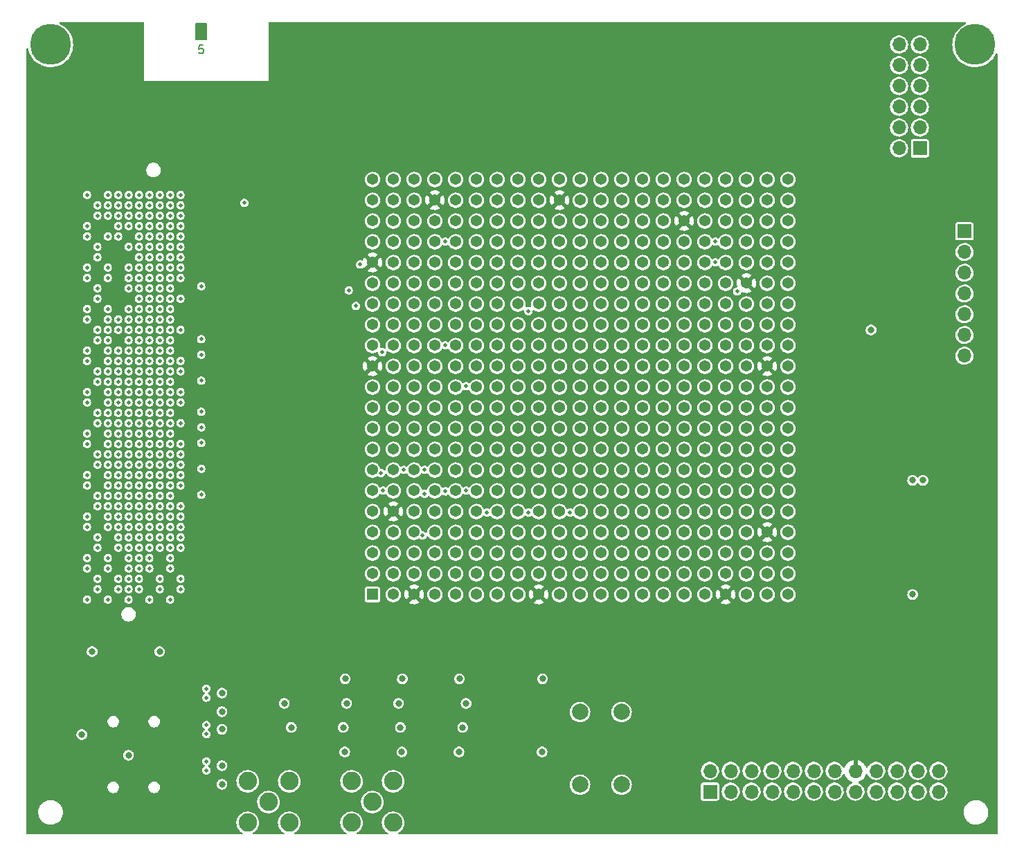
<source format=gbr>
G04 #@! TF.GenerationSoftware,KiCad,Pcbnew,(6.0.9-0)*
G04 #@! TF.CreationDate,2023-01-13T15:28:50-08:00*
G04 #@! TF.ProjectId,ember-pcb,656d6265-722d-4706-9362-2e6b69636164,rev?*
G04 #@! TF.SameCoordinates,Original*
G04 #@! TF.FileFunction,Copper,L6,Inr*
G04 #@! TF.FilePolarity,Positive*
%FSLAX46Y46*%
G04 Gerber Fmt 4.6, Leading zero omitted, Abs format (unit mm)*
G04 Created by KiCad (PCBNEW (6.0.9-0)) date 2023-01-13 15:28:50*
%MOMM*%
%LPD*%
G01*
G04 APERTURE LIST*
G04 #@! TA.AperFunction,NonConductor*
%ADD10C,0.200000*%
G04 #@! TD*
%ADD11C,0.150000*%
G04 #@! TA.AperFunction,NonConductor*
%ADD12C,0.150000*%
G04 #@! TD*
G04 #@! TA.AperFunction,ComponentPad*
%ADD13C,5.000000*%
G04 #@! TD*
G04 #@! TA.AperFunction,ComponentPad*
%ADD14R,1.700000X1.700000*%
G04 #@! TD*
G04 #@! TA.AperFunction,ComponentPad*
%ADD15O,1.700000X1.700000*%
G04 #@! TD*
G04 #@! TA.AperFunction,ComponentPad*
%ADD16C,2.000000*%
G04 #@! TD*
G04 #@! TA.AperFunction,ComponentPad*
%ADD17C,2.250000*%
G04 #@! TD*
G04 #@! TA.AperFunction,ComponentPad*
%ADD18C,0.500000*%
G04 #@! TD*
G04 #@! TA.AperFunction,ComponentPad*
%ADD19R,1.368000X1.368000*%
G04 #@! TD*
G04 #@! TA.AperFunction,ComponentPad*
%ADD20C,1.368000*%
G04 #@! TD*
G04 #@! TA.AperFunction,ViaPad*
%ADD21C,0.800000*%
G04 #@! TD*
G04 #@! TA.AperFunction,ViaPad*
%ADD22C,0.508000*%
G04 #@! TD*
G04 APERTURE END LIST*
D10*
X90200000Y-48470000D02*
X91470000Y-48470000D01*
X91470000Y-48470000D02*
X91470000Y-50375000D01*
X91470000Y-50375000D02*
X90200000Y-50375000D01*
X90200000Y-50375000D02*
X90200000Y-48470000D01*
G36*
X90200000Y-48470000D02*
G01*
X91470000Y-48470000D01*
X91470000Y-50375000D01*
X90200000Y-50375000D01*
X90200000Y-48470000D01*
G37*
D11*
D12*
X91073095Y-51097380D02*
X90596904Y-51097380D01*
X90549285Y-51573571D01*
X90596904Y-51525952D01*
X90692142Y-51478333D01*
X90930238Y-51478333D01*
X91025476Y-51525952D01*
X91073095Y-51573571D01*
X91120714Y-51668809D01*
X91120714Y-51906904D01*
X91073095Y-52002142D01*
X91025476Y-52049761D01*
X90930238Y-52097380D01*
X90692142Y-52097380D01*
X90596904Y-52049761D01*
X90549285Y-52002142D01*
D13*
G04 #@! TO.N,GND*
G04 #@! TO.C,H1*
X72420000Y-51010000D03*
G04 #@! TD*
D14*
G04 #@! TO.N,/core_pwr*
G04 #@! TO.C,J4*
X153060000Y-142455000D03*
D15*
G04 #@! TO.N,/vdd_fsm*
X153060000Y-139915000D03*
G04 #@! TO.N,/core_pwr*
X155600000Y-142455000D03*
G04 #@! TO.N,/vdd*
X155600000Y-139915000D03*
G04 #@! TO.N,/core_pwr*
X158140000Y-142455000D03*
G04 #@! TO.N,/vdd_dac*
X158140000Y-139915000D03*
G04 #@! TO.N,/core_pwr*
X160680000Y-142455000D03*
G04 #@! TO.N,/vsa*
X160680000Y-139915000D03*
G04 #@! TO.N,unconnected-(J4-Pad9)*
X163220000Y-142455000D03*
G04 #@! TO.N,unconnected-(J4-Pad10)*
X163220000Y-139915000D03*
G04 #@! TO.N,/io_pwr*
X165760000Y-142455000D03*
G04 #@! TO.N,/vddio_fsm*
X165760000Y-139915000D03*
G04 #@! TO.N,/io_pwr*
X168300000Y-142455000D03*
G04 #@! TO.N,/vddio*
X168300000Y-139915000D03*
G04 #@! TO.N,/io_pwr*
X170840000Y-142455000D03*
G04 #@! TO.N,/vddio_dac*
X170840000Y-139915000D03*
G04 #@! TO.N,unconnected-(J4-Pad17)*
X173380000Y-142455000D03*
G04 #@! TO.N,unconnected-(J4-Pad18)*
X173380000Y-139915000D03*
G04 #@! TO.N,GND*
X175920000Y-142455000D03*
X175920000Y-139915000D03*
X178460000Y-142455000D03*
X178460000Y-139915000D03*
X181000000Y-142455000D03*
X181000000Y-139915000D03*
G04 #@! TD*
D16*
G04 #@! TO.N,Net-(C1-Pad1)*
G04 #@! TO.C,FB1*
X137165000Y-132710000D03*
G04 #@! TO.N,/core_pwr*
X142245000Y-132710000D03*
G04 #@! TD*
D14*
G04 #@! TO.N,/wl_source_pin*
G04 #@! TO.C,J5*
X184180000Y-73865000D03*
D15*
G04 #@! TO.N,/bl_source_pin*
X184180000Y-76405000D03*
G04 #@! TO.N,/sl_source_pin*
X184180000Y-78945000D03*
G04 #@! TO.N,/iref_test*
X184180000Y-81485000D03*
G04 #@! TO.N,/vdd_test*
X184180000Y-84025000D03*
G04 #@! TO.N,/vadj*
X184180000Y-86565000D03*
G04 #@! TO.N,GND*
X184180000Y-89105000D03*
G04 #@! TD*
D16*
G04 #@! TO.N,Net-(C6-Pad1)*
G04 #@! TO.C,FB2*
X137165000Y-141600000D03*
G04 #@! TO.N,/io_pwr*
X142245000Y-141600000D03*
G04 #@! TD*
D17*
G04 #@! TO.N,Net-(J6-Pad1)*
G04 #@! TO.C,J6*
X99065000Y-143720000D03*
G04 #@! TO.N,GND*
X101605000Y-146260000D03*
X96525000Y-141180000D03*
X96525000Y-146260000D03*
X101605000Y-141180000D03*
G04 #@! TD*
D18*
G04 #@! TO.N,GND*
G04 #@! TO.C,U4*
X91475000Y-139835000D03*
X91475000Y-138735000D03*
G04 #@! TD*
D14*
G04 #@! TO.N,/sc*
G04 #@! TO.C,J2*
X178719000Y-63710000D03*
D15*
G04 #@! TO.N,/rst_n*
X176179000Y-63710000D03*
G04 #@! TO.N,/sclk*
X178719000Y-61170000D03*
G04 #@! TO.N,/rram_busy*
X176179000Y-61170000D03*
G04 #@! TO.N,/mosi*
X178719000Y-58630000D03*
G04 #@! TO.N,/mclk_pause*
X176179000Y-58630000D03*
G04 #@! TO.N,/miso*
X178719000Y-56090000D03*
G04 #@! TO.N,unconnected-(J2-Pad8)*
X176179000Y-56090000D03*
G04 #@! TO.N,GND*
X178719000Y-53550000D03*
X176179000Y-53550000D03*
G04 #@! TO.N,unconnected-(J2-Pad11)*
X178719000Y-51010000D03*
G04 #@! TO.N,unconnected-(J2-Pad12)*
X176179000Y-51010000D03*
G04 #@! TD*
D17*
G04 #@! TO.N,Net-(J3-Pad1)*
G04 #@! TO.C,J3*
X111765000Y-143720000D03*
G04 #@! TO.N,GND*
X114305000Y-141180000D03*
X114305000Y-146260000D03*
X109225000Y-141180000D03*
X109225000Y-146260000D03*
G04 #@! TD*
D19*
G04 #@! TO.N,GND*
G04 #@! TO.C,U1*
X111790000Y-118320000D03*
D20*
G04 #@! TO.N,/di_36*
X114330000Y-118320000D03*
G04 #@! TO.N,/vddio_dac*
X116870000Y-118320000D03*
G04 #@! TO.N,/iref_test*
X119410000Y-118320000D03*
G04 #@! TO.N,/vdd_fsm*
X121950000Y-118320000D03*
G04 #@! TO.N,GND*
X124490000Y-118320000D03*
G04 #@! TO.N,/di_47*
X127030000Y-118320000D03*
G04 #@! TO.N,/vdd_dac*
X129570000Y-118320000D03*
G04 #@! TO.N,/vddio_dac*
X132110000Y-118320000D03*
G04 #@! TO.N,/vddio*
X134650000Y-118320000D03*
G04 #@! TO.N,/vsa*
X137190000Y-118320000D03*
G04 #@! TO.N,/read_ref_4*
X139730000Y-118320000D03*
G04 #@! TO.N,/rram_addr_0*
X142270000Y-118320000D03*
G04 #@! TO.N,/rram_addr_2*
X144810000Y-118320000D03*
G04 #@! TO.N,GND*
X147350000Y-118320000D03*
G04 #@! TO.N,/vdd_fsm*
X149890000Y-118320000D03*
G04 #@! TO.N,/rram_addr_10*
X152430000Y-118320000D03*
G04 #@! TO.N,/vddio_dac*
X154970000Y-118320000D03*
G04 #@! TO.N,/rram_busy*
X157510000Y-118320000D03*
G04 #@! TO.N,GND*
X160050000Y-118320000D03*
G04 #@! TO.N,unconnected-(U1-PadA21)*
X162590000Y-118320000D03*
G04 #@! TO.N,/vddio*
X111790000Y-115780000D03*
G04 #@! TO.N,/di_34*
X114330000Y-115780000D03*
G04 #@! TO.N,/sl_source_pin*
X116870000Y-115780000D03*
G04 #@! TO.N,/vddio*
X119410000Y-115780000D03*
G04 #@! TO.N,/vdd*
X121950000Y-115780000D03*
G04 #@! TO.N,/vdd_test*
X124490000Y-115780000D03*
G04 #@! TO.N,/vddio_fsm*
X127030000Y-115780000D03*
G04 #@! TO.N,/bl_source_pin*
X129570000Y-115780000D03*
G04 #@! TO.N,/sa_en*
X132110000Y-115780000D03*
G04 #@! TO.N,/read_ref_1*
X134650000Y-115780000D03*
G04 #@! TO.N,/read_ref_2*
X137190000Y-115780000D03*
G04 #@! TO.N,/rram_addr_1*
X139730000Y-115780000D03*
G04 #@! TO.N,/vddio_fsm*
X142270000Y-115780000D03*
G04 #@! TO.N,/rram_addr_6*
X144810000Y-115780000D03*
G04 #@! TO.N,/vdd*
X147350000Y-115780000D03*
G04 #@! TO.N,/vddio*
X149890000Y-115780000D03*
G04 #@! TO.N,/vddio_fsm*
X152430000Y-115780000D03*
G04 #@! TO.N,/sl_en*
X154970000Y-115780000D03*
G04 #@! TO.N,/read_dac_config_0*
X157510000Y-115780000D03*
G04 #@! TO.N,/vdd_dac*
X160050000Y-115780000D03*
G04 #@! TO.N,unconnected-(U1-PadB21)*
X162590000Y-115780000D03*
G04 #@! TO.N,/vddio_fsm*
X111790000Y-113240000D03*
G04 #@! TO.N,/vdd_dac*
X114330000Y-113240000D03*
G04 #@! TO.N,GND*
X116870000Y-113240000D03*
G04 #@! TO.N,/di_37*
X119410000Y-113240000D03*
G04 #@! TO.N,/di_39*
X121950000Y-113240000D03*
G04 #@! TO.N,/di_41*
X124490000Y-113240000D03*
G04 #@! TO.N,/di_42*
X127030000Y-113240000D03*
G04 #@! TO.N,/di_44*
X129570000Y-113240000D03*
G04 #@! TO.N,/di_45*
X132110000Y-113240000D03*
G04 #@! TO.N,/set_rst*
X134650000Y-113240000D03*
G04 #@! TO.N,/read_ref_5*
X137190000Y-113240000D03*
G04 #@! TO.N,/rram_addr_4*
X139730000Y-113240000D03*
G04 #@! TO.N,/rram_addr_5*
X142270000Y-113240000D03*
G04 #@! TO.N,/rram_addr_8*
X144810000Y-113240000D03*
G04 #@! TO.N,/rram_addr_11*
X147350000Y-113240000D03*
G04 #@! TO.N,/rram_addr_13*
X149890000Y-113240000D03*
G04 #@! TO.N,/rram_addr_15*
X152430000Y-113240000D03*
G04 #@! TO.N,GND*
X154970000Y-113240000D03*
G04 #@! TO.N,/vddio*
X157510000Y-113240000D03*
G04 #@! TO.N,/vdd*
X160050000Y-113240000D03*
G04 #@! TO.N,unconnected-(U1-PadC21)*
X162590000Y-113240000D03*
G04 #@! TO.N,/di_27*
X111790000Y-110700000D03*
G04 #@! TO.N,/vdd*
X114330000Y-110700000D03*
G04 #@! TO.N,/di_32*
X116870000Y-110700000D03*
G04 #@! TO.N,/di_33*
X119410000Y-110700000D03*
G04 #@! TO.N,/di_35*
X121950000Y-110700000D03*
G04 #@! TO.N,/di_38*
X124490000Y-110700000D03*
G04 #@! TO.N,/di_40*
X127030000Y-110700000D03*
G04 #@! TO.N,/di_43*
X129570000Y-110700000D03*
G04 #@! TO.N,/di_46*
X132110000Y-110700000D03*
G04 #@! TO.N,/read_ref_0*
X134650000Y-110700000D03*
G04 #@! TO.N,/read_ref_3*
X137190000Y-110700000D03*
G04 #@! TO.N,/rram_addr_3*
X139730000Y-110700000D03*
G04 #@! TO.N,/rram_addr_7*
X142270000Y-110700000D03*
G04 #@! TO.N,/rram_addr_9*
X144810000Y-110700000D03*
G04 #@! TO.N,/rram_addr_12*
X147350000Y-110700000D03*
G04 #@! TO.N,/rram_addr_14*
X149890000Y-110700000D03*
G04 #@! TO.N,/we*
X152430000Y-110700000D03*
G04 #@! TO.N,/read_dac_config_2*
X154970000Y-110700000D03*
G04 #@! TO.N,/vddio_fsm*
X157510000Y-110700000D03*
G04 #@! TO.N,/vddio_dac*
X160050000Y-110700000D03*
G04 #@! TO.N,unconnected-(U1-PadD21)*
X162590000Y-110700000D03*
G04 #@! TO.N,/di_23*
X111790000Y-108160000D03*
G04 #@! TO.N,/vddio_dac*
X114330000Y-108160000D03*
G04 #@! TO.N,/di_30*
X116870000Y-108160000D03*
G04 #@! TO.N,/di_31*
X119410000Y-108160000D03*
G04 #@! TO.N,unconnected-(U1-PadE5)*
X121950000Y-108160000D03*
G04 #@! TO.N,unconnected-(U1-PadE6)*
X124490000Y-108160000D03*
G04 #@! TO.N,unconnected-(U1-PadE7)*
X127030000Y-108160000D03*
G04 #@! TO.N,unconnected-(U1-PadE8)*
X129570000Y-108160000D03*
G04 #@! TO.N,unconnected-(U1-PadE9)*
X132110000Y-108160000D03*
G04 #@! TO.N,unconnected-(U1-PadE10)*
X134650000Y-108160000D03*
G04 #@! TO.N,unconnected-(U1-PadE11)*
X137190000Y-108160000D03*
G04 #@! TO.N,unconnected-(U1-PadE12)*
X139730000Y-108160000D03*
G04 #@! TO.N,unconnected-(U1-PadE13)*
X142270000Y-108160000D03*
G04 #@! TO.N,unconnected-(U1-PadE14)*
X144810000Y-108160000D03*
G04 #@! TO.N,unconnected-(U1-PadE15)*
X147350000Y-108160000D03*
G04 #@! TO.N,unconnected-(U1-PadE16)*
X149890000Y-108160000D03*
G04 #@! TO.N,/read_dac_config_1*
X152430000Y-108160000D03*
G04 #@! TO.N,/wl_dac_config_0*
X154970000Y-108160000D03*
G04 #@! TO.N,/wl_dac_config_3*
X157510000Y-108160000D03*
G04 #@! TO.N,/wl_dac_config_5*
X160050000Y-108160000D03*
G04 #@! TO.N,unconnected-(U1-PadE21)*
X162590000Y-108160000D03*
G04 #@! TO.N,/vddio_fsm*
X111790000Y-105620000D03*
G04 #@! TO.N,/di_25*
X114330000Y-105620000D03*
G04 #@! TO.N,/di_28*
X116870000Y-105620000D03*
G04 #@! TO.N,/di_29*
X119410000Y-105620000D03*
G04 #@! TO.N,unconnected-(U1-PadF5)*
X121950000Y-105620000D03*
G04 #@! TO.N,unconnected-(U1-PadF6)*
X124490000Y-105620000D03*
G04 #@! TO.N,unconnected-(U1-PadF7)*
X127030000Y-105620000D03*
G04 #@! TO.N,unconnected-(U1-PadF8)*
X129570000Y-105620000D03*
G04 #@! TO.N,unconnected-(U1-PadF9)*
X132110000Y-105620000D03*
G04 #@! TO.N,unconnected-(U1-PadF10)*
X134650000Y-105620000D03*
G04 #@! TO.N,unconnected-(U1-PadF11)*
X137190000Y-105620000D03*
G04 #@! TO.N,unconnected-(U1-PadF12)*
X139730000Y-105620000D03*
G04 #@! TO.N,unconnected-(U1-PadF13)*
X142270000Y-105620000D03*
G04 #@! TO.N,unconnected-(U1-PadF14)*
X144810000Y-105620000D03*
G04 #@! TO.N,unconnected-(U1-PadF15)*
X147350000Y-105620000D03*
G04 #@! TO.N,unconnected-(U1-PadF16)*
X149890000Y-105620000D03*
G04 #@! TO.N,/read_dac_config_3*
X152430000Y-105620000D03*
G04 #@! TO.N,/wl_dac_config_2*
X154970000Y-105620000D03*
G04 #@! TO.N,/wl_dac_config_7*
X157510000Y-105620000D03*
G04 #@! TO.N,/vdd_fsm*
X160050000Y-105620000D03*
G04 #@! TO.N,unconnected-(U1-PadF21)*
X162590000Y-105620000D03*
G04 #@! TO.N,/di_18*
X111790000Y-103080000D03*
G04 #@! TO.N,/vdd_fsm*
X114330000Y-103080000D03*
G04 #@! TO.N,/di_24*
X116870000Y-103080000D03*
G04 #@! TO.N,/di_26*
X119410000Y-103080000D03*
G04 #@! TO.N,unconnected-(U1-PadG5)*
X121950000Y-103080000D03*
G04 #@! TO.N,unconnected-(U1-PadG6)*
X124490000Y-103080000D03*
G04 #@! TO.N,unconnected-(U1-PadG7)*
X127030000Y-103080000D03*
G04 #@! TO.N,unconnected-(U1-PadG8)*
X129570000Y-103080000D03*
G04 #@! TO.N,unconnected-(U1-PadG9)*
X132110000Y-103080000D03*
G04 #@! TO.N,unconnected-(U1-PadG10)*
X134650000Y-103080000D03*
G04 #@! TO.N,unconnected-(U1-PadG11)*
X137190000Y-103080000D03*
G04 #@! TO.N,unconnected-(U1-PadG12)*
X139730000Y-103080000D03*
G04 #@! TO.N,unconnected-(U1-PadG13)*
X142270000Y-103080000D03*
G04 #@! TO.N,unconnected-(U1-PadG14)*
X144810000Y-103080000D03*
G04 #@! TO.N,unconnected-(U1-PadG15)*
X147350000Y-103080000D03*
G04 #@! TO.N,unconnected-(U1-PadG16)*
X149890000Y-103080000D03*
G04 #@! TO.N,/wl_dac_config_1*
X152430000Y-103080000D03*
G04 #@! TO.N,/wl_dac_config_4*
X154970000Y-103080000D03*
G04 #@! TO.N,/vddio_fsm*
X157510000Y-103080000D03*
G04 #@! TO.N,GND*
X160050000Y-103080000D03*
G04 #@! TO.N,unconnected-(U1-PadG21)*
X162590000Y-103080000D03*
G04 #@! TO.N,/di_16*
X111790000Y-100540000D03*
G04 #@! TO.N,GND*
X114330000Y-100540000D03*
G04 #@! TO.N,/di_21*
X116870000Y-100540000D03*
G04 #@! TO.N,/di_22*
X119410000Y-100540000D03*
G04 #@! TO.N,unconnected-(U1-PadH5)*
X121950000Y-100540000D03*
G04 #@! TO.N,unconnected-(U1-PadH6)*
X124490000Y-100540000D03*
G04 #@! TO.N,unconnected-(U1-PadH7)*
X127030000Y-100540000D03*
G04 #@! TO.N,unconnected-(U1-PadH8)*
X129570000Y-100540000D03*
G04 #@! TO.N,unconnected-(U1-PadH9)*
X132110000Y-100540000D03*
G04 #@! TO.N,unconnected-(U1-PadH10)*
X134650000Y-100540000D03*
G04 #@! TO.N,unconnected-(U1-PadH11)*
X137190000Y-100540000D03*
G04 #@! TO.N,unconnected-(U1-PadH12)*
X139730000Y-100540000D03*
G04 #@! TO.N,unconnected-(U1-PadH13)*
X142270000Y-100540000D03*
G04 #@! TO.N,unconnected-(U1-PadH14)*
X144810000Y-100540000D03*
G04 #@! TO.N,unconnected-(U1-PadH15)*
X147350000Y-100540000D03*
G04 #@! TO.N,unconnected-(U1-PadH16)*
X149890000Y-100540000D03*
G04 #@! TO.N,/wl_dac_config_6*
X152430000Y-100540000D03*
G04 #@! TO.N,/wl_dac_en*
X154970000Y-100540000D03*
G04 #@! TO.N,/wl_source_pin*
X157510000Y-100540000D03*
G04 #@! TO.N,/sa_do_2*
X160050000Y-100540000D03*
G04 #@! TO.N,unconnected-(U1-PadH21)*
X162590000Y-100540000D03*
G04 #@! TO.N,/di_14*
X111790000Y-98000000D03*
G04 #@! TO.N,/di_17*
X114330000Y-98000000D03*
G04 #@! TO.N,/di_20*
X116870000Y-98000000D03*
G04 #@! TO.N,/di_19*
X119410000Y-98000000D03*
G04 #@! TO.N,unconnected-(U1-PadJ5)*
X121950000Y-98000000D03*
G04 #@! TO.N,unconnected-(U1-PadJ6)*
X124490000Y-98000000D03*
G04 #@! TO.N,unconnected-(U1-PadJ7)*
X127030000Y-98000000D03*
G04 #@! TO.N,unconnected-(U1-PadJ8)*
X129570000Y-98000000D03*
G04 #@! TO.N,unconnected-(U1-PadJ9)*
X132110000Y-98000000D03*
G04 #@! TO.N,unconnected-(U1-PadJ10)*
X134650000Y-98000000D03*
G04 #@! TO.N,unconnected-(U1-PadJ11)*
X137190000Y-98000000D03*
G04 #@! TO.N,unconnected-(U1-PadJ12)*
X139730000Y-98000000D03*
G04 #@! TO.N,unconnected-(U1-PadJ13)*
X142270000Y-98000000D03*
G04 #@! TO.N,unconnected-(U1-PadJ14)*
X144810000Y-98000000D03*
G04 #@! TO.N,unconnected-(U1-PadJ15)*
X147350000Y-98000000D03*
G04 #@! TO.N,unconnected-(U1-PadJ16)*
X149890000Y-98000000D03*
G04 #@! TO.N,/bleed_en*
X152430000Y-98000000D03*
G04 #@! TO.N,/wl_en*
X154970000Y-98000000D03*
G04 #@! TO.N,/sa_do_0*
X157510000Y-98000000D03*
G04 #@! TO.N,/sa_do_4*
X160050000Y-98000000D03*
G04 #@! TO.N,unconnected-(U1-PadJ21)*
X162590000Y-98000000D03*
G04 #@! TO.N,/vsa*
X111790000Y-95460000D03*
G04 #@! TO.N,/di_12*
X114330000Y-95460000D03*
G04 #@! TO.N,/di_15*
X116870000Y-95460000D03*
G04 #@! TO.N,/di_13*
X119410000Y-95460000D03*
G04 #@! TO.N,unconnected-(U1-PadK5)*
X121950000Y-95460000D03*
G04 #@! TO.N,unconnected-(U1-PadK6)*
X124490000Y-95460000D03*
G04 #@! TO.N,unconnected-(U1-PadK7)*
X127030000Y-95460000D03*
G04 #@! TO.N,unconnected-(U1-PadK8)*
X129570000Y-95460000D03*
G04 #@! TO.N,unconnected-(U1-PadK9)*
X132110000Y-95460000D03*
G04 #@! TO.N,unconnected-(U1-PadK10)*
X134650000Y-95460000D03*
G04 #@! TO.N,unconnected-(U1-PadK11)*
X137190000Y-95460000D03*
G04 #@! TO.N,unconnected-(U1-PadK12)*
X139730000Y-95460000D03*
G04 #@! TO.N,unconnected-(U1-PadK13)*
X142270000Y-95460000D03*
G04 #@! TO.N,unconnected-(U1-PadK14)*
X144810000Y-95460000D03*
G04 #@! TO.N,unconnected-(U1-PadK15)*
X147350000Y-95460000D03*
G04 #@! TO.N,unconnected-(U1-PadK16)*
X149890000Y-95460000D03*
G04 #@! TO.N,/sa_do_3*
X152430000Y-95460000D03*
G04 #@! TO.N,/sa_do_1*
X154970000Y-95460000D03*
G04 #@! TO.N,/sa_do_5*
X157510000Y-95460000D03*
G04 #@! TO.N,/vsa*
X160050000Y-95460000D03*
G04 #@! TO.N,unconnected-(U1-PadK21)*
X162590000Y-95460000D03*
G04 #@! TO.N,/vdd*
X111790000Y-92920000D03*
G04 #@! TO.N,/di_11*
X114330000Y-92920000D03*
G04 #@! TO.N,/di_9*
X116870000Y-92920000D03*
G04 #@! TO.N,/di_10*
X119410000Y-92920000D03*
G04 #@! TO.N,unconnected-(U1-PadL5)*
X121950000Y-92920000D03*
G04 #@! TO.N,unconnected-(U1-PadL6)*
X124490000Y-92920000D03*
G04 #@! TO.N,unconnected-(U1-PadL7)*
X127030000Y-92920000D03*
G04 #@! TO.N,unconnected-(U1-PadL8)*
X129570000Y-92920000D03*
G04 #@! TO.N,unconnected-(U1-PadL9)*
X132110000Y-92920000D03*
G04 #@! TO.N,unconnected-(U1-PadL10)*
X134650000Y-92920000D03*
G04 #@! TO.N,unconnected-(U1-PadL11)*
X137190000Y-92920000D03*
G04 #@! TO.N,unconnected-(U1-PadL12)*
X139730000Y-92920000D03*
G04 #@! TO.N,unconnected-(U1-PadL13)*
X142270000Y-92920000D03*
G04 #@! TO.N,unconnected-(U1-PadL14)*
X144810000Y-92920000D03*
G04 #@! TO.N,unconnected-(U1-PadL15)*
X147350000Y-92920000D03*
G04 #@! TO.N,unconnected-(U1-PadL16)*
X149890000Y-92920000D03*
G04 #@! TO.N,/sa_do_7*
X152430000Y-92920000D03*
G04 #@! TO.N,/sa_do_8*
X154970000Y-92920000D03*
G04 #@! TO.N,/sa_do_6*
X157510000Y-92920000D03*
G04 #@! TO.N,/vdd*
X160050000Y-92920000D03*
G04 #@! TO.N,unconnected-(U1-PadL21)*
X162590000Y-92920000D03*
G04 #@! TO.N,/vddio_dac*
X111790000Y-90380000D03*
G04 #@! TO.N,/di_7*
X114330000Y-90380000D03*
G04 #@! TO.N,/di_5*
X116870000Y-90380000D03*
G04 #@! TO.N,/di_6*
X119410000Y-90380000D03*
G04 #@! TO.N,unconnected-(U1-PadM5)*
X121950000Y-90380000D03*
G04 #@! TO.N,unconnected-(U1-PadM6)*
X124490000Y-90380000D03*
G04 #@! TO.N,unconnected-(U1-PadM7)*
X127030000Y-90380000D03*
G04 #@! TO.N,unconnected-(U1-PadM8)*
X129570000Y-90380000D03*
G04 #@! TO.N,unconnected-(U1-PadM9)*
X132110000Y-90380000D03*
G04 #@! TO.N,unconnected-(U1-PadM10)*
X134650000Y-90380000D03*
G04 #@! TO.N,unconnected-(U1-PadM11)*
X137190000Y-90380000D03*
G04 #@! TO.N,unconnected-(U1-PadM12)*
X139730000Y-90380000D03*
G04 #@! TO.N,unconnected-(U1-PadM13)*
X142270000Y-90380000D03*
G04 #@! TO.N,unconnected-(U1-PadM14)*
X144810000Y-90380000D03*
G04 #@! TO.N,unconnected-(U1-PadM15)*
X147350000Y-90380000D03*
G04 #@! TO.N,unconnected-(U1-PadM16)*
X149890000Y-90380000D03*
G04 #@! TO.N,/sa_do_11*
X152430000Y-90380000D03*
G04 #@! TO.N,/sa_do_12*
X154970000Y-90380000D03*
G04 #@! TO.N,/sa_do_9*
X157510000Y-90380000D03*
G04 #@! TO.N,/vddio_dac*
X160050000Y-90380000D03*
G04 #@! TO.N,unconnected-(U1-PadM21)*
X162590000Y-90380000D03*
G04 #@! TO.N,/vddio*
X111790000Y-87840000D03*
G04 #@! TO.N,/di_8*
X114330000Y-87840000D03*
G04 #@! TO.N,/di_4*
X116870000Y-87840000D03*
G04 #@! TO.N,/di_2*
X119410000Y-87840000D03*
G04 #@! TO.N,unconnected-(U1-PadN5)*
X121950000Y-87840000D03*
G04 #@! TO.N,unconnected-(U1-PadN6)*
X124490000Y-87840000D03*
G04 #@! TO.N,unconnected-(U1-PadN7)*
X127030000Y-87840000D03*
G04 #@! TO.N,unconnected-(U1-PadN8)*
X129570000Y-87840000D03*
G04 #@! TO.N,unconnected-(U1-PadN9)*
X132110000Y-87840000D03*
G04 #@! TO.N,unconnected-(U1-PadN10)*
X134650000Y-87840000D03*
G04 #@! TO.N,unconnected-(U1-PadN11)*
X137190000Y-87840000D03*
G04 #@! TO.N,unconnected-(U1-PadN12)*
X139730000Y-87840000D03*
G04 #@! TO.N,unconnected-(U1-PadN13)*
X142270000Y-87840000D03*
G04 #@! TO.N,unconnected-(U1-PadN14)*
X144810000Y-87840000D03*
G04 #@! TO.N,unconnected-(U1-PadN15)*
X147350000Y-87840000D03*
G04 #@! TO.N,unconnected-(U1-PadN16)*
X149890000Y-87840000D03*
G04 #@! TO.N,/sa_do_14*
X152430000Y-87840000D03*
G04 #@! TO.N,/sa_do_13*
X154970000Y-87840000D03*
G04 #@! TO.N,GND*
X157510000Y-87840000D03*
G04 #@! TO.N,/vddio*
X160050000Y-87840000D03*
G04 #@! TO.N,unconnected-(U1-PadN21)*
X162590000Y-87840000D03*
G04 #@! TO.N,GND*
X111790000Y-85300000D03*
G04 #@! TO.N,/vddio_fsm*
X114330000Y-85300000D03*
G04 #@! TO.N,/di_0*
X116870000Y-85300000D03*
G04 #@! TO.N,/clamp_ref_5*
X119410000Y-85300000D03*
G04 #@! TO.N,unconnected-(U1-PadP5)*
X121950000Y-85300000D03*
G04 #@! TO.N,unconnected-(U1-PadP6)*
X124490000Y-85300000D03*
G04 #@! TO.N,unconnected-(U1-PadP7)*
X127030000Y-85300000D03*
G04 #@! TO.N,unconnected-(U1-PadP8)*
X129570000Y-85300000D03*
G04 #@! TO.N,unconnected-(U1-PadP9)*
X132110000Y-85300000D03*
G04 #@! TO.N,unconnected-(U1-PadP10)*
X134650000Y-85300000D03*
G04 #@! TO.N,unconnected-(U1-PadP11)*
X137190000Y-85300000D03*
G04 #@! TO.N,unconnected-(U1-PadP12)*
X139730000Y-85300000D03*
G04 #@! TO.N,unconnected-(U1-PadP13)*
X142270000Y-85300000D03*
G04 #@! TO.N,unconnected-(U1-PadP14)*
X144810000Y-85300000D03*
G04 #@! TO.N,unconnected-(U1-PadP15)*
X147350000Y-85300000D03*
G04 #@! TO.N,unconnected-(U1-PadP16)*
X149890000Y-85300000D03*
G04 #@! TO.N,/sa_do_18*
X152430000Y-85300000D03*
G04 #@! TO.N,/sa_do_16*
X154970000Y-85300000D03*
G04 #@! TO.N,/vdd_fsm*
X157510000Y-85300000D03*
G04 #@! TO.N,/sa_do_10*
X160050000Y-85300000D03*
G04 #@! TO.N,unconnected-(U1-PadP21)*
X162590000Y-85300000D03*
G04 #@! TO.N,/vdd_fsm*
X111790000Y-82760000D03*
G04 #@! TO.N,/di_3*
X114330000Y-82760000D03*
G04 #@! TO.N,/rst_n*
X116870000Y-82760000D03*
G04 #@! TO.N,/clamp_ref_3*
X119410000Y-82760000D03*
G04 #@! TO.N,unconnected-(U1-PadR5)*
X121950000Y-82760000D03*
G04 #@! TO.N,unconnected-(U1-PadR6)*
X124490000Y-82760000D03*
G04 #@! TO.N,unconnected-(U1-PadR7)*
X127030000Y-82760000D03*
G04 #@! TO.N,unconnected-(U1-PadR8)*
X129570000Y-82760000D03*
G04 #@! TO.N,unconnected-(U1-PadR9)*
X132110000Y-82760000D03*
G04 #@! TO.N,unconnected-(U1-PadR10)*
X134650000Y-82760000D03*
G04 #@! TO.N,unconnected-(U1-PadR11)*
X137190000Y-82760000D03*
G04 #@! TO.N,unconnected-(U1-PadR12)*
X139730000Y-82760000D03*
G04 #@! TO.N,unconnected-(U1-PadR13)*
X142270000Y-82760000D03*
G04 #@! TO.N,unconnected-(U1-PadR14)*
X144810000Y-82760000D03*
G04 #@! TO.N,unconnected-(U1-PadR15)*
X147350000Y-82760000D03*
G04 #@! TO.N,unconnected-(U1-PadR16)*
X149890000Y-82760000D03*
G04 #@! TO.N,/sa_do_21*
X152430000Y-82760000D03*
G04 #@! TO.N,/sa_do_20*
X154970000Y-82760000D03*
G04 #@! TO.N,/sa_do_17*
X157510000Y-82760000D03*
G04 #@! TO.N,/vddio_fsm*
X160050000Y-82760000D03*
G04 #@! TO.N,unconnected-(U1-PadR21)*
X162590000Y-82760000D03*
G04 #@! TO.N,/di_1*
X111790000Y-80220000D03*
G04 #@! TO.N,/bl_en*
X114330000Y-80220000D03*
G04 #@! TO.N,/clamp_ref_4*
X116870000Y-80220000D03*
G04 #@! TO.N,/clamp_ref_1*
X119410000Y-80220000D03*
G04 #@! TO.N,unconnected-(U1-PadS5)*
X121950000Y-80220000D03*
G04 #@! TO.N,unconnected-(U1-PadS6)*
X124490000Y-80220000D03*
G04 #@! TO.N,unconnected-(U1-PadS7)*
X127030000Y-80220000D03*
G04 #@! TO.N,unconnected-(U1-PadS8)*
X129570000Y-80220000D03*
G04 #@! TO.N,unconnected-(U1-PadS9)*
X132110000Y-80220000D03*
G04 #@! TO.N,unconnected-(U1-PadS10)*
X134650000Y-80220000D03*
G04 #@! TO.N,unconnected-(U1-PadS11)*
X137190000Y-80220000D03*
G04 #@! TO.N,unconnected-(U1-PadS12)*
X139730000Y-80220000D03*
G04 #@! TO.N,unconnected-(U1-PadS13)*
X142270000Y-80220000D03*
G04 #@! TO.N,unconnected-(U1-PadS14)*
X144810000Y-80220000D03*
G04 #@! TO.N,unconnected-(U1-PadS15)*
X147350000Y-80220000D03*
G04 #@! TO.N,unconnected-(U1-PadS16)*
X149890000Y-80220000D03*
G04 #@! TO.N,/sa_do_23*
X152430000Y-80220000D03*
G04 #@! TO.N,/sa_do_22*
X154970000Y-80220000D03*
G04 #@! TO.N,/vddio_dac*
X157510000Y-80220000D03*
G04 #@! TO.N,/sa_do_15*
X160050000Y-80220000D03*
G04 #@! TO.N,unconnected-(U1-PadS21)*
X162590000Y-80220000D03*
G04 #@! TO.N,/vddio_dac*
X111790000Y-77680000D03*
G04 #@! TO.N,/vddio_fsm*
X114330000Y-77680000D03*
G04 #@! TO.N,/clamp_ref_2*
X116870000Y-77680000D03*
G04 #@! TO.N,/bsl_dac_en*
X119410000Y-77680000D03*
G04 #@! TO.N,/bsl_dac_config_4*
X121950000Y-77680000D03*
G04 #@! TO.N,/bsl_dac_config_2*
X124490000Y-77680000D03*
G04 #@! TO.N,/bsl_dac_config_0*
X127030000Y-77680000D03*
G04 #@! TO.N,/mclk_pause*
X129570000Y-77680000D03*
G04 #@! TO.N,/mosi*
X132110000Y-77680000D03*
G04 #@! TO.N,/heartbeat*
X134650000Y-77680000D03*
G04 #@! TO.N,/sa_do_45*
X137190000Y-77680000D03*
G04 #@! TO.N,/sa_do_39*
X139730000Y-77680000D03*
G04 #@! TO.N,/sa_do_36*
X142270000Y-77680000D03*
G04 #@! TO.N,/sa_do_32*
X144810000Y-77680000D03*
G04 #@! TO.N,/sa_do_29*
X147350000Y-77680000D03*
G04 #@! TO.N,/sa_do_27*
X149890000Y-77680000D03*
G04 #@! TO.N,/sa_do_25*
X152430000Y-77680000D03*
G04 #@! TO.N,/sa_do_24*
X154970000Y-77680000D03*
G04 #@! TO.N,/vdd*
X157510000Y-77680000D03*
G04 #@! TO.N,/sa_do_19*
X160050000Y-77680000D03*
G04 #@! TO.N,unconnected-(U1-PadT21)*
X162590000Y-77680000D03*
G04 #@! TO.N,/vdd*
X111790000Y-75140000D03*
G04 #@! TO.N,/vddio*
X114330000Y-75140000D03*
G04 #@! TO.N,GND*
X116870000Y-75140000D03*
G04 #@! TO.N,/read_dac_en*
X119410000Y-75140000D03*
G04 #@! TO.N,/bsl_dac_config_3*
X121950000Y-75140000D03*
G04 #@! TO.N,/bsl_dac_config_1*
X124490000Y-75140000D03*
G04 #@! TO.N,/aclk*
X127030000Y-75140000D03*
G04 #@! TO.N,/sclk*
X129570000Y-75140000D03*
G04 #@! TO.N,/sc*
X132110000Y-75140000D03*
G04 #@! TO.N,/man*
X134650000Y-75140000D03*
G04 #@! TO.N,/sa_do_43*
X137190000Y-75140000D03*
G04 #@! TO.N,/sa_do_38*
X139730000Y-75140000D03*
G04 #@! TO.N,/sa_do_37*
X142270000Y-75140000D03*
G04 #@! TO.N,/sa_do_34*
X144810000Y-75140000D03*
G04 #@! TO.N,/sa_do_33*
X147350000Y-75140000D03*
G04 #@! TO.N,/sa_do_30*
X149890000Y-75140000D03*
G04 #@! TO.N,/sa_do_28*
X152430000Y-75140000D03*
G04 #@! TO.N,GND*
X154970000Y-75140000D03*
G04 #@! TO.N,/vdd_dac*
X157510000Y-75140000D03*
G04 #@! TO.N,/vddio_fsm*
X160050000Y-75140000D03*
G04 #@! TO.N,unconnected-(U1-PadU21)*
X162590000Y-75140000D03*
G04 #@! TO.N,/vdd_dac*
X111790000Y-72600000D03*
G04 #@! TO.N,/clamp_ref_0*
X114330000Y-72600000D03*
G04 #@! TO.N,/vddio*
X116870000Y-72600000D03*
G04 #@! TO.N,/vsa*
X119410000Y-72600000D03*
G04 #@! TO.N,/vdd_fsm*
X121950000Y-72600000D03*
G04 #@! TO.N,/sl_source_pin*
X124490000Y-72600000D03*
G04 #@! TO.N,GND*
X127030000Y-72600000D03*
G04 #@! TO.N,/vddio_fsm*
X129570000Y-72600000D03*
G04 #@! TO.N,/miso*
X132110000Y-72600000D03*
G04 #@! TO.N,/sa_rdy*
X134650000Y-72600000D03*
G04 #@! TO.N,/sa_do_47*
X137190000Y-72600000D03*
G04 #@! TO.N,/sa_do_41*
X139730000Y-72600000D03*
G04 #@! TO.N,/sa_do_42*
X142270000Y-72600000D03*
G04 #@! TO.N,/vdd*
X144810000Y-72600000D03*
G04 #@! TO.N,/vddio_fsm*
X147350000Y-72600000D03*
G04 #@! TO.N,/vddio_dac*
X149890000Y-72600000D03*
G04 #@! TO.N,/sa_do_31*
X152430000Y-72600000D03*
G04 #@! TO.N,/vddio_fsm*
X154970000Y-72600000D03*
G04 #@! TO.N,/sa_do_26*
X157510000Y-72600000D03*
G04 #@! TO.N,/vddio*
X160050000Y-72600000D03*
G04 #@! TO.N,unconnected-(U1-PadV21)*
X162590000Y-72600000D03*
G04 #@! TO.N,GND*
X111790000Y-70060000D03*
G04 #@! TO.N,/vddio_fsm*
X114330000Y-70060000D03*
G04 #@! TO.N,/bl_source_pin*
X116870000Y-70060000D03*
G04 #@! TO.N,/vddio_dac*
X119410000Y-70060000D03*
G04 #@! TO.N,/vddio_fsm*
X121950000Y-70060000D03*
G04 #@! TO.N,/vdd*
X124490000Y-70060000D03*
G04 #@! TO.N,/sa_clk*
X127030000Y-70060000D03*
G04 #@! TO.N,/byp*
X129570000Y-70060000D03*
G04 #@! TO.N,/vdd_dac*
X132110000Y-70060000D03*
G04 #@! TO.N,/vddio_dac*
X134650000Y-70060000D03*
G04 #@! TO.N,/vddio*
X137190000Y-70060000D03*
G04 #@! TO.N,/sa_do_46*
X139730000Y-70060000D03*
G04 #@! TO.N,/sa_do_44*
X142270000Y-70060000D03*
G04 #@! TO.N,/sa_do_40*
X144810000Y-70060000D03*
G04 #@! TO.N,GND*
X147350000Y-70060000D03*
G04 #@! TO.N,/sa_do_35*
X149890000Y-70060000D03*
G04 #@! TO.N,/vdd_fsm*
X152430000Y-70060000D03*
G04 #@! TO.N,/vsa*
X154970000Y-70060000D03*
G04 #@! TO.N,/vddio*
X157510000Y-70060000D03*
G04 #@! TO.N,GND*
X160050000Y-70060000D03*
G04 #@! TO.N,unconnected-(U1-PadW21)*
X162590000Y-70060000D03*
G04 #@! TO.N,unconnected-(U1-PadX1)*
X111790000Y-67520000D03*
G04 #@! TO.N,unconnected-(U1-PadX2)*
X114330000Y-67520000D03*
G04 #@! TO.N,unconnected-(U1-PadX3)*
X116870000Y-67520000D03*
G04 #@! TO.N,unconnected-(U1-PadX4)*
X119410000Y-67520000D03*
G04 #@! TO.N,unconnected-(U1-PadX5)*
X121950000Y-67520000D03*
G04 #@! TO.N,unconnected-(U1-PadX6)*
X124490000Y-67520000D03*
G04 #@! TO.N,unconnected-(U1-PadX7)*
X127030000Y-67520000D03*
G04 #@! TO.N,unconnected-(U1-PadX8)*
X129570000Y-67520000D03*
G04 #@! TO.N,unconnected-(U1-PadX9)*
X132110000Y-67520000D03*
G04 #@! TO.N,unconnected-(U1-PadX10)*
X134650000Y-67520000D03*
G04 #@! TO.N,unconnected-(U1-PadX11)*
X137190000Y-67520000D03*
G04 #@! TO.N,unconnected-(U1-PadX12)*
X139730000Y-67520000D03*
G04 #@! TO.N,unconnected-(U1-PadX13)*
X142270000Y-67520000D03*
G04 #@! TO.N,unconnected-(U1-PadX14)*
X144810000Y-67520000D03*
G04 #@! TO.N,unconnected-(U1-PadX15)*
X147350000Y-67520000D03*
G04 #@! TO.N,unconnected-(U1-PadX16)*
X149890000Y-67520000D03*
G04 #@! TO.N,unconnected-(U1-PadX17)*
X152430000Y-67520000D03*
G04 #@! TO.N,unconnected-(U1-PadX18)*
X154970000Y-67520000D03*
G04 #@! TO.N,unconnected-(U1-PadX19)*
X157510000Y-67520000D03*
G04 #@! TO.N,unconnected-(U1-PadX20)*
X160050000Y-67520000D03*
G04 #@! TO.N,unconnected-(U1-PadX21)*
X162590000Y-67520000D03*
G04 #@! TD*
D18*
G04 #@! TO.N,GND*
G04 #@! TO.C,U2*
X91475000Y-129845000D03*
X91475000Y-130945000D03*
G04 #@! TD*
D13*
G04 #@! TO.N,GND*
G04 #@! TO.C,H2*
X185450000Y-51010000D03*
G04 #@! TD*
D18*
G04 #@! TO.N,GND*
G04 #@! TO.C,U3*
X91475000Y-134290000D03*
X91475000Y-135390000D03*
G04 #@! TD*
D21*
G04 #@! TO.N,Net-(J1-PadD1)*
X85755000Y-125305000D03*
G04 #@! TO.N,Net-(J3-Pad1)*
X76235000Y-135460000D03*
D22*
G04 #@! TO.N,GND*
X87025000Y-94825000D03*
X76865000Y-110065000D03*
X83215000Y-82125000D03*
D21*
X93380000Y-130395000D03*
D22*
X85755000Y-108795000D03*
X83215000Y-112605000D03*
X87025000Y-69425000D03*
X78135000Y-116415000D03*
X79405000Y-89745000D03*
D21*
X108215000Y-134595000D03*
D22*
X88295000Y-108795000D03*
X79405000Y-69425000D03*
X85755000Y-93555000D03*
X85755000Y-116415000D03*
X80675000Y-73235000D03*
X85755000Y-74505000D03*
X84485000Y-115145000D03*
X80675000Y-92285000D03*
X87025000Y-83395000D03*
X78135000Y-101175000D03*
X87025000Y-113875000D03*
X78135000Y-91015000D03*
X78135000Y-85935000D03*
X88295000Y-70695000D03*
D21*
X123225000Y-131650000D03*
D22*
X88295000Y-93555000D03*
X79405000Y-99905000D03*
X76865000Y-69425000D03*
X83215000Y-89745000D03*
X87025000Y-115145000D03*
X81945000Y-113875000D03*
X78135000Y-96095000D03*
X88295000Y-112605000D03*
X87025000Y-79585000D03*
X76865000Y-103715000D03*
X85755000Y-112605000D03*
X81945000Y-102445000D03*
X81945000Y-87205000D03*
X87025000Y-118955000D03*
X78135000Y-106255000D03*
X85755000Y-101175000D03*
X88295000Y-116415000D03*
X80675000Y-88475000D03*
X84485000Y-110065000D03*
X80675000Y-99905000D03*
X79405000Y-115145000D03*
X84485000Y-94825000D03*
X81945000Y-71965000D03*
X83215000Y-70695000D03*
X79405000Y-113875000D03*
X79405000Y-118955000D03*
D21*
X115200000Y-134595000D03*
D22*
X81945000Y-118955000D03*
X81945000Y-94825000D03*
X87025000Y-87205000D03*
X84485000Y-106255000D03*
X85755000Y-78315000D03*
X85755000Y-97365000D03*
X81945000Y-69425000D03*
X76865000Y-94825000D03*
X88295000Y-74505000D03*
X78135000Y-107525000D03*
X81945000Y-91015000D03*
X88295000Y-82125000D03*
X76865000Y-89745000D03*
X85755000Y-70695000D03*
X78135000Y-102445000D03*
X87025000Y-110065000D03*
X79405000Y-104985000D03*
X78135000Y-80855000D03*
X80675000Y-112605000D03*
D21*
X122820000Y-134595000D03*
X101865000Y-134595000D03*
X177830000Y-118320000D03*
X108620000Y-131650000D03*
D22*
X76865000Y-118955000D03*
X84485000Y-102445000D03*
X76865000Y-88475000D03*
X83215000Y-116415000D03*
X79405000Y-83395000D03*
X88295000Y-78315000D03*
X76865000Y-78315000D03*
X87025000Y-106255000D03*
X81945000Y-83395000D03*
X83215000Y-108795000D03*
X88295000Y-85935000D03*
X84485000Y-71965000D03*
X84485000Y-75775000D03*
X83215000Y-74505000D03*
X78135000Y-112605000D03*
X83215000Y-78315000D03*
X84485000Y-113875000D03*
X88295000Y-97365000D03*
X79405000Y-110065000D03*
X84485000Y-91015000D03*
X79405000Y-98635000D03*
D21*
X101000000Y-131650000D03*
D22*
X83215000Y-101175000D03*
X83215000Y-117685000D03*
X80675000Y-70695000D03*
X84485000Y-98635000D03*
X78135000Y-97365000D03*
X76865000Y-98635000D03*
X78135000Y-77045000D03*
X76865000Y-73235000D03*
X84485000Y-69425000D03*
X79405000Y-71965000D03*
X81945000Y-115145000D03*
X80675000Y-117685000D03*
X76865000Y-79585000D03*
X85755000Y-85935000D03*
X81945000Y-106255000D03*
X80675000Y-107525000D03*
X88295000Y-89745000D03*
X81945000Y-79585000D03*
X76865000Y-84665000D03*
X76865000Y-104985000D03*
X76865000Y-115145000D03*
X79405000Y-103715000D03*
X76865000Y-74505000D03*
X87025000Y-98635000D03*
X78135000Y-117685000D03*
X78135000Y-87205000D03*
X85755000Y-117685000D03*
X79405000Y-78315000D03*
X76865000Y-99905000D03*
X84485000Y-83395000D03*
X79405000Y-108795000D03*
X79405000Y-93555000D03*
X79405000Y-94825000D03*
X78135000Y-111335000D03*
X78135000Y-71965000D03*
X79405000Y-84665000D03*
X76865000Y-93555000D03*
X87025000Y-75775000D03*
X80675000Y-103715000D03*
X87025000Y-71965000D03*
X87025000Y-91015000D03*
X80675000Y-116415000D03*
X78135000Y-75775000D03*
X78135000Y-92285000D03*
X79405000Y-88475000D03*
D21*
X114970000Y-131650000D03*
D22*
X76865000Y-108795000D03*
D21*
X93380000Y-134825000D03*
D22*
X79405000Y-79585000D03*
D21*
X77500000Y-125305000D03*
X93380000Y-139270000D03*
D22*
X76865000Y-83395000D03*
X78135000Y-70695000D03*
X76865000Y-113875000D03*
X80675000Y-111335000D03*
X85755000Y-82125000D03*
X88295000Y-104985000D03*
X83215000Y-85935000D03*
X81945000Y-75775000D03*
X83215000Y-97365000D03*
X78135000Y-82125000D03*
X83215000Y-104985000D03*
X88295000Y-101175000D03*
X84485000Y-79585000D03*
X85755000Y-104985000D03*
X88295000Y-117685000D03*
X80675000Y-84665000D03*
X85755000Y-89745000D03*
X80675000Y-96095000D03*
X84485000Y-87205000D03*
X79405000Y-74505000D03*
X87025000Y-102445000D03*
X81945000Y-98635000D03*
X81945000Y-110065000D03*
X83215000Y-93555000D03*
X84485000Y-118955000D03*
D21*
G04 #@! TO.N,+3.3V*
X93380000Y-141557500D03*
D22*
X80675000Y-71965000D03*
X80675000Y-69425000D03*
X79405000Y-70695000D03*
D21*
X93380000Y-132667500D03*
D22*
X80675000Y-74505000D03*
D21*
X81950000Y-138000000D03*
D22*
G04 #@! TO.N,/mosi*
X153700000Y-75140000D03*
X153700000Y-77680000D03*
G04 #@! TO.N,/read_dac_config_1*
X79405000Y-101175000D03*
G04 #@! TO.N,/read_dac_config_0*
X80675000Y-110065000D03*
D21*
G04 #@! TO.N,/byp*
X179100000Y-104350000D03*
G04 #@! TO.N,/man*
X177830000Y-104350000D03*
D22*
G04 #@! TO.N,/di_42*
X80675000Y-108795000D03*
G04 #@! TO.N,/clamp_ref_1*
X87025000Y-85935000D03*
G04 #@! TO.N,/clamp_ref_2*
X85755000Y-84665000D03*
G04 #@! TO.N,/clamp_ref_3*
X83215000Y-87205000D03*
G04 #@! TO.N,/clamp_ref_4*
X84485000Y-85935000D03*
G04 #@! TO.N,/wl_dac_config_0*
X80675000Y-101175000D03*
D21*
G04 #@! TO.N,/core_pwr*
X108445000Y-128650000D03*
X122415000Y-128650000D03*
X132575000Y-128650000D03*
X115430000Y-128650000D03*
G04 #@! TO.N,/io_pwr*
X132520000Y-137595000D03*
X122360000Y-137595000D03*
X108390000Y-137595000D03*
X115375000Y-137595000D03*
D22*
G04 #@! TO.N,/di_47*
X81945000Y-116415000D03*
G04 #@! TO.N,/di_21*
X80675000Y-97365000D03*
G04 #@! TO.N,/rram_addr_0*
X83215000Y-113875000D03*
G04 #@! TO.N,/di_8*
X80675000Y-89745000D03*
G04 #@! TO.N,/di_36*
X81945000Y-117685000D03*
G04 #@! TO.N,/rram_addr_2*
X81945000Y-112605000D03*
G04 #@! TO.N,/sa_en*
X81945000Y-111335000D03*
G04 #@! TO.N,/di_44*
X81945000Y-108795000D03*
G04 #@! TO.N,/di_43*
X81945000Y-104985000D03*
G04 #@! TO.N,/di_22*
X81945000Y-97365000D03*
G04 #@! TO.N,/rram_addr_6*
X87025000Y-111335000D03*
G04 #@! TO.N,/di_14*
X81945000Y-96095000D03*
G04 #@! TO.N,/di_4*
X81945000Y-89745000D03*
G04 #@! TO.N,/di_37*
X83215000Y-110065000D03*
G04 #@! TO.N,/di_39*
X85755000Y-110065000D03*
G04 #@! TO.N,/sa_do_13*
X81945000Y-88475000D03*
G04 #@! TO.N,/sa_do_36*
X81945000Y-80855000D03*
G04 #@! TO.N,/sa_do_41*
X81945000Y-73235000D03*
G04 #@! TO.N,/set_rst*
X87025000Y-108795000D03*
G04 #@! TO.N,/read_ref_5*
X79405000Y-107525000D03*
G04 #@! TO.N,/rram_addr_4*
X81945000Y-107525000D03*
G04 #@! TO.N,/rram_addr_5*
X83215000Y-107525000D03*
G04 #@! TO.N,/read_ref_4*
X83215000Y-115145000D03*
G04 #@! TO.N,/rram_addr_11*
X85755000Y-107525000D03*
G04 #@! TO.N,/read_ref_1*
X83215000Y-111335000D03*
G04 #@! TO.N,/rram_addr_15*
X88295000Y-107525000D03*
G04 #@! TO.N,/di_27*
X79405000Y-106255000D03*
G04 #@! TO.N,/di_32*
X80675000Y-106255000D03*
G04 #@! TO.N,/di_33*
X83215000Y-106255000D03*
G04 #@! TO.N,/di_35*
X85755000Y-106255000D03*
X117908985Y-111103985D03*
G04 #@! TO.N,/di_38*
X118140000Y-106001000D03*
X90835000Y-106128000D03*
G04 #@! TO.N,/di_40*
X80675000Y-104985000D03*
X125760000Y-108287000D03*
G04 #@! TO.N,/rram_addr_3*
X83215000Y-103715000D03*
G04 #@! TO.N,/di_46*
X130840000Y-108287000D03*
X84485000Y-104985000D03*
G04 #@! TO.N,/read_ref_0*
X87025000Y-104985000D03*
G04 #@! TO.N,/read_ref_3*
X81945000Y-103715000D03*
X135920000Y-108287000D03*
G04 #@! TO.N,/di_23*
X113060000Y-105620000D03*
X83215000Y-102445000D03*
G04 #@! TO.N,/rram_addr_7*
X84485000Y-103715000D03*
G04 #@! TO.N,/rram_addr_9*
X85755000Y-103715000D03*
G04 #@! TO.N,/di_26*
X83215000Y-98635000D03*
G04 #@! TO.N,/di_0*
X83215000Y-88475000D03*
G04 #@! TO.N,/we*
X79405000Y-102445000D03*
G04 #@! TO.N,/read_dac_config_2*
X80675000Y-102445000D03*
G04 #@! TO.N,/bsl_dac_config_2*
X110266000Y-77934000D03*
X108869000Y-81109000D03*
X83215000Y-83395000D03*
G04 #@! TO.N,/sa_do_32*
X83215000Y-80855000D03*
G04 #@! TO.N,/sa_do_19*
X83215000Y-79585000D03*
G04 #@! TO.N,/sa_do_43*
X83215000Y-77045000D03*
G04 #@! TO.N,/sa_do_30*
X83215000Y-75775000D03*
G04 #@! TO.N,/wl_dac_config_3*
X81945000Y-101175000D03*
G04 #@! TO.N,/wl_dac_config_5*
X84485000Y-101175000D03*
G04 #@! TO.N,/di_25*
X112806000Y-103461000D03*
X87025000Y-101175000D03*
X90835000Y-102953000D03*
G04 #@! TO.N,/di_28*
X118140000Y-103080000D03*
X81945000Y-99905000D03*
G04 #@! TO.N,/di_29*
X115600000Y-103080000D03*
X83215000Y-99905000D03*
G04 #@! TO.N,/sa_do_42*
X83215000Y-73235000D03*
G04 #@! TO.N,/wl_dac_config_2*
X85755000Y-99905000D03*
G04 #@! TO.N,/sa_do_44*
X83215000Y-71965000D03*
G04 #@! TO.N,/di_18*
X88295000Y-99905000D03*
G04 #@! TO.N,/di_24*
X80675000Y-98635000D03*
G04 #@! TO.N,/rram_addr_10*
X84485000Y-112605000D03*
G04 #@! TO.N,/read_ref_2*
X84485000Y-111335000D03*
G04 #@! TO.N,/di_45*
X84485000Y-108795000D03*
G04 #@! TO.N,/di_16*
X79405000Y-97365000D03*
G04 #@! TO.N,/rram_addr_8*
X84485000Y-107525000D03*
G04 #@! TO.N,/read_dac_config_3*
X84485000Y-99905000D03*
G04 #@! TO.N,/wl_dac_config_6*
X84485000Y-97365000D03*
G04 #@! TO.N,/wl_dac_en*
X87025000Y-97365000D03*
G04 #@! TO.N,/sa_do_2*
X79405000Y-96095000D03*
G04 #@! TO.N,/di_2*
X84485000Y-89745000D03*
G04 #@! TO.N,/di_17*
X83215000Y-96095000D03*
G04 #@! TO.N,/di_20*
X84485000Y-96095000D03*
G04 #@! TO.N,/di_19*
X85755000Y-96095000D03*
G04 #@! TO.N,/bleed_en*
X87025000Y-96095000D03*
X90835000Y-97873000D03*
G04 #@! TO.N,/wl_en*
X90835000Y-95968000D03*
G04 #@! TO.N,/sa_do_0*
X80675000Y-94825000D03*
G04 #@! TO.N,/sa_do_4*
X83215000Y-94825000D03*
G04 #@! TO.N,/di_12*
X85755000Y-94825000D03*
G04 #@! TO.N,/di_15*
X88295000Y-94825000D03*
G04 #@! TO.N,/di_13*
X123220000Y-92832849D03*
X80675000Y-93555000D03*
G04 #@! TO.N,/sa_do_3*
X81945000Y-93555000D03*
G04 #@! TO.N,/sa_do_1*
X84485000Y-93555000D03*
G04 #@! TO.N,/clamp_ref_5*
X84485000Y-88475000D03*
G04 #@! TO.N,/di_11*
X79405000Y-92285000D03*
X112985600Y-88676400D03*
G04 #@! TO.N,/di_9*
X81945000Y-92285000D03*
G04 #@! TO.N,/di_10*
X83215000Y-92285000D03*
G04 #@! TO.N,/sa_do_7*
X84485000Y-92285000D03*
G04 #@! TO.N,/sa_do_10*
X84485000Y-78315000D03*
G04 #@! TO.N,/sa_do_6*
X87025000Y-92285000D03*
G04 #@! TO.N,/di_7*
X90835000Y-92158000D03*
G04 #@! TO.N,/di_5*
X120680000Y-87840000D03*
X79405000Y-91015000D03*
G04 #@! TO.N,/di_6*
X80675000Y-91015000D03*
G04 #@! TO.N,/sa_do_11*
X83215000Y-91015000D03*
G04 #@! TO.N,/sa_do_12*
X85755000Y-91015000D03*
G04 #@! TO.N,/sa_do_9*
X88295000Y-91015000D03*
G04 #@! TO.N,/sa_do_38*
X84485000Y-77045000D03*
G04 #@! TO.N,/sa_rdy*
X84485000Y-74505000D03*
G04 #@! TO.N,/sa_do_31*
X84485000Y-73235000D03*
G04 #@! TO.N,/rram_addr_1*
X85755000Y-111335000D03*
G04 #@! TO.N,/di_30*
X85755000Y-102445000D03*
X120680000Y-105707151D03*
G04 #@! TO.N,/wl_dac_config_1*
X85755000Y-98635000D03*
G04 #@! TO.N,/sa_do_18*
X85755000Y-88475000D03*
G04 #@! TO.N,/sa_do_16*
X90835000Y-88983000D03*
X87025000Y-88475000D03*
G04 #@! TO.N,/sa_do_8*
X85755000Y-92285000D03*
G04 #@! TO.N,/di_3*
X79405000Y-87205000D03*
G04 #@! TO.N,/sa_do_21*
X85755000Y-87205000D03*
G04 #@! TO.N,/sa_do_20*
X90835000Y-87078000D03*
G04 #@! TO.N,/sa_do_17*
X79405000Y-85935000D03*
G04 #@! TO.N,/di_1*
X80675000Y-85935000D03*
G04 #@! TO.N,/bl_en*
X81945000Y-85935000D03*
G04 #@! TO.N,/sa_do_23*
X81945000Y-84665000D03*
X156367000Y-81236000D03*
G04 #@! TO.N,/sa_do_22*
X83215000Y-84665000D03*
G04 #@! TO.N,/sa_do_15*
X84485000Y-84665000D03*
G04 #@! TO.N,/bsl_dac_en*
X87025000Y-84665000D03*
X109758000Y-83014000D03*
G04 #@! TO.N,/bsl_dac_config_4*
X120680000Y-75140000D03*
X87025000Y-78315000D03*
G04 #@! TO.N,/sa_do_27*
X85755000Y-80855000D03*
G04 #@! TO.N,/bsl_dac_config_0*
X85755000Y-83395000D03*
G04 #@! TO.N,/sa_do_45*
X84485000Y-82125000D03*
G04 #@! TO.N,/sa_do_39*
X87025000Y-82125000D03*
G04 #@! TO.N,/read_dac_en*
X85755000Y-79585000D03*
G04 #@! TO.N,/sa_do_37*
X85755000Y-77045000D03*
G04 #@! TO.N,/sa_do_29*
X84485000Y-80855000D03*
G04 #@! TO.N,/sa_do_28*
X85755000Y-75775000D03*
G04 #@! TO.N,/sa_do_26*
X85755000Y-73235000D03*
G04 #@! TO.N,/sa_do_24*
X90835000Y-80601000D03*
G04 #@! TO.N,/sa_do_40*
X85755000Y-71965000D03*
G04 #@! TO.N,/di_34*
X87025000Y-112605000D03*
G04 #@! TO.N,/bsl_dac_config_3*
X88295000Y-79585000D03*
G04 #@! TO.N,/bsl_dac_config_1*
X81945000Y-78315000D03*
G04 #@! TO.N,/aclk*
X96101182Y-70381818D03*
G04 #@! TO.N,/rram_addr_13*
X87025000Y-107525000D03*
G04 #@! TO.N,/rram_addr_12*
X87025000Y-103715000D03*
G04 #@! TO.N,/wl_dac_config_7*
X87025000Y-99905000D03*
G04 #@! TO.N,/sa_do_5*
X87025000Y-93555000D03*
G04 #@! TO.N,/sa_do_14*
X87025000Y-89745000D03*
G04 #@! TO.N,/sa_do_25*
X87025000Y-80855000D03*
G04 #@! TO.N,/sa_do_34*
X87025000Y-77045000D03*
G04 #@! TO.N,/sa_do_47*
X87025000Y-74505000D03*
G04 #@! TO.N,/sa_do_46*
X87025000Y-73235000D03*
G04 #@! TO.N,/sl_en*
X88295000Y-111335000D03*
G04 #@! TO.N,/di_41*
X88295000Y-110065000D03*
G04 #@! TO.N,/rram_addr_14*
X88295000Y-103715000D03*
G04 #@! TO.N,/di_31*
X88295000Y-102445000D03*
X123220000Y-105620000D03*
G04 #@! TO.N,/wl_dac_config_4*
X90835000Y-99778000D03*
G04 #@! TO.N,/mclk_pause*
X130840000Y-83649000D03*
G04 #@! TO.N,/sa_do_33*
X88295000Y-77045000D03*
G04 #@! TO.N,/clamp_ref_0*
X88295000Y-75775000D03*
G04 #@! TO.N,/sa_do_35*
X88295000Y-71965000D03*
D21*
G04 #@! TO.N,/heartbeat*
X172750000Y-85935000D03*
D22*
G04 #@! TO.N,/sa_clk*
X88295000Y-73235000D03*
G04 #@! TO.N,/vadj*
X84485000Y-70695000D03*
X81945000Y-70695000D03*
X87025000Y-70695000D03*
X85755000Y-69425000D03*
X88295000Y-69425000D03*
X83215000Y-69425000D03*
G04 #@! TD*
G04 #@! TA.AperFunction,Conductor*
G04 #@! TO.N,/vddio_dac*
G36*
X83830505Y-48280502D02*
G01*
X83876998Y-48334158D01*
X83887102Y-48404432D01*
X83857609Y-48469011D01*
X83856752Y-48470000D01*
X83850000Y-48470000D01*
X83850000Y-55455000D01*
X99090000Y-55455000D01*
X99090000Y-53520964D01*
X175070148Y-53520964D01*
X175083424Y-53723522D01*
X175084845Y-53729118D01*
X175084846Y-53729123D01*
X175105119Y-53808945D01*
X175133392Y-53920269D01*
X175135809Y-53925512D01*
X175173010Y-54006208D01*
X175218377Y-54104616D01*
X175335533Y-54270389D01*
X175480938Y-54412035D01*
X175649720Y-54524812D01*
X175655023Y-54527090D01*
X175655026Y-54527092D01*
X175743707Y-54565192D01*
X175836228Y-54604942D01*
X175909244Y-54621464D01*
X176028579Y-54648467D01*
X176028584Y-54648468D01*
X176034216Y-54649742D01*
X176039987Y-54649969D01*
X176039989Y-54649969D01*
X176099756Y-54652317D01*
X176237053Y-54657712D01*
X176337499Y-54643148D01*
X176432231Y-54629413D01*
X176432236Y-54629412D01*
X176437945Y-54628584D01*
X176443409Y-54626729D01*
X176443414Y-54626728D01*
X176624693Y-54565192D01*
X176624698Y-54565190D01*
X176630165Y-54563334D01*
X176807276Y-54464147D01*
X176869934Y-54412035D01*
X176958913Y-54338031D01*
X176963345Y-54334345D01*
X177093147Y-54178276D01*
X177192334Y-54001165D01*
X177194190Y-53995698D01*
X177194192Y-53995693D01*
X177255728Y-53814414D01*
X177255729Y-53814409D01*
X177257584Y-53808945D01*
X177258412Y-53803236D01*
X177258413Y-53803231D01*
X177286179Y-53611727D01*
X177286712Y-53608053D01*
X177288232Y-53550000D01*
X177285564Y-53520964D01*
X177610148Y-53520964D01*
X177623424Y-53723522D01*
X177624845Y-53729118D01*
X177624846Y-53729123D01*
X177645119Y-53808945D01*
X177673392Y-53920269D01*
X177675809Y-53925512D01*
X177713010Y-54006208D01*
X177758377Y-54104616D01*
X177875533Y-54270389D01*
X178020938Y-54412035D01*
X178189720Y-54524812D01*
X178195023Y-54527090D01*
X178195026Y-54527092D01*
X178283707Y-54565192D01*
X178376228Y-54604942D01*
X178449244Y-54621464D01*
X178568579Y-54648467D01*
X178568584Y-54648468D01*
X178574216Y-54649742D01*
X178579987Y-54649969D01*
X178579989Y-54649969D01*
X178639756Y-54652317D01*
X178777053Y-54657712D01*
X178877499Y-54643148D01*
X178972231Y-54629413D01*
X178972236Y-54629412D01*
X178977945Y-54628584D01*
X178983409Y-54626729D01*
X178983414Y-54626728D01*
X179164693Y-54565192D01*
X179164698Y-54565190D01*
X179170165Y-54563334D01*
X179347276Y-54464147D01*
X179409934Y-54412035D01*
X179498913Y-54338031D01*
X179503345Y-54334345D01*
X179633147Y-54178276D01*
X179732334Y-54001165D01*
X179734190Y-53995698D01*
X179734192Y-53995693D01*
X179795728Y-53814414D01*
X179795729Y-53814409D01*
X179797584Y-53808945D01*
X179798412Y-53803236D01*
X179798413Y-53803231D01*
X179826179Y-53611727D01*
X179826712Y-53608053D01*
X179828232Y-53550000D01*
X179809658Y-53347859D01*
X179808090Y-53342299D01*
X179756125Y-53158046D01*
X179756124Y-53158044D01*
X179754557Y-53152487D01*
X179743978Y-53131033D01*
X179667331Y-52975609D01*
X179664776Y-52970428D01*
X179543320Y-52807779D01*
X179394258Y-52669987D01*
X179389375Y-52666906D01*
X179389371Y-52666903D01*
X179227464Y-52564748D01*
X179222581Y-52561667D01*
X179034039Y-52486446D01*
X179028379Y-52485320D01*
X179028375Y-52485319D01*
X178840613Y-52447971D01*
X178840610Y-52447971D01*
X178834946Y-52446844D01*
X178829171Y-52446768D01*
X178829167Y-52446768D01*
X178727793Y-52445441D01*
X178631971Y-52444187D01*
X178626274Y-52445166D01*
X178626273Y-52445166D01*
X178437607Y-52477585D01*
X178431910Y-52478564D01*
X178241463Y-52548824D01*
X178067010Y-52652612D01*
X178062670Y-52656418D01*
X178062666Y-52656421D01*
X178042723Y-52673911D01*
X177914392Y-52786455D01*
X177788720Y-52945869D01*
X177786031Y-52950980D01*
X177786029Y-52950983D01*
X177773073Y-52975609D01*
X177694203Y-53125515D01*
X177685828Y-53152487D01*
X177638104Y-53306185D01*
X177634007Y-53319378D01*
X177610148Y-53520964D01*
X177285564Y-53520964D01*
X177269658Y-53347859D01*
X177268090Y-53342299D01*
X177216125Y-53158046D01*
X177216124Y-53158044D01*
X177214557Y-53152487D01*
X177203978Y-53131033D01*
X177127331Y-52975609D01*
X177124776Y-52970428D01*
X177003320Y-52807779D01*
X176854258Y-52669987D01*
X176849375Y-52666906D01*
X176849371Y-52666903D01*
X176687464Y-52564748D01*
X176682581Y-52561667D01*
X176494039Y-52486446D01*
X176488379Y-52485320D01*
X176488375Y-52485319D01*
X176300613Y-52447971D01*
X176300610Y-52447971D01*
X176294946Y-52446844D01*
X176289171Y-52446768D01*
X176289167Y-52446768D01*
X176187793Y-52445441D01*
X176091971Y-52444187D01*
X176086274Y-52445166D01*
X176086273Y-52445166D01*
X175897607Y-52477585D01*
X175891910Y-52478564D01*
X175701463Y-52548824D01*
X175527010Y-52652612D01*
X175522670Y-52656418D01*
X175522666Y-52656421D01*
X175502723Y-52673911D01*
X175374392Y-52786455D01*
X175248720Y-52945869D01*
X175246031Y-52950980D01*
X175246029Y-52950983D01*
X175233073Y-52975609D01*
X175154203Y-53125515D01*
X175145828Y-53152487D01*
X175098104Y-53306185D01*
X175094007Y-53319378D01*
X175070148Y-53520964D01*
X99090000Y-53520964D01*
X99090000Y-50980964D01*
X175070148Y-50980964D01*
X175083424Y-51183522D01*
X175084845Y-51189118D01*
X175084846Y-51189123D01*
X175131971Y-51374674D01*
X175133392Y-51380269D01*
X175135809Y-51385512D01*
X175173010Y-51466208D01*
X175218377Y-51564616D01*
X175335533Y-51730389D01*
X175480938Y-51872035D01*
X175649720Y-51984812D01*
X175655023Y-51987090D01*
X175655026Y-51987092D01*
X175784465Y-52042703D01*
X175836228Y-52064942D01*
X175909244Y-52081464D01*
X176028579Y-52108467D01*
X176028584Y-52108468D01*
X176034216Y-52109742D01*
X176039987Y-52109969D01*
X176039989Y-52109969D01*
X176099756Y-52112317D01*
X176237053Y-52117712D01*
X176337499Y-52103148D01*
X176432231Y-52089413D01*
X176432236Y-52089412D01*
X176437945Y-52088584D01*
X176443409Y-52086729D01*
X176443414Y-52086728D01*
X176624693Y-52025192D01*
X176624698Y-52025190D01*
X176630165Y-52023334D01*
X176807276Y-51924147D01*
X176869934Y-51872035D01*
X176958913Y-51798031D01*
X176963345Y-51794345D01*
X177016537Y-51730389D01*
X177089453Y-51642718D01*
X177089455Y-51642715D01*
X177093147Y-51638276D01*
X177192334Y-51461165D01*
X177194190Y-51455698D01*
X177194192Y-51455693D01*
X177255728Y-51274414D01*
X177255729Y-51274409D01*
X177257584Y-51268945D01*
X177258412Y-51263236D01*
X177258413Y-51263231D01*
X177286179Y-51071727D01*
X177286712Y-51068053D01*
X177288232Y-51010000D01*
X177285564Y-50980964D01*
X177610148Y-50980964D01*
X177623424Y-51183522D01*
X177624845Y-51189118D01*
X177624846Y-51189123D01*
X177671971Y-51374674D01*
X177673392Y-51380269D01*
X177675809Y-51385512D01*
X177713010Y-51466208D01*
X177758377Y-51564616D01*
X177875533Y-51730389D01*
X178020938Y-51872035D01*
X178189720Y-51984812D01*
X178195023Y-51987090D01*
X178195026Y-51987092D01*
X178324465Y-52042703D01*
X178376228Y-52064942D01*
X178449244Y-52081464D01*
X178568579Y-52108467D01*
X178568584Y-52108468D01*
X178574216Y-52109742D01*
X178579987Y-52109969D01*
X178579989Y-52109969D01*
X178639756Y-52112317D01*
X178777053Y-52117712D01*
X178877499Y-52103148D01*
X178972231Y-52089413D01*
X178972236Y-52089412D01*
X178977945Y-52088584D01*
X178983409Y-52086729D01*
X178983414Y-52086728D01*
X179164693Y-52025192D01*
X179164698Y-52025190D01*
X179170165Y-52023334D01*
X179347276Y-51924147D01*
X179409934Y-51872035D01*
X179498913Y-51798031D01*
X179503345Y-51794345D01*
X179556537Y-51730389D01*
X179629453Y-51642718D01*
X179629455Y-51642715D01*
X179633147Y-51638276D01*
X179732334Y-51461165D01*
X179734190Y-51455698D01*
X179734192Y-51455693D01*
X179795728Y-51274414D01*
X179795729Y-51274409D01*
X179797584Y-51268945D01*
X179798412Y-51263236D01*
X179798413Y-51263231D01*
X179826179Y-51071727D01*
X179826712Y-51068053D01*
X179828232Y-51010000D01*
X179809658Y-50807859D01*
X179808090Y-50802299D01*
X179756125Y-50618046D01*
X179756124Y-50618044D01*
X179754557Y-50612487D01*
X179743978Y-50591033D01*
X179667331Y-50435609D01*
X179664776Y-50430428D01*
X179543320Y-50267779D01*
X179394258Y-50129987D01*
X179389375Y-50126906D01*
X179389371Y-50126903D01*
X179227464Y-50024748D01*
X179222581Y-50021667D01*
X179034039Y-49946446D01*
X179028379Y-49945320D01*
X179028375Y-49945319D01*
X178840613Y-49907971D01*
X178840610Y-49907971D01*
X178834946Y-49906844D01*
X178829171Y-49906768D01*
X178829167Y-49906768D01*
X178727793Y-49905441D01*
X178631971Y-49904187D01*
X178626274Y-49905166D01*
X178626273Y-49905166D01*
X178437607Y-49937585D01*
X178431910Y-49938564D01*
X178241463Y-50008824D01*
X178067010Y-50112612D01*
X178062670Y-50116418D01*
X178062666Y-50116421D01*
X178042723Y-50133911D01*
X177914392Y-50246455D01*
X177788720Y-50405869D01*
X177786031Y-50410980D01*
X177786029Y-50410983D01*
X177755915Y-50468220D01*
X177694203Y-50585515D01*
X177634007Y-50779378D01*
X177610148Y-50980964D01*
X177285564Y-50980964D01*
X177269658Y-50807859D01*
X177268090Y-50802299D01*
X177216125Y-50618046D01*
X177216124Y-50618044D01*
X177214557Y-50612487D01*
X177203978Y-50591033D01*
X177127331Y-50435609D01*
X177124776Y-50430428D01*
X177003320Y-50267779D01*
X176854258Y-50129987D01*
X176849375Y-50126906D01*
X176849371Y-50126903D01*
X176687464Y-50024748D01*
X176682581Y-50021667D01*
X176494039Y-49946446D01*
X176488379Y-49945320D01*
X176488375Y-49945319D01*
X176300613Y-49907971D01*
X176300610Y-49907971D01*
X176294946Y-49906844D01*
X176289171Y-49906768D01*
X176289167Y-49906768D01*
X176187793Y-49905441D01*
X176091971Y-49904187D01*
X176086274Y-49905166D01*
X176086273Y-49905166D01*
X175897607Y-49937585D01*
X175891910Y-49938564D01*
X175701463Y-50008824D01*
X175527010Y-50112612D01*
X175522670Y-50116418D01*
X175522666Y-50116421D01*
X175502723Y-50133911D01*
X175374392Y-50246455D01*
X175248720Y-50405869D01*
X175246031Y-50410980D01*
X175246029Y-50410983D01*
X175215915Y-50468220D01*
X175154203Y-50585515D01*
X175094007Y-50779378D01*
X175070148Y-50980964D01*
X99090000Y-50980964D01*
X99090000Y-48470000D01*
X99084681Y-48470000D01*
X99081718Y-48459909D01*
X99057354Y-48421997D01*
X99057354Y-48351001D01*
X99095738Y-48291275D01*
X99160319Y-48261782D01*
X99178250Y-48260500D01*
X184260267Y-48260500D01*
X184328388Y-48280502D01*
X184374881Y-48334158D01*
X184384985Y-48404432D01*
X184355491Y-48469012D01*
X184311214Y-48501740D01*
X184184341Y-48557830D01*
X183898911Y-48727642D01*
X183635950Y-48930515D01*
X183633249Y-48933174D01*
X183633242Y-48933180D01*
X183401974Y-49160845D01*
X183399266Y-49163511D01*
X183192287Y-49423253D01*
X183018012Y-49705980D01*
X182878965Y-50007596D01*
X182777161Y-50323732D01*
X182776442Y-50327448D01*
X182776440Y-50327456D01*
X182720218Y-50618046D01*
X182714073Y-50649808D01*
X182713806Y-50653584D01*
X182713805Y-50653589D01*
X182703276Y-50802299D01*
X182690616Y-50981103D01*
X182707130Y-51312816D01*
X182707771Y-51316547D01*
X182707772Y-51316555D01*
X182753347Y-51581780D01*
X182763375Y-51640142D01*
X182764463Y-51643781D01*
X182764464Y-51643784D01*
X182849156Y-51926972D01*
X182858537Y-51958341D01*
X182860050Y-51961812D01*
X182860052Y-51961818D01*
X182927998Y-52117712D01*
X182991236Y-52262803D01*
X182993159Y-52266074D01*
X182993161Y-52266078D01*
X183157629Y-52545847D01*
X183157634Y-52545855D01*
X183159552Y-52549117D01*
X183161853Y-52552132D01*
X183344145Y-52790991D01*
X183361046Y-52813137D01*
X183363694Y-52815856D01*
X183363699Y-52815861D01*
X183590152Y-53048322D01*
X183592798Y-53051038D01*
X183595742Y-53053409D01*
X183595745Y-53053412D01*
X183718750Y-53152487D01*
X183851453Y-53259374D01*
X184133264Y-53435127D01*
X184434147Y-53575751D01*
X184749746Y-53679209D01*
X185075488Y-53744003D01*
X185079261Y-53744290D01*
X185079268Y-53744291D01*
X185402878Y-53768908D01*
X185402883Y-53768908D01*
X185406655Y-53769195D01*
X185738450Y-53754418D01*
X186066067Y-53699888D01*
X186069701Y-53698822D01*
X186069705Y-53698821D01*
X186211975Y-53657083D01*
X186384759Y-53606393D01*
X186689912Y-53475290D01*
X186977103Y-53308475D01*
X187242175Y-53108367D01*
X187481286Y-52877863D01*
X187531764Y-52815861D01*
X187688582Y-52623239D01*
X187688583Y-52623238D01*
X187690973Y-52620302D01*
X187727969Y-52561667D01*
X187866176Y-52342623D01*
X187866179Y-52342617D01*
X187868199Y-52339416D01*
X187973633Y-52116872D01*
X188020874Y-52063875D01*
X188089269Y-52044831D01*
X188157102Y-52065788D01*
X188202837Y-52120091D01*
X188213500Y-52170819D01*
X188213500Y-147574500D01*
X188193498Y-147642621D01*
X188139842Y-147689114D01*
X188087500Y-147700500D01*
X115044002Y-147700500D01*
X114975881Y-147680498D01*
X114929388Y-147626842D01*
X114919284Y-147556568D01*
X114948778Y-147491988D01*
X114988569Y-147461349D01*
X114993159Y-147459100D01*
X115013784Y-147448996D01*
X115017988Y-147445998D01*
X115017992Y-147445995D01*
X115095670Y-147390588D01*
X115198461Y-147317268D01*
X115359143Y-147157146D01*
X115416351Y-147077533D01*
X115488497Y-146977130D01*
X115491515Y-146972930D01*
X115592023Y-146769568D01*
X115657966Y-146552522D01*
X115665613Y-146494436D01*
X115687138Y-146330941D01*
X115687139Y-146330935D01*
X115687575Y-146327619D01*
X115688357Y-146295647D01*
X115689146Y-146263364D01*
X115689146Y-146263360D01*
X115689228Y-146260000D01*
X115670641Y-146033920D01*
X115615378Y-145813911D01*
X115562592Y-145692510D01*
X115526985Y-145610619D01*
X115526983Y-145610616D01*
X115524925Y-145605882D01*
X115401710Y-145415420D01*
X115374158Y-145385140D01*
X115252519Y-145251462D01*
X115252518Y-145251461D01*
X115249041Y-145247640D01*
X115244990Y-145244441D01*
X115244986Y-145244437D01*
X115075075Y-145110249D01*
X115075071Y-145110247D01*
X115071020Y-145107047D01*
X114954414Y-145042677D01*
X184068524Y-145042677D01*
X184069105Y-145047697D01*
X184069105Y-145047701D01*
X184074519Y-145094491D01*
X184096351Y-145283176D01*
X184097730Y-145288050D01*
X184097731Y-145288054D01*
X184133772Y-145415420D01*
X184162271Y-145516133D01*
X184264589Y-145735553D01*
X184267430Y-145739734D01*
X184267431Y-145739735D01*
X184302172Y-145790854D01*
X184301556Y-145791272D01*
X184302720Y-145792420D01*
X184302905Y-145792281D01*
X184302935Y-145792321D01*
X184303597Y-145793203D01*
X184303797Y-145793482D01*
X184303834Y-145793519D01*
X184305393Y-145795595D01*
X184306809Y-145797679D01*
X184306898Y-145797820D01*
X184307035Y-145798011D01*
X184400671Y-145935793D01*
X184404148Y-145939470D01*
X184404153Y-145939476D01*
X184449137Y-145987044D01*
X184448584Y-145987567D01*
X184450601Y-145988994D01*
X184451083Y-145989636D01*
X184454809Y-145993197D01*
X184455140Y-145993570D01*
X184458516Y-145996963D01*
X184498346Y-146039081D01*
X184567018Y-146111699D01*
X184571035Y-146114770D01*
X184571038Y-146114773D01*
X184625578Y-146156472D01*
X184626084Y-146156870D01*
X184629468Y-146160104D01*
X184633740Y-146163018D01*
X184634645Y-146163636D01*
X184640166Y-146167626D01*
X184755327Y-146255674D01*
X184755338Y-146255681D01*
X184759348Y-146258747D01*
X184823786Y-146293298D01*
X184826421Y-146294754D01*
X184829029Y-146296236D01*
X184833300Y-146299149D01*
X184837986Y-146301324D01*
X184837989Y-146301326D01*
X184840427Y-146302458D01*
X184846912Y-146305699D01*
X184972715Y-146373153D01*
X184977500Y-146374801D01*
X184977501Y-146374801D01*
X185044084Y-146397727D01*
X185047543Y-146399121D01*
X185047561Y-146399071D01*
X185052403Y-146400853D01*
X185057104Y-146403035D01*
X185065723Y-146405425D01*
X185073036Y-146407697D01*
X185201629Y-146451975D01*
X185206618Y-146452837D01*
X185206619Y-146452837D01*
X185280145Y-146465537D01*
X185285988Y-146466848D01*
X185289888Y-146467592D01*
X185294871Y-146468974D01*
X185304403Y-146469993D01*
X185312428Y-146471113D01*
X185440200Y-146493183D01*
X185444161Y-146493363D01*
X185444162Y-146493363D01*
X185467784Y-146494436D01*
X185467803Y-146494436D01*
X185469203Y-146494500D01*
X185637841Y-146494500D01*
X185640349Y-146494298D01*
X185640354Y-146494298D01*
X185813283Y-146480385D01*
X185813288Y-146480384D01*
X185818324Y-146479979D01*
X185823232Y-146478774D01*
X185823235Y-146478773D01*
X186048525Y-146423436D01*
X186053439Y-146422229D01*
X186058091Y-146420254D01*
X186058095Y-146420253D01*
X186271642Y-146329607D01*
X186271643Y-146329607D01*
X186276297Y-146327631D01*
X186481163Y-146198620D01*
X186662768Y-146038514D01*
X186816439Y-145851432D01*
X186938222Y-145642188D01*
X186965168Y-145571992D01*
X187023169Y-145420894D01*
X187023170Y-145420891D01*
X187024984Y-145416165D01*
X187074493Y-145179177D01*
X187085476Y-144937323D01*
X187082901Y-144915063D01*
X187058231Y-144701857D01*
X187057649Y-144696824D01*
X187035103Y-144617146D01*
X186993107Y-144468736D01*
X186993106Y-144468734D01*
X186991729Y-144463867D01*
X186889411Y-144244447D01*
X186851828Y-144189146D01*
X186852444Y-144188728D01*
X186851280Y-144187580D01*
X186851095Y-144187719D01*
X186850991Y-144187580D01*
X186850403Y-144186797D01*
X186850203Y-144186518D01*
X186850166Y-144186481D01*
X186848607Y-144184405D01*
X186847191Y-144182321D01*
X186847102Y-144182180D01*
X186846965Y-144181989D01*
X186753329Y-144044207D01*
X186749852Y-144040530D01*
X186749847Y-144040524D01*
X186704863Y-143992956D01*
X186705416Y-143992433D01*
X186703399Y-143991006D01*
X186702917Y-143990364D01*
X186699191Y-143986803D01*
X186698860Y-143986430D01*
X186695484Y-143983037D01*
X186590458Y-143871977D01*
X186586982Y-143868301D01*
X186582965Y-143865230D01*
X186582962Y-143865227D01*
X186528422Y-143823528D01*
X186527916Y-143823130D01*
X186524532Y-143819896D01*
X186520260Y-143816982D01*
X186519355Y-143816364D01*
X186513834Y-143812374D01*
X186398673Y-143724326D01*
X186398662Y-143724319D01*
X186394652Y-143721253D01*
X186330214Y-143686702D01*
X186327579Y-143685246D01*
X186324971Y-143683764D01*
X186320700Y-143680851D01*
X186316014Y-143678676D01*
X186316011Y-143678674D01*
X186313573Y-143677542D01*
X186307081Y-143674298D01*
X186271216Y-143655067D01*
X186181285Y-143606847D01*
X186109913Y-143582272D01*
X186106457Y-143580879D01*
X186106439Y-143580929D01*
X186101597Y-143579147D01*
X186096896Y-143576965D01*
X186088277Y-143574575D01*
X186080964Y-143572303D01*
X185952371Y-143528025D01*
X185947382Y-143527163D01*
X185947381Y-143527163D01*
X185873855Y-143514463D01*
X185868012Y-143513152D01*
X185864112Y-143512408D01*
X185859129Y-143511026D01*
X185849597Y-143510007D01*
X185841572Y-143508887D01*
X185713800Y-143486817D01*
X185709839Y-143486637D01*
X185709838Y-143486637D01*
X185686216Y-143485564D01*
X185686197Y-143485564D01*
X185684797Y-143485500D01*
X185516159Y-143485500D01*
X185513651Y-143485702D01*
X185513646Y-143485702D01*
X185340717Y-143499615D01*
X185340712Y-143499616D01*
X185335676Y-143500021D01*
X185330768Y-143501226D01*
X185330765Y-143501227D01*
X185199032Y-143533584D01*
X185100561Y-143557771D01*
X185095909Y-143559746D01*
X185095905Y-143559747D01*
X184979308Y-143609240D01*
X184877703Y-143652369D01*
X184672837Y-143781380D01*
X184491232Y-143941486D01*
X184337561Y-144128568D01*
X184215778Y-144337812D01*
X184213965Y-144342535D01*
X184169149Y-144459286D01*
X184129016Y-144563835D01*
X184079507Y-144800823D01*
X184068524Y-145042677D01*
X114954414Y-145042677D01*
X114872427Y-144997418D01*
X114867558Y-144995694D01*
X114867554Y-144995692D01*
X114663470Y-144923422D01*
X114663466Y-144923421D01*
X114658595Y-144921696D01*
X114653502Y-144920789D01*
X114653499Y-144920788D01*
X114440356Y-144882821D01*
X114440350Y-144882820D01*
X114435267Y-144881915D01*
X114361724Y-144881017D01*
X114213611Y-144879207D01*
X114213609Y-144879207D01*
X114208441Y-144879144D01*
X113984208Y-144913456D01*
X113833968Y-144962562D01*
X113773509Y-144982323D01*
X113773507Y-144982324D01*
X113768590Y-144983931D01*
X113764004Y-144986318D01*
X113764000Y-144986320D01*
X113643085Y-145049265D01*
X113567378Y-145088676D01*
X113563236Y-145091786D01*
X113440244Y-145184131D01*
X113385975Y-145224877D01*
X113229253Y-145388877D01*
X113226339Y-145393149D01*
X113226338Y-145393150D01*
X113104340Y-145571992D01*
X113104337Y-145571997D01*
X113101421Y-145576272D01*
X113005912Y-145782029D01*
X112945290Y-146000622D01*
X112921185Y-146226180D01*
X112921482Y-146231332D01*
X112921482Y-146231336D01*
X112927225Y-146330941D01*
X112934243Y-146452647D01*
X112935380Y-146457693D01*
X112935381Y-146457699D01*
X112943675Y-146494500D01*
X112984114Y-146673941D01*
X113069458Y-146884117D01*
X113187983Y-147077533D01*
X113336506Y-147248993D01*
X113511039Y-147393893D01*
X113633944Y-147465713D01*
X113682666Y-147517351D01*
X113695737Y-147587134D01*
X113669005Y-147652906D01*
X113610958Y-147693784D01*
X113570372Y-147700500D01*
X109964002Y-147700500D01*
X109895881Y-147680498D01*
X109849388Y-147626842D01*
X109839284Y-147556568D01*
X109868778Y-147491988D01*
X109908569Y-147461349D01*
X109913159Y-147459100D01*
X109933784Y-147448996D01*
X109937988Y-147445998D01*
X109937992Y-147445995D01*
X110015670Y-147390588D01*
X110118461Y-147317268D01*
X110279143Y-147157146D01*
X110336351Y-147077533D01*
X110408497Y-146977130D01*
X110411515Y-146972930D01*
X110512023Y-146769568D01*
X110577966Y-146552522D01*
X110585613Y-146494436D01*
X110607138Y-146330941D01*
X110607139Y-146330935D01*
X110607575Y-146327619D01*
X110608357Y-146295647D01*
X110609146Y-146263364D01*
X110609146Y-146263360D01*
X110609228Y-146260000D01*
X110590641Y-146033920D01*
X110535378Y-145813911D01*
X110482592Y-145692510D01*
X110446985Y-145610619D01*
X110446983Y-145610616D01*
X110444925Y-145605882D01*
X110321710Y-145415420D01*
X110294158Y-145385140D01*
X110172519Y-145251462D01*
X110172518Y-145251461D01*
X110169041Y-145247640D01*
X110164990Y-145244441D01*
X110164986Y-145244437D01*
X109995075Y-145110249D01*
X109995071Y-145110247D01*
X109991020Y-145107047D01*
X109792427Y-144997418D01*
X109787558Y-144995694D01*
X109787554Y-144995692D01*
X109583470Y-144923422D01*
X109583466Y-144923421D01*
X109578595Y-144921696D01*
X109573502Y-144920789D01*
X109573499Y-144920788D01*
X109360356Y-144882821D01*
X109360350Y-144882820D01*
X109355267Y-144881915D01*
X109281724Y-144881017D01*
X109133611Y-144879207D01*
X109133609Y-144879207D01*
X109128441Y-144879144D01*
X108904208Y-144913456D01*
X108753968Y-144962562D01*
X108693509Y-144982323D01*
X108693507Y-144982324D01*
X108688590Y-144983931D01*
X108684004Y-144986318D01*
X108684000Y-144986320D01*
X108563085Y-145049265D01*
X108487378Y-145088676D01*
X108483236Y-145091786D01*
X108360244Y-145184131D01*
X108305975Y-145224877D01*
X108149253Y-145388877D01*
X108146339Y-145393149D01*
X108146338Y-145393150D01*
X108024340Y-145571992D01*
X108024337Y-145571997D01*
X108021421Y-145576272D01*
X107925912Y-145782029D01*
X107865290Y-146000622D01*
X107841185Y-146226180D01*
X107841482Y-146231332D01*
X107841482Y-146231336D01*
X107847225Y-146330941D01*
X107854243Y-146452647D01*
X107855380Y-146457693D01*
X107855381Y-146457699D01*
X107863675Y-146494500D01*
X107904114Y-146673941D01*
X107989458Y-146884117D01*
X108107983Y-147077533D01*
X108256506Y-147248993D01*
X108431039Y-147393893D01*
X108553944Y-147465713D01*
X108602666Y-147517351D01*
X108615737Y-147587134D01*
X108589005Y-147652906D01*
X108530958Y-147693784D01*
X108490372Y-147700500D01*
X102344002Y-147700500D01*
X102275881Y-147680498D01*
X102229388Y-147626842D01*
X102219284Y-147556568D01*
X102248778Y-147491988D01*
X102288569Y-147461349D01*
X102293159Y-147459100D01*
X102313784Y-147448996D01*
X102317988Y-147445998D01*
X102317992Y-147445995D01*
X102395670Y-147390588D01*
X102498461Y-147317268D01*
X102659143Y-147157146D01*
X102716351Y-147077533D01*
X102788497Y-146977130D01*
X102791515Y-146972930D01*
X102892023Y-146769568D01*
X102957966Y-146552522D01*
X102965613Y-146494436D01*
X102987138Y-146330941D01*
X102987139Y-146330935D01*
X102987575Y-146327619D01*
X102988357Y-146295647D01*
X102989146Y-146263364D01*
X102989146Y-146263360D01*
X102989228Y-146260000D01*
X102970641Y-146033920D01*
X102915378Y-145813911D01*
X102862592Y-145692510D01*
X102826985Y-145610619D01*
X102826983Y-145610616D01*
X102824925Y-145605882D01*
X102701710Y-145415420D01*
X102674158Y-145385140D01*
X102552519Y-145251462D01*
X102552518Y-145251461D01*
X102549041Y-145247640D01*
X102544990Y-145244441D01*
X102544986Y-145244437D01*
X102375075Y-145110249D01*
X102375071Y-145110247D01*
X102371020Y-145107047D01*
X102172427Y-144997418D01*
X102167558Y-144995694D01*
X102167554Y-144995692D01*
X101963470Y-144923422D01*
X101963466Y-144923421D01*
X101958595Y-144921696D01*
X101953502Y-144920789D01*
X101953499Y-144920788D01*
X101740356Y-144882821D01*
X101740350Y-144882820D01*
X101735267Y-144881915D01*
X101661724Y-144881017D01*
X101513611Y-144879207D01*
X101513609Y-144879207D01*
X101508441Y-144879144D01*
X101284208Y-144913456D01*
X101133968Y-144962562D01*
X101073509Y-144982323D01*
X101073507Y-144982324D01*
X101068590Y-144983931D01*
X101064004Y-144986318D01*
X101064000Y-144986320D01*
X100943085Y-145049265D01*
X100867378Y-145088676D01*
X100863236Y-145091786D01*
X100740244Y-145184131D01*
X100685975Y-145224877D01*
X100529253Y-145388877D01*
X100526339Y-145393149D01*
X100526338Y-145393150D01*
X100404340Y-145571992D01*
X100404337Y-145571997D01*
X100401421Y-145576272D01*
X100305912Y-145782029D01*
X100245290Y-146000622D01*
X100221185Y-146226180D01*
X100221482Y-146231332D01*
X100221482Y-146231336D01*
X100227225Y-146330941D01*
X100234243Y-146452647D01*
X100235380Y-146457693D01*
X100235381Y-146457699D01*
X100243675Y-146494500D01*
X100284114Y-146673941D01*
X100369458Y-146884117D01*
X100487983Y-147077533D01*
X100636506Y-147248993D01*
X100811039Y-147393893D01*
X100933944Y-147465713D01*
X100982666Y-147517351D01*
X100995737Y-147587134D01*
X100969005Y-147652906D01*
X100910958Y-147693784D01*
X100870372Y-147700500D01*
X97264002Y-147700500D01*
X97195881Y-147680498D01*
X97149388Y-147626842D01*
X97139284Y-147556568D01*
X97168778Y-147491988D01*
X97208569Y-147461349D01*
X97213159Y-147459100D01*
X97233784Y-147448996D01*
X97237988Y-147445998D01*
X97237992Y-147445995D01*
X97315670Y-147390588D01*
X97418461Y-147317268D01*
X97579143Y-147157146D01*
X97636351Y-147077533D01*
X97708497Y-146977130D01*
X97711515Y-146972930D01*
X97812023Y-146769568D01*
X97877966Y-146552522D01*
X97885613Y-146494436D01*
X97907138Y-146330941D01*
X97907139Y-146330935D01*
X97907575Y-146327619D01*
X97908357Y-146295647D01*
X97909146Y-146263364D01*
X97909146Y-146263360D01*
X97909228Y-146260000D01*
X97890641Y-146033920D01*
X97835378Y-145813911D01*
X97782592Y-145692510D01*
X97746985Y-145610619D01*
X97746983Y-145610616D01*
X97744925Y-145605882D01*
X97621710Y-145415420D01*
X97594158Y-145385140D01*
X97472519Y-145251462D01*
X97472518Y-145251461D01*
X97469041Y-145247640D01*
X97464990Y-145244441D01*
X97464986Y-145244437D01*
X97295075Y-145110249D01*
X97295071Y-145110247D01*
X97291020Y-145107047D01*
X97092427Y-144997418D01*
X97087558Y-144995694D01*
X97087554Y-144995692D01*
X96883470Y-144923422D01*
X96883466Y-144923421D01*
X96878595Y-144921696D01*
X96873502Y-144920789D01*
X96873499Y-144920788D01*
X96660356Y-144882821D01*
X96660350Y-144882820D01*
X96655267Y-144881915D01*
X96581724Y-144881017D01*
X96433611Y-144879207D01*
X96433609Y-144879207D01*
X96428441Y-144879144D01*
X96204208Y-144913456D01*
X96053968Y-144962562D01*
X95993509Y-144982323D01*
X95993507Y-144982324D01*
X95988590Y-144983931D01*
X95984004Y-144986318D01*
X95984000Y-144986320D01*
X95863085Y-145049265D01*
X95787378Y-145088676D01*
X95783236Y-145091786D01*
X95660244Y-145184131D01*
X95605975Y-145224877D01*
X95449253Y-145388877D01*
X95446339Y-145393149D01*
X95446338Y-145393150D01*
X95324340Y-145571992D01*
X95324337Y-145571997D01*
X95321421Y-145576272D01*
X95225912Y-145782029D01*
X95165290Y-146000622D01*
X95141185Y-146226180D01*
X95141482Y-146231332D01*
X95141482Y-146231336D01*
X95147225Y-146330941D01*
X95154243Y-146452647D01*
X95155380Y-146457693D01*
X95155381Y-146457699D01*
X95163675Y-146494500D01*
X95204114Y-146673941D01*
X95289458Y-146884117D01*
X95407983Y-147077533D01*
X95556506Y-147248993D01*
X95731039Y-147393893D01*
X95853944Y-147465713D01*
X95902666Y-147517351D01*
X95915737Y-147587134D01*
X95889005Y-147652906D01*
X95830958Y-147693784D01*
X95790372Y-147700500D01*
X69595500Y-147700500D01*
X69527379Y-147680498D01*
X69480886Y-147626842D01*
X69469500Y-147574500D01*
X69469500Y-145042677D01*
X70911524Y-145042677D01*
X70912105Y-145047697D01*
X70912105Y-145047701D01*
X70917519Y-145094491D01*
X70939351Y-145283176D01*
X70940730Y-145288050D01*
X70940731Y-145288054D01*
X70976772Y-145415420D01*
X71005271Y-145516133D01*
X71107589Y-145735553D01*
X71110430Y-145739734D01*
X71110431Y-145739735D01*
X71145172Y-145790854D01*
X71144556Y-145791272D01*
X71145720Y-145792420D01*
X71145905Y-145792281D01*
X71145935Y-145792321D01*
X71146597Y-145793203D01*
X71146797Y-145793482D01*
X71146834Y-145793519D01*
X71148393Y-145795595D01*
X71149809Y-145797679D01*
X71149898Y-145797820D01*
X71150035Y-145798011D01*
X71243671Y-145935793D01*
X71247148Y-145939470D01*
X71247153Y-145939476D01*
X71292137Y-145987044D01*
X71291584Y-145987567D01*
X71293601Y-145988994D01*
X71294083Y-145989636D01*
X71297809Y-145993197D01*
X71298140Y-145993570D01*
X71301516Y-145996963D01*
X71341346Y-146039081D01*
X71410018Y-146111699D01*
X71414035Y-146114770D01*
X71414038Y-146114773D01*
X71468578Y-146156472D01*
X71469084Y-146156870D01*
X71472468Y-146160104D01*
X71476740Y-146163018D01*
X71477645Y-146163636D01*
X71483166Y-146167626D01*
X71598327Y-146255674D01*
X71598338Y-146255681D01*
X71602348Y-146258747D01*
X71666786Y-146293298D01*
X71669421Y-146294754D01*
X71672029Y-146296236D01*
X71676300Y-146299149D01*
X71680986Y-146301324D01*
X71680989Y-146301326D01*
X71683427Y-146302458D01*
X71689912Y-146305699D01*
X71815715Y-146373153D01*
X71820500Y-146374801D01*
X71820501Y-146374801D01*
X71887084Y-146397727D01*
X71890543Y-146399121D01*
X71890561Y-146399071D01*
X71895403Y-146400853D01*
X71900104Y-146403035D01*
X71908723Y-146405425D01*
X71916036Y-146407697D01*
X72044629Y-146451975D01*
X72049618Y-146452837D01*
X72049619Y-146452837D01*
X72123145Y-146465537D01*
X72128988Y-146466848D01*
X72132888Y-146467592D01*
X72137871Y-146468974D01*
X72147403Y-146469993D01*
X72155428Y-146471113D01*
X72283200Y-146493183D01*
X72287161Y-146493363D01*
X72287162Y-146493363D01*
X72310784Y-146494436D01*
X72310803Y-146494436D01*
X72312203Y-146494500D01*
X72480841Y-146494500D01*
X72483349Y-146494298D01*
X72483354Y-146494298D01*
X72656283Y-146480385D01*
X72656288Y-146480384D01*
X72661324Y-146479979D01*
X72666232Y-146478774D01*
X72666235Y-146478773D01*
X72891525Y-146423436D01*
X72896439Y-146422229D01*
X72901091Y-146420254D01*
X72901095Y-146420253D01*
X73114642Y-146329607D01*
X73114643Y-146329607D01*
X73119297Y-146327631D01*
X73324163Y-146198620D01*
X73505768Y-146038514D01*
X73659439Y-145851432D01*
X73781222Y-145642188D01*
X73808168Y-145571992D01*
X73866169Y-145420894D01*
X73866170Y-145420891D01*
X73867984Y-145416165D01*
X73917493Y-145179177D01*
X73928476Y-144937323D01*
X73925901Y-144915063D01*
X73901231Y-144701857D01*
X73900649Y-144696824D01*
X73878103Y-144617146D01*
X73836107Y-144468736D01*
X73836106Y-144468734D01*
X73834729Y-144463867D01*
X73732411Y-144244447D01*
X73694828Y-144189146D01*
X73695444Y-144188728D01*
X73694280Y-144187580D01*
X73694095Y-144187719D01*
X73693991Y-144187580D01*
X73693403Y-144186797D01*
X73693203Y-144186518D01*
X73693166Y-144186481D01*
X73691607Y-144184405D01*
X73690191Y-144182321D01*
X73690102Y-144182180D01*
X73689965Y-144181989D01*
X73596329Y-144044207D01*
X73592852Y-144040530D01*
X73592847Y-144040524D01*
X73547863Y-143992956D01*
X73548416Y-143992433D01*
X73546399Y-143991006D01*
X73545917Y-143990364D01*
X73542191Y-143986803D01*
X73541860Y-143986430D01*
X73538484Y-143983037D01*
X73433458Y-143871977D01*
X73429982Y-143868301D01*
X73425965Y-143865230D01*
X73425962Y-143865227D01*
X73371422Y-143823528D01*
X73370916Y-143823130D01*
X73367532Y-143819896D01*
X73363260Y-143816982D01*
X73362355Y-143816364D01*
X73356834Y-143812374D01*
X73241673Y-143724326D01*
X73241662Y-143724319D01*
X73237652Y-143721253D01*
X73173214Y-143686702D01*
X73172269Y-143686180D01*
X97681185Y-143686180D01*
X97681482Y-143691332D01*
X97681482Y-143691336D01*
X97686867Y-143784725D01*
X97694243Y-143912647D01*
X97695380Y-143917693D01*
X97695381Y-143917699D01*
X97715596Y-144007396D01*
X97744114Y-144133941D01*
X97746056Y-144138723D01*
X97746057Y-144138727D01*
X97780934Y-144224617D01*
X97829458Y-144344117D01*
X97947983Y-144537533D01*
X98096506Y-144708993D01*
X98271039Y-144853893D01*
X98466895Y-144968342D01*
X98471715Y-144970182D01*
X98471720Y-144970185D01*
X98549582Y-144999917D01*
X98678813Y-145049265D01*
X98683881Y-145050296D01*
X98683884Y-145050297D01*
X98792980Y-145072493D01*
X98901102Y-145094491D01*
X98906275Y-145094681D01*
X98906278Y-145094681D01*
X99122629Y-145102614D01*
X99122633Y-145102614D01*
X99127793Y-145102803D01*
X99132913Y-145102147D01*
X99132915Y-145102147D01*
X99238070Y-145088676D01*
X99352797Y-145073979D01*
X99357746Y-145072494D01*
X99357752Y-145072493D01*
X99484475Y-145034474D01*
X99570073Y-145008794D01*
X99624107Y-144982323D01*
X99662602Y-144963464D01*
X99773784Y-144908996D01*
X99777988Y-144905998D01*
X99777992Y-144905995D01*
X99855670Y-144850588D01*
X99958461Y-144777268D01*
X100119143Y-144617146D01*
X100176351Y-144537533D01*
X100248497Y-144437130D01*
X100251515Y-144432930D01*
X100298526Y-144337812D01*
X100349729Y-144234210D01*
X100349730Y-144234208D01*
X100352023Y-144229568D01*
X100417966Y-144012522D01*
X100427318Y-143941486D01*
X100447138Y-143790941D01*
X100447139Y-143790935D01*
X100447575Y-143787619D01*
X100449228Y-143720000D01*
X100446448Y-143686180D01*
X110381185Y-143686180D01*
X110381482Y-143691332D01*
X110381482Y-143691336D01*
X110386867Y-143784725D01*
X110394243Y-143912647D01*
X110395380Y-143917693D01*
X110395381Y-143917699D01*
X110415596Y-144007396D01*
X110444114Y-144133941D01*
X110446056Y-144138723D01*
X110446057Y-144138727D01*
X110480934Y-144224617D01*
X110529458Y-144344117D01*
X110647983Y-144537533D01*
X110796506Y-144708993D01*
X110971039Y-144853893D01*
X111166895Y-144968342D01*
X111171715Y-144970182D01*
X111171720Y-144970185D01*
X111249582Y-144999917D01*
X111378813Y-145049265D01*
X111383881Y-145050296D01*
X111383884Y-145050297D01*
X111492980Y-145072493D01*
X111601102Y-145094491D01*
X111606275Y-145094681D01*
X111606278Y-145094681D01*
X111822629Y-145102614D01*
X111822633Y-145102614D01*
X111827793Y-145102803D01*
X111832913Y-145102147D01*
X111832915Y-145102147D01*
X111938070Y-145088676D01*
X112052797Y-145073979D01*
X112057746Y-145072494D01*
X112057752Y-145072493D01*
X112184475Y-145034474D01*
X112270073Y-145008794D01*
X112324107Y-144982323D01*
X112362602Y-144963464D01*
X112473784Y-144908996D01*
X112477988Y-144905998D01*
X112477992Y-144905995D01*
X112555670Y-144850588D01*
X112658461Y-144777268D01*
X112819143Y-144617146D01*
X112876351Y-144537533D01*
X112948497Y-144437130D01*
X112951515Y-144432930D01*
X112998526Y-144337812D01*
X113049729Y-144234210D01*
X113049730Y-144234208D01*
X113052023Y-144229568D01*
X113117966Y-144012522D01*
X113127318Y-143941486D01*
X113147138Y-143790941D01*
X113147139Y-143790935D01*
X113147575Y-143787619D01*
X113149228Y-143720000D01*
X113130641Y-143493920D01*
X113075378Y-143273911D01*
X112992488Y-143083276D01*
X112986985Y-143070619D01*
X112986983Y-143070616D01*
X112984925Y-143065882D01*
X112861710Y-142875420D01*
X112834158Y-142845140D01*
X112712519Y-142711462D01*
X112712518Y-142711461D01*
X112709041Y-142707640D01*
X112704990Y-142704441D01*
X112704986Y-142704437D01*
X112535075Y-142570249D01*
X112535071Y-142570247D01*
X112531020Y-142567047D01*
X112508500Y-142554615D01*
X112426348Y-142509265D01*
X112332427Y-142457418D01*
X112327558Y-142455694D01*
X112327554Y-142455692D01*
X112123470Y-142383422D01*
X112123466Y-142383421D01*
X112118595Y-142381696D01*
X112113502Y-142380789D01*
X112113499Y-142380788D01*
X111900356Y-142342821D01*
X111900350Y-142342820D01*
X111895267Y-142341915D01*
X111821724Y-142341017D01*
X111673611Y-142339207D01*
X111673609Y-142339207D01*
X111668441Y-142339144D01*
X111444208Y-142373456D01*
X111301106Y-142420229D01*
X111233509Y-142442323D01*
X111233507Y-142442324D01*
X111228590Y-142443931D01*
X111224004Y-142446318D01*
X111224000Y-142446320D01*
X111088751Y-142516727D01*
X111027378Y-142548676D01*
X111023236Y-142551786D01*
X110913788Y-142633962D01*
X110845975Y-142684877D01*
X110689253Y-142848877D01*
X110686339Y-142853149D01*
X110686338Y-142853150D01*
X110564340Y-143031992D01*
X110564337Y-143031997D01*
X110561421Y-143036272D01*
X110465912Y-143242029D01*
X110405290Y-143460622D01*
X110381185Y-143686180D01*
X100446448Y-143686180D01*
X100430641Y-143493920D01*
X100375378Y-143273911D01*
X100292488Y-143083276D01*
X100286985Y-143070619D01*
X100286983Y-143070616D01*
X100284925Y-143065882D01*
X100161710Y-142875420D01*
X100134158Y-142845140D01*
X100012519Y-142711462D01*
X100012518Y-142711461D01*
X100009041Y-142707640D01*
X100004990Y-142704441D01*
X100004986Y-142704437D01*
X99835075Y-142570249D01*
X99835071Y-142570247D01*
X99831020Y-142567047D01*
X99808500Y-142554615D01*
X99726348Y-142509265D01*
X99632427Y-142457418D01*
X99627558Y-142455694D01*
X99627554Y-142455692D01*
X99423470Y-142383422D01*
X99423466Y-142383421D01*
X99418595Y-142381696D01*
X99413502Y-142380789D01*
X99413499Y-142380788D01*
X99200356Y-142342821D01*
X99200350Y-142342820D01*
X99195267Y-142341915D01*
X99121724Y-142341017D01*
X98973611Y-142339207D01*
X98973609Y-142339207D01*
X98968441Y-142339144D01*
X98744208Y-142373456D01*
X98601106Y-142420229D01*
X98533509Y-142442323D01*
X98533507Y-142442324D01*
X98528590Y-142443931D01*
X98524004Y-142446318D01*
X98524000Y-142446320D01*
X98388751Y-142516727D01*
X98327378Y-142548676D01*
X98323236Y-142551786D01*
X98213788Y-142633962D01*
X98145975Y-142684877D01*
X97989253Y-142848877D01*
X97986339Y-142853149D01*
X97986338Y-142853150D01*
X97864340Y-143031992D01*
X97864337Y-143031997D01*
X97861421Y-143036272D01*
X97765912Y-143242029D01*
X97705290Y-143460622D01*
X97681185Y-143686180D01*
X73172269Y-143686180D01*
X73170579Y-143685246D01*
X73167971Y-143683764D01*
X73163700Y-143680851D01*
X73159014Y-143678676D01*
X73159011Y-143678674D01*
X73156573Y-143677542D01*
X73150081Y-143674298D01*
X73114216Y-143655067D01*
X73024285Y-143606847D01*
X72952913Y-143582272D01*
X72949457Y-143580879D01*
X72949439Y-143580929D01*
X72944597Y-143579147D01*
X72939896Y-143576965D01*
X72931277Y-143574575D01*
X72923964Y-143572303D01*
X72795371Y-143528025D01*
X72790382Y-143527163D01*
X72790381Y-143527163D01*
X72716855Y-143514463D01*
X72711012Y-143513152D01*
X72707112Y-143512408D01*
X72702129Y-143511026D01*
X72692597Y-143510007D01*
X72684572Y-143508887D01*
X72556800Y-143486817D01*
X72552839Y-143486637D01*
X72552838Y-143486637D01*
X72529216Y-143485564D01*
X72529197Y-143485564D01*
X72527797Y-143485500D01*
X72359159Y-143485500D01*
X72356651Y-143485702D01*
X72356646Y-143485702D01*
X72183717Y-143499615D01*
X72183712Y-143499616D01*
X72178676Y-143500021D01*
X72173768Y-143501226D01*
X72173765Y-143501227D01*
X72042032Y-143533584D01*
X71943561Y-143557771D01*
X71938909Y-143559746D01*
X71938905Y-143559747D01*
X71822308Y-143609240D01*
X71720703Y-143652369D01*
X71515837Y-143781380D01*
X71334232Y-143941486D01*
X71180561Y-144128568D01*
X71058778Y-144337812D01*
X71056965Y-144342535D01*
X71012149Y-144459286D01*
X70972016Y-144563835D01*
X70922507Y-144800823D01*
X70911524Y-145042677D01*
X69469500Y-145042677D01*
X69469500Y-142011568D01*
X79380029Y-142011568D01*
X79381801Y-142018948D01*
X79381801Y-142018950D01*
X79400040Y-142094919D01*
X79419835Y-142177373D01*
X79437449Y-142211499D01*
X79488593Y-142310588D01*
X79498042Y-142328896D01*
X79503034Y-142334618D01*
X79503035Y-142334620D01*
X79596990Y-142442323D01*
X79610135Y-142457391D01*
X79749643Y-142555438D01*
X79845512Y-142592816D01*
X79901431Y-142614618D01*
X79901434Y-142614619D01*
X79908511Y-142617378D01*
X79916044Y-142618370D01*
X79916045Y-142618370D01*
X80034477Y-142633962D01*
X80034478Y-142633962D01*
X80038564Y-142634500D01*
X80127756Y-142634500D01*
X80254281Y-142619189D01*
X80413789Y-142558916D01*
X80432167Y-142546285D01*
X80548057Y-142466636D01*
X80548058Y-142466635D01*
X80554316Y-142462334D01*
X80560234Y-142455692D01*
X80662695Y-142340693D01*
X80662697Y-142340690D01*
X80667748Y-142335021D01*
X80711251Y-142252859D01*
X80743984Y-142191037D01*
X80743985Y-142191035D01*
X80747538Y-142184324D01*
X80750525Y-142172434D01*
X80787227Y-142026317D01*
X80787227Y-142026313D01*
X80789078Y-142018946D01*
X80789117Y-142011568D01*
X84380029Y-142011568D01*
X84381801Y-142018948D01*
X84381801Y-142018950D01*
X84400040Y-142094919D01*
X84419835Y-142177373D01*
X84437449Y-142211499D01*
X84488593Y-142310588D01*
X84498042Y-142328896D01*
X84503034Y-142334618D01*
X84503035Y-142334620D01*
X84596990Y-142442323D01*
X84610135Y-142457391D01*
X84749643Y-142555438D01*
X84845512Y-142592816D01*
X84901431Y-142614618D01*
X84901434Y-142614619D01*
X84908511Y-142617378D01*
X84916044Y-142618370D01*
X84916045Y-142618370D01*
X85034477Y-142633962D01*
X85034478Y-142633962D01*
X85038564Y-142634500D01*
X85127756Y-142634500D01*
X85254281Y-142619189D01*
X85413789Y-142558916D01*
X85432167Y-142546285D01*
X85548057Y-142466636D01*
X85548058Y-142466635D01*
X85554316Y-142462334D01*
X85560234Y-142455692D01*
X85662695Y-142340693D01*
X85662697Y-142340690D01*
X85667748Y-142335021D01*
X85711251Y-142252859D01*
X85743984Y-142191037D01*
X85743985Y-142191035D01*
X85747538Y-142184324D01*
X85750525Y-142172434D01*
X85787227Y-142026317D01*
X85787227Y-142026313D01*
X85789078Y-142018946D01*
X85789157Y-142003974D01*
X85789802Y-141880609D01*
X85789971Y-141848432D01*
X85781512Y-141813197D01*
X85751937Y-141690006D01*
X85751936Y-141690002D01*
X85750165Y-141682627D01*
X85682019Y-141550596D01*
X92720729Y-141550596D01*
X92726788Y-141605475D01*
X92736585Y-141694210D01*
X92738113Y-141708053D01*
X92740723Y-141715184D01*
X92740723Y-141715186D01*
X92789484Y-141848432D01*
X92792553Y-141856819D01*
X92796789Y-141863122D01*
X92796789Y-141863123D01*
X92816819Y-141892930D01*
X92880908Y-141988305D01*
X92886527Y-141993418D01*
X92886528Y-141993419D01*
X92982553Y-142080794D01*
X92998076Y-142094919D01*
X93137293Y-142170508D01*
X93290522Y-142210707D01*
X93374477Y-142212026D01*
X93441319Y-142213076D01*
X93441322Y-142213076D01*
X93448916Y-142213195D01*
X93603332Y-142177829D01*
X93673742Y-142142417D01*
X93738072Y-142110063D01*
X93738075Y-142110061D01*
X93744855Y-142106651D01*
X93750626Y-142101722D01*
X93750629Y-142101720D01*
X93859536Y-142008704D01*
X93859536Y-142008703D01*
X93865314Y-142003769D01*
X93957755Y-141875124D01*
X94016842Y-141728141D01*
X94025264Y-141668963D01*
X94038581Y-141575391D01*
X94038581Y-141575388D01*
X94039162Y-141571307D01*
X94039307Y-141557500D01*
X94020276Y-141400233D01*
X93964280Y-141252046D01*
X93946349Y-141225956D01*
X93891521Y-141146180D01*
X95141185Y-141146180D01*
X95141482Y-141151332D01*
X95141482Y-141151336D01*
X95147699Y-141259149D01*
X95154243Y-141372647D01*
X95155380Y-141377693D01*
X95155381Y-141377699D01*
X95175431Y-141466667D01*
X95204114Y-141593941D01*
X95206056Y-141598723D01*
X95206057Y-141598727D01*
X95287514Y-141799330D01*
X95289458Y-141804117D01*
X95407983Y-141997533D01*
X95556506Y-142168993D01*
X95731039Y-142313893D01*
X95926895Y-142428342D01*
X95931715Y-142430182D01*
X95931720Y-142430185D01*
X96032829Y-142468794D01*
X96138813Y-142509265D01*
X96143881Y-142510296D01*
X96143884Y-142510297D01*
X96252980Y-142532493D01*
X96361102Y-142554491D01*
X96366275Y-142554681D01*
X96366278Y-142554681D01*
X96582629Y-142562614D01*
X96582633Y-142562614D01*
X96587793Y-142562803D01*
X96592913Y-142562147D01*
X96592915Y-142562147D01*
X96698070Y-142548676D01*
X96812797Y-142533979D01*
X96817746Y-142532494D01*
X96817752Y-142532493D01*
X96944475Y-142494474D01*
X97030073Y-142468794D01*
X97043260Y-142462334D01*
X97229142Y-142371270D01*
X97233784Y-142368996D01*
X97237988Y-142365998D01*
X97237992Y-142365995D01*
X97388536Y-142258613D01*
X97418461Y-142237268D01*
X97579143Y-142077146D01*
X97593270Y-142057487D01*
X97708497Y-141897130D01*
X97711515Y-141892930D01*
X97717605Y-141880609D01*
X97809729Y-141694210D01*
X97809730Y-141694208D01*
X97812023Y-141689568D01*
X97861907Y-141525380D01*
X97876464Y-141477466D01*
X97876464Y-141477465D01*
X97877966Y-141472522D01*
X97886416Y-141408336D01*
X97907138Y-141250941D01*
X97907139Y-141250935D01*
X97907575Y-141247619D01*
X97909228Y-141180000D01*
X97906448Y-141146180D01*
X100221185Y-141146180D01*
X100221482Y-141151332D01*
X100221482Y-141151336D01*
X100227699Y-141259149D01*
X100234243Y-141372647D01*
X100235380Y-141377693D01*
X100235381Y-141377699D01*
X100255431Y-141466667D01*
X100284114Y-141593941D01*
X100286056Y-141598723D01*
X100286057Y-141598727D01*
X100367514Y-141799330D01*
X100369458Y-141804117D01*
X100487983Y-141997533D01*
X100636506Y-142168993D01*
X100811039Y-142313893D01*
X101006895Y-142428342D01*
X101011715Y-142430182D01*
X101011720Y-142430185D01*
X101112829Y-142468794D01*
X101218813Y-142509265D01*
X101223881Y-142510296D01*
X101223884Y-142510297D01*
X101332980Y-142532493D01*
X101441102Y-142554491D01*
X101446275Y-142554681D01*
X101446278Y-142554681D01*
X101662629Y-142562614D01*
X101662633Y-142562614D01*
X101667793Y-142562803D01*
X101672913Y-142562147D01*
X101672915Y-142562147D01*
X101778070Y-142548676D01*
X101892797Y-142533979D01*
X101897746Y-142532494D01*
X101897752Y-142532493D01*
X102024475Y-142494474D01*
X102110073Y-142468794D01*
X102123260Y-142462334D01*
X102309142Y-142371270D01*
X102313784Y-142368996D01*
X102317988Y-142365998D01*
X102317992Y-142365995D01*
X102468536Y-142258613D01*
X102498461Y-142237268D01*
X102659143Y-142077146D01*
X102673270Y-142057487D01*
X102788497Y-141897130D01*
X102791515Y-141892930D01*
X102797605Y-141880609D01*
X102889729Y-141694210D01*
X102889730Y-141694208D01*
X102892023Y-141689568D01*
X102941907Y-141525380D01*
X102956464Y-141477466D01*
X102956464Y-141477465D01*
X102957966Y-141472522D01*
X102966416Y-141408336D01*
X102987138Y-141250941D01*
X102987139Y-141250935D01*
X102987575Y-141247619D01*
X102989228Y-141180000D01*
X102986448Y-141146180D01*
X107841185Y-141146180D01*
X107841482Y-141151332D01*
X107841482Y-141151336D01*
X107847699Y-141259149D01*
X107854243Y-141372647D01*
X107855380Y-141377693D01*
X107855381Y-141377699D01*
X107875431Y-141466667D01*
X107904114Y-141593941D01*
X107906056Y-141598723D01*
X107906057Y-141598727D01*
X107987514Y-141799330D01*
X107989458Y-141804117D01*
X108107983Y-141997533D01*
X108256506Y-142168993D01*
X108431039Y-142313893D01*
X108626895Y-142428342D01*
X108631715Y-142430182D01*
X108631720Y-142430185D01*
X108732829Y-142468794D01*
X108838813Y-142509265D01*
X108843881Y-142510296D01*
X108843884Y-142510297D01*
X108952980Y-142532493D01*
X109061102Y-142554491D01*
X109066275Y-142554681D01*
X109066278Y-142554681D01*
X109282629Y-142562614D01*
X109282633Y-142562614D01*
X109287793Y-142562803D01*
X109292913Y-142562147D01*
X109292915Y-142562147D01*
X109398070Y-142548676D01*
X109512797Y-142533979D01*
X109517746Y-142532494D01*
X109517752Y-142532493D01*
X109644475Y-142494474D01*
X109730073Y-142468794D01*
X109743260Y-142462334D01*
X109929142Y-142371270D01*
X109933784Y-142368996D01*
X109937988Y-142365998D01*
X109937992Y-142365995D01*
X110088536Y-142258613D01*
X110118461Y-142237268D01*
X110279143Y-142077146D01*
X110293270Y-142057487D01*
X110408497Y-141897130D01*
X110411515Y-141892930D01*
X110417605Y-141880609D01*
X110509729Y-141694210D01*
X110509730Y-141694208D01*
X110512023Y-141689568D01*
X110561907Y-141525380D01*
X110576464Y-141477466D01*
X110576464Y-141477465D01*
X110577966Y-141472522D01*
X110586416Y-141408336D01*
X110607138Y-141250941D01*
X110607139Y-141250935D01*
X110607575Y-141247619D01*
X110609228Y-141180000D01*
X110606448Y-141146180D01*
X112921185Y-141146180D01*
X112921482Y-141151332D01*
X112921482Y-141151336D01*
X112927699Y-141259149D01*
X112934243Y-141372647D01*
X112935380Y-141377693D01*
X112935381Y-141377699D01*
X112955431Y-141466667D01*
X112984114Y-141593941D01*
X112986056Y-141598723D01*
X112986057Y-141598727D01*
X113067514Y-141799330D01*
X113069458Y-141804117D01*
X113187983Y-141997533D01*
X113336506Y-142168993D01*
X113511039Y-142313893D01*
X113706895Y-142428342D01*
X113711715Y-142430182D01*
X113711720Y-142430185D01*
X113812829Y-142468794D01*
X113918813Y-142509265D01*
X113923881Y-142510296D01*
X113923884Y-142510297D01*
X114032980Y-142532493D01*
X114141102Y-142554491D01*
X114146275Y-142554681D01*
X114146278Y-142554681D01*
X114362629Y-142562614D01*
X114362633Y-142562614D01*
X114367793Y-142562803D01*
X114372913Y-142562147D01*
X114372915Y-142562147D01*
X114478070Y-142548676D01*
X114592797Y-142533979D01*
X114597746Y-142532494D01*
X114597752Y-142532493D01*
X114724475Y-142494474D01*
X114810073Y-142468794D01*
X114823260Y-142462334D01*
X115009142Y-142371270D01*
X115013784Y-142368996D01*
X115017988Y-142365998D01*
X115017992Y-142365995D01*
X115168536Y-142258613D01*
X115198461Y-142237268D01*
X115359143Y-142077146D01*
X115373270Y-142057487D01*
X115488497Y-141897130D01*
X115491515Y-141892930D01*
X115497605Y-141880609D01*
X115589729Y-141694210D01*
X115589730Y-141694208D01*
X115592023Y-141689568D01*
X115619236Y-141600000D01*
X135905708Y-141600000D01*
X135924839Y-141818674D01*
X135981653Y-142030703D01*
X136011597Y-142094919D01*
X136072095Y-142224659D01*
X136072098Y-142224664D01*
X136074421Y-142229646D01*
X136077577Y-142234153D01*
X136077578Y-142234155D01*
X136180888Y-142381696D01*
X136200326Y-142409457D01*
X136355543Y-142564674D01*
X136360051Y-142567831D01*
X136360054Y-142567833D01*
X136530845Y-142687422D01*
X136535354Y-142690579D01*
X136540336Y-142692902D01*
X136540341Y-142692905D01*
X136597191Y-142719414D01*
X136734297Y-142783347D01*
X136946326Y-142840161D01*
X137165000Y-142859292D01*
X137383674Y-142840161D01*
X137595703Y-142783347D01*
X137732809Y-142719414D01*
X137789659Y-142692905D01*
X137789664Y-142692902D01*
X137794646Y-142690579D01*
X137799155Y-142687422D01*
X137969946Y-142567833D01*
X137969949Y-142567831D01*
X137974457Y-142564674D01*
X138129674Y-142409457D01*
X138149113Y-142381696D01*
X138252422Y-142234155D01*
X138252423Y-142234153D01*
X138255579Y-142229646D01*
X138257902Y-142224664D01*
X138257905Y-142224659D01*
X138318403Y-142094919D01*
X138348347Y-142030703D01*
X138405161Y-141818674D01*
X138424292Y-141600000D01*
X140985708Y-141600000D01*
X141004839Y-141818674D01*
X141061653Y-142030703D01*
X141091597Y-142094919D01*
X141152095Y-142224659D01*
X141152098Y-142224664D01*
X141154421Y-142229646D01*
X141157577Y-142234153D01*
X141157578Y-142234155D01*
X141260888Y-142381696D01*
X141280326Y-142409457D01*
X141435543Y-142564674D01*
X141440051Y-142567831D01*
X141440054Y-142567833D01*
X141610845Y-142687422D01*
X141615354Y-142690579D01*
X141620336Y-142692902D01*
X141620341Y-142692905D01*
X141677191Y-142719414D01*
X141814297Y-142783347D01*
X142026326Y-142840161D01*
X142245000Y-142859292D01*
X142463674Y-142840161D01*
X142675703Y-142783347D01*
X142812809Y-142719414D01*
X142869659Y-142692905D01*
X142869664Y-142692902D01*
X142874646Y-142690579D01*
X142879155Y-142687422D01*
X143049946Y-142567833D01*
X143049949Y-142567831D01*
X143054457Y-142564674D01*
X143209674Y-142409457D01*
X143229113Y-142381696D01*
X143332422Y-142234155D01*
X143332423Y-142234153D01*
X143335579Y-142229646D01*
X143337902Y-142224664D01*
X143337905Y-142224659D01*
X143398403Y-142094919D01*
X143428347Y-142030703D01*
X143485161Y-141818674D01*
X143504292Y-141600000D01*
X143502536Y-141579933D01*
X151955500Y-141579933D01*
X151955501Y-143330066D01*
X151970266Y-143404301D01*
X151977161Y-143414620D01*
X151977162Y-143414622D01*
X152017516Y-143475015D01*
X152026516Y-143488484D01*
X152110699Y-143544734D01*
X152184933Y-143559500D01*
X153059858Y-143559500D01*
X153935066Y-143559499D01*
X153970818Y-143552388D01*
X153997126Y-143547156D01*
X153997128Y-143547155D01*
X154009301Y-143544734D01*
X154019621Y-143537839D01*
X154019622Y-143537838D01*
X154083168Y-143495377D01*
X154093484Y-143488484D01*
X154149734Y-143404301D01*
X154164500Y-143330067D01*
X154164499Y-142425964D01*
X154491148Y-142425964D01*
X154504424Y-142628522D01*
X154505845Y-142634118D01*
X154505846Y-142634123D01*
X154543745Y-142783347D01*
X154554392Y-142825269D01*
X154556809Y-142830512D01*
X154594010Y-142911208D01*
X154639377Y-143009616D01*
X154756533Y-143175389D01*
X154901938Y-143317035D01*
X155070720Y-143429812D01*
X155076023Y-143432090D01*
X155076026Y-143432092D01*
X155223327Y-143495377D01*
X155257228Y-143509942D01*
X155330244Y-143526464D01*
X155449579Y-143553467D01*
X155449584Y-143553468D01*
X155455216Y-143554742D01*
X155460987Y-143554969D01*
X155460989Y-143554969D01*
X155520756Y-143557317D01*
X155658053Y-143562712D01*
X155765348Y-143547155D01*
X155853231Y-143534413D01*
X155853236Y-143534412D01*
X155858945Y-143533584D01*
X155864409Y-143531729D01*
X155864414Y-143531728D01*
X156045693Y-143470192D01*
X156045698Y-143470190D01*
X156051165Y-143468334D01*
X156228276Y-143369147D01*
X156267969Y-143336135D01*
X156379913Y-143243031D01*
X156384345Y-143239345D01*
X156514147Y-143083276D01*
X156613334Y-142906165D01*
X156615190Y-142900698D01*
X156615192Y-142900693D01*
X156676728Y-142719414D01*
X156676729Y-142719409D01*
X156678584Y-142713945D01*
X156679412Y-142708236D01*
X156679413Y-142708231D01*
X156700245Y-142564550D01*
X156707712Y-142513053D01*
X156709232Y-142455000D01*
X156706564Y-142425964D01*
X157031148Y-142425964D01*
X157044424Y-142628522D01*
X157045845Y-142634118D01*
X157045846Y-142634123D01*
X157083745Y-142783347D01*
X157094392Y-142825269D01*
X157096809Y-142830512D01*
X157134010Y-142911208D01*
X157179377Y-143009616D01*
X157296533Y-143175389D01*
X157441938Y-143317035D01*
X157610720Y-143429812D01*
X157616023Y-143432090D01*
X157616026Y-143432092D01*
X157763327Y-143495377D01*
X157797228Y-143509942D01*
X157870244Y-143526464D01*
X157989579Y-143553467D01*
X157989584Y-143553468D01*
X157995216Y-143554742D01*
X158000987Y-143554969D01*
X158000989Y-143554969D01*
X158060756Y-143557317D01*
X158198053Y-143562712D01*
X158305348Y-143547155D01*
X158393231Y-143534413D01*
X158393236Y-143534412D01*
X158398945Y-143533584D01*
X158404409Y-143531729D01*
X158404414Y-143531728D01*
X158585693Y-143470192D01*
X158585698Y-143470190D01*
X158591165Y-143468334D01*
X158768276Y-143369147D01*
X158807969Y-143336135D01*
X158919913Y-143243031D01*
X158924345Y-143239345D01*
X159054147Y-143083276D01*
X159153334Y-142906165D01*
X159155190Y-142900698D01*
X159155192Y-142900693D01*
X159216728Y-142719414D01*
X159216729Y-142719409D01*
X159218584Y-142713945D01*
X159219412Y-142708236D01*
X159219413Y-142708231D01*
X159240245Y-142564550D01*
X159247712Y-142513053D01*
X159249232Y-142455000D01*
X159246564Y-142425964D01*
X159571148Y-142425964D01*
X159584424Y-142628522D01*
X159585845Y-142634118D01*
X159585846Y-142634123D01*
X159623745Y-142783347D01*
X159634392Y-142825269D01*
X159636809Y-142830512D01*
X159674010Y-142911208D01*
X159719377Y-143009616D01*
X159836533Y-143175389D01*
X159981938Y-143317035D01*
X160150720Y-143429812D01*
X160156023Y-143432090D01*
X160156026Y-143432092D01*
X160303327Y-143495377D01*
X160337228Y-143509942D01*
X160410244Y-143526464D01*
X160529579Y-143553467D01*
X160529584Y-143553468D01*
X160535216Y-143554742D01*
X160540987Y-143554969D01*
X160540989Y-143554969D01*
X160600756Y-143557317D01*
X160738053Y-143562712D01*
X160845348Y-143547155D01*
X160933231Y-143534413D01*
X160933236Y-143534412D01*
X160938945Y-143533584D01*
X160944409Y-143531729D01*
X160944414Y-143531728D01*
X161125693Y-143470192D01*
X161125698Y-143470190D01*
X161131165Y-143468334D01*
X161308276Y-143369147D01*
X161347969Y-143336135D01*
X161459913Y-143243031D01*
X161464345Y-143239345D01*
X161594147Y-143083276D01*
X161693334Y-142906165D01*
X161695190Y-142900698D01*
X161695192Y-142900693D01*
X161756728Y-142719414D01*
X161756729Y-142719409D01*
X161758584Y-142713945D01*
X161759412Y-142708236D01*
X161759413Y-142708231D01*
X161780245Y-142564550D01*
X161787712Y-142513053D01*
X161789232Y-142455000D01*
X161786564Y-142425964D01*
X162111148Y-142425964D01*
X162124424Y-142628522D01*
X162125845Y-142634118D01*
X162125846Y-142634123D01*
X162163745Y-142783347D01*
X162174392Y-142825269D01*
X162176809Y-142830512D01*
X162214010Y-142911208D01*
X162259377Y-143009616D01*
X162376533Y-143175389D01*
X162521938Y-143317035D01*
X162690720Y-143429812D01*
X162696023Y-143432090D01*
X162696026Y-143432092D01*
X162843327Y-143495377D01*
X162877228Y-143509942D01*
X162950244Y-143526464D01*
X163069579Y-143553467D01*
X163069584Y-143553468D01*
X163075216Y-143554742D01*
X163080987Y-143554969D01*
X163080989Y-143554969D01*
X163140756Y-143557317D01*
X163278053Y-143562712D01*
X163385348Y-143547155D01*
X163473231Y-143534413D01*
X163473236Y-143534412D01*
X163478945Y-143533584D01*
X163484409Y-143531729D01*
X163484414Y-143531728D01*
X163665693Y-143470192D01*
X163665698Y-143470190D01*
X163671165Y-143468334D01*
X163848276Y-143369147D01*
X163887969Y-143336135D01*
X163999913Y-143243031D01*
X164004345Y-143239345D01*
X164134147Y-143083276D01*
X164233334Y-142906165D01*
X164235190Y-142900698D01*
X164235192Y-142900693D01*
X164296728Y-142719414D01*
X164296729Y-142719409D01*
X164298584Y-142713945D01*
X164299412Y-142708236D01*
X164299413Y-142708231D01*
X164320245Y-142564550D01*
X164327712Y-142513053D01*
X164329232Y-142455000D01*
X164326564Y-142425964D01*
X164651148Y-142425964D01*
X164664424Y-142628522D01*
X164665845Y-142634118D01*
X164665846Y-142634123D01*
X164703745Y-142783347D01*
X164714392Y-142825269D01*
X164716809Y-142830512D01*
X164754010Y-142911208D01*
X164799377Y-143009616D01*
X164916533Y-143175389D01*
X165061938Y-143317035D01*
X165230720Y-143429812D01*
X165236023Y-143432090D01*
X165236026Y-143432092D01*
X165383327Y-143495377D01*
X165417228Y-143509942D01*
X165490244Y-143526464D01*
X165609579Y-143553467D01*
X165609584Y-143553468D01*
X165615216Y-143554742D01*
X165620987Y-143554969D01*
X165620989Y-143554969D01*
X165680756Y-143557317D01*
X165818053Y-143562712D01*
X165925348Y-143547155D01*
X166013231Y-143534413D01*
X166013236Y-143534412D01*
X166018945Y-143533584D01*
X166024409Y-143531729D01*
X166024414Y-143531728D01*
X166205693Y-143470192D01*
X166205698Y-143470190D01*
X166211165Y-143468334D01*
X166388276Y-143369147D01*
X166427969Y-143336135D01*
X166539913Y-143243031D01*
X166544345Y-143239345D01*
X166674147Y-143083276D01*
X166773334Y-142906165D01*
X166775190Y-142900698D01*
X166775192Y-142900693D01*
X166836728Y-142719414D01*
X166836729Y-142719409D01*
X166838584Y-142713945D01*
X166839412Y-142708236D01*
X166839413Y-142708231D01*
X166860245Y-142564550D01*
X166867712Y-142513053D01*
X166869232Y-142455000D01*
X166866564Y-142425964D01*
X167191148Y-142425964D01*
X167204424Y-142628522D01*
X167205845Y-142634118D01*
X167205846Y-142634123D01*
X167243745Y-142783347D01*
X167254392Y-142825269D01*
X167256809Y-142830512D01*
X167294010Y-142911208D01*
X167339377Y-143009616D01*
X167456533Y-143175389D01*
X167601938Y-143317035D01*
X167770720Y-143429812D01*
X167776023Y-143432090D01*
X167776026Y-143432092D01*
X167923327Y-143495377D01*
X167957228Y-143509942D01*
X168030244Y-143526464D01*
X168149579Y-143553467D01*
X168149584Y-143553468D01*
X168155216Y-143554742D01*
X168160987Y-143554969D01*
X168160989Y-143554969D01*
X168220756Y-143557317D01*
X168358053Y-143562712D01*
X168465348Y-143547155D01*
X168553231Y-143534413D01*
X168553236Y-143534412D01*
X168558945Y-143533584D01*
X168564409Y-143531729D01*
X168564414Y-143531728D01*
X168745693Y-143470192D01*
X168745698Y-143470190D01*
X168751165Y-143468334D01*
X168928276Y-143369147D01*
X168967969Y-143336135D01*
X169079913Y-143243031D01*
X169084345Y-143239345D01*
X169214147Y-143083276D01*
X169313334Y-142906165D01*
X169315190Y-142900698D01*
X169315192Y-142900693D01*
X169376728Y-142719414D01*
X169376729Y-142719409D01*
X169378584Y-142713945D01*
X169379412Y-142708236D01*
X169379413Y-142708231D01*
X169400245Y-142564550D01*
X169407712Y-142513053D01*
X169409232Y-142455000D01*
X169390658Y-142252859D01*
X169385233Y-142233624D01*
X169337125Y-142063046D01*
X169337124Y-142063044D01*
X169335557Y-142057487D01*
X169324978Y-142036033D01*
X169248331Y-141880609D01*
X169245776Y-141875428D01*
X169236588Y-141863123D01*
X169127777Y-141717409D01*
X169124320Y-141712779D01*
X168975258Y-141574987D01*
X168970375Y-141571906D01*
X168970371Y-141571903D01*
X168808464Y-141469748D01*
X168803581Y-141466667D01*
X168615039Y-141391446D01*
X168609379Y-141390320D01*
X168609375Y-141390319D01*
X168421613Y-141352971D01*
X168421610Y-141352971D01*
X168415946Y-141351844D01*
X168410171Y-141351768D01*
X168410167Y-141351768D01*
X168308793Y-141350441D01*
X168212971Y-141349187D01*
X168207274Y-141350166D01*
X168207273Y-141350166D01*
X168018607Y-141382585D01*
X168012910Y-141383564D01*
X167822463Y-141453824D01*
X167648010Y-141557612D01*
X167643670Y-141561418D01*
X167643666Y-141561421D01*
X167521039Y-141668963D01*
X167495392Y-141691455D01*
X167369720Y-141850869D01*
X167367031Y-141855980D01*
X167367029Y-141855983D01*
X167354073Y-141880609D01*
X167275203Y-142030515D01*
X167215007Y-142224378D01*
X167191148Y-142425964D01*
X166866564Y-142425964D01*
X166850658Y-142252859D01*
X166845233Y-142233624D01*
X166797125Y-142063046D01*
X166797124Y-142063044D01*
X166795557Y-142057487D01*
X166784978Y-142036033D01*
X166708331Y-141880609D01*
X166705776Y-141875428D01*
X166696588Y-141863123D01*
X166587777Y-141717409D01*
X166584320Y-141712779D01*
X166435258Y-141574987D01*
X166430375Y-141571906D01*
X166430371Y-141571903D01*
X166268464Y-141469748D01*
X166263581Y-141466667D01*
X166075039Y-141391446D01*
X166069379Y-141390320D01*
X166069375Y-141390319D01*
X165881613Y-141352971D01*
X165881610Y-141352971D01*
X165875946Y-141351844D01*
X165870171Y-141351768D01*
X165870167Y-141351768D01*
X165768793Y-141350441D01*
X165672971Y-141349187D01*
X165667274Y-141350166D01*
X165667273Y-141350166D01*
X165478607Y-141382585D01*
X165472910Y-141383564D01*
X165282463Y-141453824D01*
X165108010Y-141557612D01*
X165103670Y-141561418D01*
X165103666Y-141561421D01*
X164981039Y-141668963D01*
X164955392Y-141691455D01*
X164829720Y-141850869D01*
X164827031Y-141855980D01*
X164827029Y-141855983D01*
X164814073Y-141880609D01*
X164735203Y-142030515D01*
X164675007Y-142224378D01*
X164651148Y-142425964D01*
X164326564Y-142425964D01*
X164310658Y-142252859D01*
X164305233Y-142233624D01*
X164257125Y-142063046D01*
X164257124Y-142063044D01*
X164255557Y-142057487D01*
X164244978Y-142036033D01*
X164168331Y-141880609D01*
X164165776Y-141875428D01*
X164156588Y-141863123D01*
X164047777Y-141717409D01*
X164044320Y-141712779D01*
X163895258Y-141574987D01*
X163890375Y-141571906D01*
X163890371Y-141571903D01*
X163728464Y-141469748D01*
X163723581Y-141466667D01*
X163535039Y-141391446D01*
X163529379Y-141390320D01*
X163529375Y-141390319D01*
X163341613Y-141352971D01*
X163341610Y-141352971D01*
X163335946Y-141351844D01*
X163330171Y-141351768D01*
X163330167Y-141351768D01*
X163228793Y-141350441D01*
X163132971Y-141349187D01*
X163127274Y-141350166D01*
X163127273Y-141350166D01*
X162938607Y-141382585D01*
X162932910Y-141383564D01*
X162742463Y-141453824D01*
X162568010Y-141557612D01*
X162563670Y-141561418D01*
X162563666Y-141561421D01*
X162441039Y-141668963D01*
X162415392Y-141691455D01*
X162289720Y-141850869D01*
X162287031Y-141855980D01*
X162287029Y-141855983D01*
X162274073Y-141880609D01*
X162195203Y-142030515D01*
X162135007Y-142224378D01*
X162111148Y-142425964D01*
X161786564Y-142425964D01*
X161770658Y-142252859D01*
X161765233Y-142233624D01*
X161717125Y-142063046D01*
X161717124Y-142063044D01*
X161715557Y-142057487D01*
X161704978Y-142036033D01*
X161628331Y-141880609D01*
X161625776Y-141875428D01*
X161616588Y-141863123D01*
X161507777Y-141717409D01*
X161504320Y-141712779D01*
X161355258Y-141574987D01*
X161350375Y-141571906D01*
X161350371Y-141571903D01*
X161188464Y-141469748D01*
X161183581Y-141466667D01*
X160995039Y-141391446D01*
X160989379Y-141390320D01*
X160989375Y-141390319D01*
X160801613Y-141352971D01*
X160801610Y-141352971D01*
X160795946Y-141351844D01*
X160790171Y-141351768D01*
X160790167Y-141351768D01*
X160688793Y-141350441D01*
X160592971Y-141349187D01*
X160587274Y-141350166D01*
X160587273Y-141350166D01*
X160398607Y-141382585D01*
X160392910Y-141383564D01*
X160202463Y-141453824D01*
X160028010Y-141557612D01*
X160023670Y-141561418D01*
X160023666Y-141561421D01*
X159901039Y-141668963D01*
X159875392Y-141691455D01*
X159749720Y-141850869D01*
X159747031Y-141855980D01*
X159747029Y-141855983D01*
X159734073Y-141880609D01*
X159655203Y-142030515D01*
X159595007Y-142224378D01*
X159571148Y-142425964D01*
X159246564Y-142425964D01*
X159230658Y-142252859D01*
X159225233Y-142233624D01*
X159177125Y-142063046D01*
X159177124Y-142063044D01*
X159175557Y-142057487D01*
X159164978Y-142036033D01*
X159088331Y-141880609D01*
X159085776Y-141875428D01*
X159076588Y-141863123D01*
X158967777Y-141717409D01*
X158964320Y-141712779D01*
X158815258Y-141574987D01*
X158810375Y-141571906D01*
X158810371Y-141571903D01*
X158648464Y-141469748D01*
X158643581Y-141466667D01*
X158455039Y-141391446D01*
X158449379Y-141390320D01*
X158449375Y-141390319D01*
X158261613Y-141352971D01*
X158261610Y-141352971D01*
X158255946Y-141351844D01*
X158250171Y-141351768D01*
X158250167Y-141351768D01*
X158148793Y-141350441D01*
X158052971Y-141349187D01*
X158047274Y-141350166D01*
X158047273Y-141350166D01*
X157858607Y-141382585D01*
X157852910Y-141383564D01*
X157662463Y-141453824D01*
X157488010Y-141557612D01*
X157483670Y-141561418D01*
X157483666Y-141561421D01*
X157361039Y-141668963D01*
X157335392Y-141691455D01*
X157209720Y-141850869D01*
X157207031Y-141855980D01*
X157207029Y-141855983D01*
X157194073Y-141880609D01*
X157115203Y-142030515D01*
X157055007Y-142224378D01*
X157031148Y-142425964D01*
X156706564Y-142425964D01*
X156690658Y-142252859D01*
X156685233Y-142233624D01*
X156637125Y-142063046D01*
X156637124Y-142063044D01*
X156635557Y-142057487D01*
X156624978Y-142036033D01*
X156548331Y-141880609D01*
X156545776Y-141875428D01*
X156536588Y-141863123D01*
X156427777Y-141717409D01*
X156424320Y-141712779D01*
X156275258Y-141574987D01*
X156270375Y-141571906D01*
X156270371Y-141571903D01*
X156108464Y-141469748D01*
X156103581Y-141466667D01*
X155915039Y-141391446D01*
X155909379Y-141390320D01*
X155909375Y-141390319D01*
X155721613Y-141352971D01*
X155721610Y-141352971D01*
X155715946Y-141351844D01*
X155710171Y-141351768D01*
X155710167Y-141351768D01*
X155608793Y-141350441D01*
X155512971Y-141349187D01*
X155507274Y-141350166D01*
X155507273Y-141350166D01*
X155318607Y-141382585D01*
X155312910Y-141383564D01*
X155122463Y-141453824D01*
X154948010Y-141557612D01*
X154943670Y-141561418D01*
X154943666Y-141561421D01*
X154821039Y-141668963D01*
X154795392Y-141691455D01*
X154669720Y-141850869D01*
X154667031Y-141855980D01*
X154667029Y-141855983D01*
X154654073Y-141880609D01*
X154575203Y-142030515D01*
X154515007Y-142224378D01*
X154491148Y-142425964D01*
X154164499Y-142425964D01*
X154164499Y-141579934D01*
X154154787Y-141531104D01*
X154152156Y-141517874D01*
X154152155Y-141517872D01*
X154149734Y-141505699D01*
X154124141Y-141467396D01*
X154100377Y-141431832D01*
X154093484Y-141421516D01*
X154009301Y-141365266D01*
X153935067Y-141350500D01*
X153060142Y-141350500D01*
X152184934Y-141350501D01*
X152149182Y-141357612D01*
X152122874Y-141362844D01*
X152122872Y-141362845D01*
X152110699Y-141365266D01*
X152100379Y-141372161D01*
X152100378Y-141372162D01*
X152061352Y-141398239D01*
X152026516Y-141421516D01*
X151970266Y-141505699D01*
X151955500Y-141579933D01*
X143502536Y-141579933D01*
X143485161Y-141381326D01*
X143428347Y-141169297D01*
X143365179Y-141033831D01*
X143337905Y-140975341D01*
X143337902Y-140975336D01*
X143335579Y-140970354D01*
X143322825Y-140952139D01*
X143212833Y-140795054D01*
X143212831Y-140795051D01*
X143209674Y-140790543D01*
X143054457Y-140635326D01*
X143049949Y-140632169D01*
X143049946Y-140632167D01*
X142879155Y-140512578D01*
X142879153Y-140512577D01*
X142874646Y-140509421D01*
X142869664Y-140507098D01*
X142869659Y-140507095D01*
X142768884Y-140460104D01*
X142675703Y-140416653D01*
X142463674Y-140359839D01*
X142245000Y-140340708D01*
X142026326Y-140359839D01*
X141814297Y-140416653D01*
X141721116Y-140460104D01*
X141620341Y-140507095D01*
X141620336Y-140507098D01*
X141615354Y-140509421D01*
X141610847Y-140512577D01*
X141610845Y-140512578D01*
X141440054Y-140632167D01*
X141440051Y-140632169D01*
X141435543Y-140635326D01*
X141280326Y-140790543D01*
X141277169Y-140795051D01*
X141277167Y-140795054D01*
X141167175Y-140952139D01*
X141154421Y-140970354D01*
X141152098Y-140975336D01*
X141152095Y-140975341D01*
X141124821Y-141033831D01*
X141061653Y-141169297D01*
X141004839Y-141381326D01*
X140985708Y-141600000D01*
X138424292Y-141600000D01*
X138405161Y-141381326D01*
X138348347Y-141169297D01*
X138285179Y-141033831D01*
X138257905Y-140975341D01*
X138257902Y-140975336D01*
X138255579Y-140970354D01*
X138242825Y-140952139D01*
X138132833Y-140795054D01*
X138132831Y-140795051D01*
X138129674Y-140790543D01*
X137974457Y-140635326D01*
X137969949Y-140632169D01*
X137969946Y-140632167D01*
X137799155Y-140512578D01*
X137799153Y-140512577D01*
X137794646Y-140509421D01*
X137789664Y-140507098D01*
X137789659Y-140507095D01*
X137688884Y-140460104D01*
X137595703Y-140416653D01*
X137383674Y-140359839D01*
X137165000Y-140340708D01*
X136946326Y-140359839D01*
X136734297Y-140416653D01*
X136641116Y-140460104D01*
X136540341Y-140507095D01*
X136540336Y-140507098D01*
X136535354Y-140509421D01*
X136530847Y-140512577D01*
X136530845Y-140512578D01*
X136360054Y-140632167D01*
X136360051Y-140632169D01*
X136355543Y-140635326D01*
X136200326Y-140790543D01*
X136197169Y-140795051D01*
X136197167Y-140795054D01*
X136087175Y-140952139D01*
X136074421Y-140970354D01*
X136072098Y-140975336D01*
X136072095Y-140975341D01*
X136044821Y-141033831D01*
X135981653Y-141169297D01*
X135924839Y-141381326D01*
X135905708Y-141600000D01*
X115619236Y-141600000D01*
X115641907Y-141525380D01*
X115656464Y-141477466D01*
X115656464Y-141477465D01*
X115657966Y-141472522D01*
X115666416Y-141408336D01*
X115687138Y-141250941D01*
X115687139Y-141250935D01*
X115687575Y-141247619D01*
X115689228Y-141180000D01*
X115670641Y-140953920D01*
X115615378Y-140733911D01*
X115532488Y-140543276D01*
X115526985Y-140530619D01*
X115526983Y-140530616D01*
X115524925Y-140525882D01*
X115401710Y-140335420D01*
X115374158Y-140305140D01*
X115252519Y-140171462D01*
X115252518Y-140171461D01*
X115249041Y-140167640D01*
X115244990Y-140164441D01*
X115244986Y-140164437D01*
X115075075Y-140030249D01*
X115075071Y-140030247D01*
X115071020Y-140027047D01*
X114872427Y-139917418D01*
X114867558Y-139915694D01*
X114867554Y-139915692D01*
X114783605Y-139885964D01*
X151951148Y-139885964D01*
X151964424Y-140088522D01*
X151965845Y-140094118D01*
X151965846Y-140094123D01*
X151999632Y-140227154D01*
X152014392Y-140285269D01*
X152016809Y-140290512D01*
X152054010Y-140371208D01*
X152099377Y-140469616D01*
X152216533Y-140635389D01*
X152361938Y-140777035D01*
X152530720Y-140889812D01*
X152536023Y-140892090D01*
X152536026Y-140892092D01*
X152691948Y-140959081D01*
X152717228Y-140969942D01*
X152790244Y-140986464D01*
X152909579Y-141013467D01*
X152909584Y-141013468D01*
X152915216Y-141014742D01*
X152920987Y-141014969D01*
X152920989Y-141014969D01*
X152977492Y-141017189D01*
X153118053Y-141022712D01*
X153218499Y-141008148D01*
X153313231Y-140994413D01*
X153313236Y-140994412D01*
X153318945Y-140993584D01*
X153324409Y-140991729D01*
X153324414Y-140991728D01*
X153505693Y-140930192D01*
X153505698Y-140930190D01*
X153511165Y-140928334D01*
X153688276Y-140829147D01*
X153750934Y-140777035D01*
X153815696Y-140723172D01*
X153844345Y-140699345D01*
X153974147Y-140543276D01*
X154073334Y-140366165D01*
X154075190Y-140360698D01*
X154075192Y-140360693D01*
X154136728Y-140179414D01*
X154136729Y-140179409D01*
X154138584Y-140173945D01*
X154139412Y-140168236D01*
X154139413Y-140168231D01*
X154162547Y-140008676D01*
X154167712Y-139973053D01*
X154169232Y-139915000D01*
X154166564Y-139885964D01*
X154491148Y-139885964D01*
X154504424Y-140088522D01*
X154505845Y-140094118D01*
X154505846Y-140094123D01*
X154539632Y-140227154D01*
X154554392Y-140285269D01*
X154556809Y-140290512D01*
X154594010Y-140371208D01*
X154639377Y-140469616D01*
X154756533Y-140635389D01*
X154901938Y-140777035D01*
X155070720Y-140889812D01*
X155076023Y-140892090D01*
X155076026Y-140892092D01*
X155231948Y-140959081D01*
X155257228Y-140969942D01*
X155330244Y-140986464D01*
X155449579Y-141013467D01*
X155449584Y-141013468D01*
X155455216Y-141014742D01*
X155460987Y-141014969D01*
X155460989Y-141014969D01*
X155517492Y-141017189D01*
X155658053Y-141022712D01*
X155758499Y-141008148D01*
X155853231Y-140994413D01*
X155853236Y-140994412D01*
X155858945Y-140993584D01*
X155864409Y-140991729D01*
X155864414Y-140991728D01*
X156045693Y-140930192D01*
X156045698Y-140930190D01*
X156051165Y-140928334D01*
X156228276Y-140829147D01*
X156290934Y-140777035D01*
X156355696Y-140723172D01*
X156384345Y-140699345D01*
X156514147Y-140543276D01*
X156613334Y-140366165D01*
X156615190Y-140360698D01*
X156615192Y-140360693D01*
X156676728Y-140179414D01*
X156676729Y-140179409D01*
X156678584Y-140173945D01*
X156679412Y-140168236D01*
X156679413Y-140168231D01*
X156702547Y-140008676D01*
X156707712Y-139973053D01*
X156709232Y-139915000D01*
X156706564Y-139885964D01*
X157031148Y-139885964D01*
X157044424Y-140088522D01*
X157045845Y-140094118D01*
X157045846Y-140094123D01*
X157079632Y-140227154D01*
X157094392Y-140285269D01*
X157096809Y-140290512D01*
X157134010Y-140371208D01*
X157179377Y-140469616D01*
X157296533Y-140635389D01*
X157441938Y-140777035D01*
X157610720Y-140889812D01*
X157616023Y-140892090D01*
X157616026Y-140892092D01*
X157771948Y-140959081D01*
X157797228Y-140969942D01*
X157870244Y-140986464D01*
X157989579Y-141013467D01*
X157989584Y-141013468D01*
X157995216Y-141014742D01*
X158000987Y-141014969D01*
X158000989Y-141014969D01*
X158057492Y-141017189D01*
X158198053Y-141022712D01*
X158298499Y-141008148D01*
X158393231Y-140994413D01*
X158393236Y-140994412D01*
X158398945Y-140993584D01*
X158404409Y-140991729D01*
X158404414Y-140991728D01*
X158585693Y-140930192D01*
X158585698Y-140930190D01*
X158591165Y-140928334D01*
X158768276Y-140829147D01*
X158830934Y-140777035D01*
X158895696Y-140723172D01*
X158924345Y-140699345D01*
X159054147Y-140543276D01*
X159153334Y-140366165D01*
X159155190Y-140360698D01*
X159155192Y-140360693D01*
X159216728Y-140179414D01*
X159216729Y-140179409D01*
X159218584Y-140173945D01*
X159219412Y-140168236D01*
X159219413Y-140168231D01*
X159242547Y-140008676D01*
X159247712Y-139973053D01*
X159249232Y-139915000D01*
X159246564Y-139885964D01*
X159571148Y-139885964D01*
X159584424Y-140088522D01*
X159585845Y-140094118D01*
X159585846Y-140094123D01*
X159619632Y-140227154D01*
X159634392Y-140285269D01*
X159636809Y-140290512D01*
X159674010Y-140371208D01*
X159719377Y-140469616D01*
X159836533Y-140635389D01*
X159981938Y-140777035D01*
X160150720Y-140889812D01*
X160156023Y-140892090D01*
X160156026Y-140892092D01*
X160311948Y-140959081D01*
X160337228Y-140969942D01*
X160410244Y-140986464D01*
X160529579Y-141013467D01*
X160529584Y-141013468D01*
X160535216Y-141014742D01*
X160540987Y-141014969D01*
X160540989Y-141014969D01*
X160597492Y-141017189D01*
X160738053Y-141022712D01*
X160838499Y-141008148D01*
X160933231Y-140994413D01*
X160933236Y-140994412D01*
X160938945Y-140993584D01*
X160944409Y-140991729D01*
X160944414Y-140991728D01*
X161125693Y-140930192D01*
X161125698Y-140930190D01*
X161131165Y-140928334D01*
X161308276Y-140829147D01*
X161370934Y-140777035D01*
X161435696Y-140723172D01*
X161464345Y-140699345D01*
X161594147Y-140543276D01*
X161693334Y-140366165D01*
X161695190Y-140360698D01*
X161695192Y-140360693D01*
X161756728Y-140179414D01*
X161756729Y-140179409D01*
X161758584Y-140173945D01*
X161759412Y-140168236D01*
X161759413Y-140168231D01*
X161782547Y-140008676D01*
X161787712Y-139973053D01*
X161789232Y-139915000D01*
X161786564Y-139885964D01*
X162111148Y-139885964D01*
X162124424Y-140088522D01*
X162125845Y-140094118D01*
X162125846Y-140094123D01*
X162159632Y-140227154D01*
X162174392Y-140285269D01*
X162176809Y-140290512D01*
X162214010Y-140371208D01*
X162259377Y-140469616D01*
X162376533Y-140635389D01*
X162521938Y-140777035D01*
X162690720Y-140889812D01*
X162696023Y-140892090D01*
X162696026Y-140892092D01*
X162851948Y-140959081D01*
X162877228Y-140969942D01*
X162950244Y-140986464D01*
X163069579Y-141013467D01*
X163069584Y-141013468D01*
X163075216Y-141014742D01*
X163080987Y-141014969D01*
X163080989Y-141014969D01*
X163137492Y-141017189D01*
X163278053Y-141022712D01*
X163378499Y-141008148D01*
X163473231Y-140994413D01*
X163473236Y-140994412D01*
X163478945Y-140993584D01*
X163484409Y-140991729D01*
X163484414Y-140991728D01*
X163665693Y-140930192D01*
X163665698Y-140930190D01*
X163671165Y-140928334D01*
X163848276Y-140829147D01*
X163910934Y-140777035D01*
X163975696Y-140723172D01*
X164004345Y-140699345D01*
X164134147Y-140543276D01*
X164233334Y-140366165D01*
X164235190Y-140360698D01*
X164235192Y-140360693D01*
X164296728Y-140179414D01*
X164296729Y-140179409D01*
X164298584Y-140173945D01*
X164299412Y-140168236D01*
X164299413Y-140168231D01*
X164322547Y-140008676D01*
X164327712Y-139973053D01*
X164329232Y-139915000D01*
X164326564Y-139885964D01*
X164651148Y-139885964D01*
X164664424Y-140088522D01*
X164665845Y-140094118D01*
X164665846Y-140094123D01*
X164699632Y-140227154D01*
X164714392Y-140285269D01*
X164716809Y-140290512D01*
X164754010Y-140371208D01*
X164799377Y-140469616D01*
X164916533Y-140635389D01*
X165061938Y-140777035D01*
X165230720Y-140889812D01*
X165236023Y-140892090D01*
X165236026Y-140892092D01*
X165391948Y-140959081D01*
X165417228Y-140969942D01*
X165490244Y-140986464D01*
X165609579Y-141013467D01*
X165609584Y-141013468D01*
X165615216Y-141014742D01*
X165620987Y-141014969D01*
X165620989Y-141014969D01*
X165677492Y-141017189D01*
X165818053Y-141022712D01*
X165918499Y-141008148D01*
X166013231Y-140994413D01*
X166013236Y-140994412D01*
X166018945Y-140993584D01*
X166024409Y-140991729D01*
X166024414Y-140991728D01*
X166205693Y-140930192D01*
X166205698Y-140930190D01*
X166211165Y-140928334D01*
X166388276Y-140829147D01*
X166450934Y-140777035D01*
X166515696Y-140723172D01*
X166544345Y-140699345D01*
X166674147Y-140543276D01*
X166773334Y-140366165D01*
X166775190Y-140360698D01*
X166775192Y-140360693D01*
X166836728Y-140179414D01*
X166836729Y-140179409D01*
X166838584Y-140173945D01*
X166839412Y-140168236D01*
X166839413Y-140168231D01*
X166862547Y-140008676D01*
X166867712Y-139973053D01*
X166869232Y-139915000D01*
X166866564Y-139885964D01*
X167191148Y-139885964D01*
X167204424Y-140088522D01*
X167205845Y-140094118D01*
X167205846Y-140094123D01*
X167239632Y-140227154D01*
X167254392Y-140285269D01*
X167256809Y-140290512D01*
X167294010Y-140371208D01*
X167339377Y-140469616D01*
X167456533Y-140635389D01*
X167601938Y-140777035D01*
X167770720Y-140889812D01*
X167776023Y-140892090D01*
X167776026Y-140892092D01*
X167931948Y-140959081D01*
X167957228Y-140969942D01*
X168030244Y-140986464D01*
X168149579Y-141013467D01*
X168149584Y-141013468D01*
X168155216Y-141014742D01*
X168160987Y-141014969D01*
X168160989Y-141014969D01*
X168217492Y-141017189D01*
X168358053Y-141022712D01*
X168458499Y-141008148D01*
X168553231Y-140994413D01*
X168553236Y-140994412D01*
X168558945Y-140993584D01*
X168564409Y-140991729D01*
X168564414Y-140991728D01*
X168745693Y-140930192D01*
X168745698Y-140930190D01*
X168751165Y-140928334D01*
X168928276Y-140829147D01*
X168990934Y-140777035D01*
X169055696Y-140723172D01*
X169084345Y-140699345D01*
X169214147Y-140543276D01*
X169313334Y-140366165D01*
X169315720Y-140359135D01*
X169316170Y-140358496D01*
X169317541Y-140355416D01*
X169318146Y-140355685D01*
X169356553Y-140301059D01*
X169422305Y-140274278D01*
X169492098Y-140287295D01*
X169543773Y-140335980D01*
X169551777Y-140352229D01*
X169621770Y-140524603D01*
X169626413Y-140533794D01*
X169737694Y-140715388D01*
X169743777Y-140723699D01*
X169883213Y-140884667D01*
X169890580Y-140891883D01*
X170054434Y-141027916D01*
X170062881Y-141033831D01*
X170246756Y-141141279D01*
X170256042Y-141145729D01*
X170405124Y-141202657D01*
X170461627Y-141245644D01*
X170485920Y-141312355D01*
X170470290Y-141381610D01*
X170419699Y-141431421D01*
X170403785Y-141438579D01*
X170362463Y-141453824D01*
X170188010Y-141557612D01*
X170183670Y-141561418D01*
X170183666Y-141561421D01*
X170061039Y-141668963D01*
X170035392Y-141691455D01*
X169909720Y-141850869D01*
X169907031Y-141855980D01*
X169907029Y-141855983D01*
X169894073Y-141880609D01*
X169815203Y-142030515D01*
X169755007Y-142224378D01*
X169731148Y-142425964D01*
X169744424Y-142628522D01*
X169745845Y-142634118D01*
X169745846Y-142634123D01*
X169783745Y-142783347D01*
X169794392Y-142825269D01*
X169796809Y-142830512D01*
X169834010Y-142911208D01*
X169879377Y-143009616D01*
X169996533Y-143175389D01*
X170141938Y-143317035D01*
X170310720Y-143429812D01*
X170316023Y-143432090D01*
X170316026Y-143432092D01*
X170463327Y-143495377D01*
X170497228Y-143509942D01*
X170570244Y-143526464D01*
X170689579Y-143553467D01*
X170689584Y-143553468D01*
X170695216Y-143554742D01*
X170700987Y-143554969D01*
X170700989Y-143554969D01*
X170760756Y-143557317D01*
X170898053Y-143562712D01*
X171005348Y-143547155D01*
X171093231Y-143534413D01*
X171093236Y-143534412D01*
X171098945Y-143533584D01*
X171104409Y-143531729D01*
X171104414Y-143531728D01*
X171285693Y-143470192D01*
X171285698Y-143470190D01*
X171291165Y-143468334D01*
X171468276Y-143369147D01*
X171507969Y-143336135D01*
X171619913Y-143243031D01*
X171624345Y-143239345D01*
X171754147Y-143083276D01*
X171853334Y-142906165D01*
X171855190Y-142900698D01*
X171855192Y-142900693D01*
X171916728Y-142719414D01*
X171916729Y-142719409D01*
X171918584Y-142713945D01*
X171919412Y-142708236D01*
X171919413Y-142708231D01*
X171940245Y-142564550D01*
X171947712Y-142513053D01*
X171949232Y-142455000D01*
X171946564Y-142425964D01*
X172271148Y-142425964D01*
X172284424Y-142628522D01*
X172285845Y-142634118D01*
X172285846Y-142634123D01*
X172323745Y-142783347D01*
X172334392Y-142825269D01*
X172336809Y-142830512D01*
X172374010Y-142911208D01*
X172419377Y-143009616D01*
X172536533Y-143175389D01*
X172681938Y-143317035D01*
X172850720Y-143429812D01*
X172856023Y-143432090D01*
X172856026Y-143432092D01*
X173003327Y-143495377D01*
X173037228Y-143509942D01*
X173110244Y-143526464D01*
X173229579Y-143553467D01*
X173229584Y-143553468D01*
X173235216Y-143554742D01*
X173240987Y-143554969D01*
X173240989Y-143554969D01*
X173300756Y-143557317D01*
X173438053Y-143562712D01*
X173545348Y-143547155D01*
X173633231Y-143534413D01*
X173633236Y-143534412D01*
X173638945Y-143533584D01*
X173644409Y-143531729D01*
X173644414Y-143531728D01*
X173825693Y-143470192D01*
X173825698Y-143470190D01*
X173831165Y-143468334D01*
X174008276Y-143369147D01*
X174047969Y-143336135D01*
X174159913Y-143243031D01*
X174164345Y-143239345D01*
X174294147Y-143083276D01*
X174393334Y-142906165D01*
X174395190Y-142900698D01*
X174395192Y-142900693D01*
X174456728Y-142719414D01*
X174456729Y-142719409D01*
X174458584Y-142713945D01*
X174459412Y-142708236D01*
X174459413Y-142708231D01*
X174480245Y-142564550D01*
X174487712Y-142513053D01*
X174489232Y-142455000D01*
X174486564Y-142425964D01*
X174811148Y-142425964D01*
X174824424Y-142628522D01*
X174825845Y-142634118D01*
X174825846Y-142634123D01*
X174863745Y-142783347D01*
X174874392Y-142825269D01*
X174876809Y-142830512D01*
X174914010Y-142911208D01*
X174959377Y-143009616D01*
X175076533Y-143175389D01*
X175221938Y-143317035D01*
X175390720Y-143429812D01*
X175396023Y-143432090D01*
X175396026Y-143432092D01*
X175543327Y-143495377D01*
X175577228Y-143509942D01*
X175650244Y-143526464D01*
X175769579Y-143553467D01*
X175769584Y-143553468D01*
X175775216Y-143554742D01*
X175780987Y-143554969D01*
X175780989Y-143554969D01*
X175840756Y-143557317D01*
X175978053Y-143562712D01*
X176085348Y-143547155D01*
X176173231Y-143534413D01*
X176173236Y-143534412D01*
X176178945Y-143533584D01*
X176184409Y-143531729D01*
X176184414Y-143531728D01*
X176365693Y-143470192D01*
X176365698Y-143470190D01*
X176371165Y-143468334D01*
X176548276Y-143369147D01*
X176587969Y-143336135D01*
X176699913Y-143243031D01*
X176704345Y-143239345D01*
X176834147Y-143083276D01*
X176933334Y-142906165D01*
X176935190Y-142900698D01*
X176935192Y-142900693D01*
X176996728Y-142719414D01*
X176996729Y-142719409D01*
X176998584Y-142713945D01*
X176999412Y-142708236D01*
X176999413Y-142708231D01*
X177020245Y-142564550D01*
X177027712Y-142513053D01*
X177029232Y-142455000D01*
X177026564Y-142425964D01*
X177351148Y-142425964D01*
X177364424Y-142628522D01*
X177365845Y-142634118D01*
X177365846Y-142634123D01*
X177403745Y-142783347D01*
X177414392Y-142825269D01*
X177416809Y-142830512D01*
X177454010Y-142911208D01*
X177499377Y-143009616D01*
X177616533Y-143175389D01*
X177761938Y-143317035D01*
X177930720Y-143429812D01*
X177936023Y-143432090D01*
X177936026Y-143432092D01*
X178083327Y-143495377D01*
X178117228Y-143509942D01*
X178190244Y-143526464D01*
X178309579Y-143553467D01*
X178309584Y-143553468D01*
X178315216Y-143554742D01*
X178320987Y-143554969D01*
X178320989Y-143554969D01*
X178380756Y-143557317D01*
X178518053Y-143562712D01*
X178625348Y-143547155D01*
X178713231Y-143534413D01*
X178713236Y-143534412D01*
X178718945Y-143533584D01*
X178724409Y-143531729D01*
X178724414Y-143531728D01*
X178905693Y-143470192D01*
X178905698Y-143470190D01*
X178911165Y-143468334D01*
X179088276Y-143369147D01*
X179127969Y-143336135D01*
X179239913Y-143243031D01*
X179244345Y-143239345D01*
X179374147Y-143083276D01*
X179473334Y-142906165D01*
X179475190Y-142900698D01*
X179475192Y-142900693D01*
X179536728Y-142719414D01*
X179536729Y-142719409D01*
X179538584Y-142713945D01*
X179539412Y-142708236D01*
X179539413Y-142708231D01*
X179560245Y-142564550D01*
X179567712Y-142513053D01*
X179569232Y-142455000D01*
X179566564Y-142425964D01*
X179891148Y-142425964D01*
X179904424Y-142628522D01*
X179905845Y-142634118D01*
X179905846Y-142634123D01*
X179943745Y-142783347D01*
X179954392Y-142825269D01*
X179956809Y-142830512D01*
X179994010Y-142911208D01*
X180039377Y-143009616D01*
X180156533Y-143175389D01*
X180301938Y-143317035D01*
X180470720Y-143429812D01*
X180476023Y-143432090D01*
X180476026Y-143432092D01*
X180623327Y-143495377D01*
X180657228Y-143509942D01*
X180730244Y-143526464D01*
X180849579Y-143553467D01*
X180849584Y-143553468D01*
X180855216Y-143554742D01*
X180860987Y-143554969D01*
X180860989Y-143554969D01*
X180920756Y-143557317D01*
X181058053Y-143562712D01*
X181165348Y-143547155D01*
X181253231Y-143534413D01*
X181253236Y-143534412D01*
X181258945Y-143533584D01*
X181264409Y-143531729D01*
X181264414Y-143531728D01*
X181445693Y-143470192D01*
X181445698Y-143470190D01*
X181451165Y-143468334D01*
X181628276Y-143369147D01*
X181667969Y-143336135D01*
X181779913Y-143243031D01*
X181784345Y-143239345D01*
X181914147Y-143083276D01*
X182013334Y-142906165D01*
X182015190Y-142900698D01*
X182015192Y-142900693D01*
X182076728Y-142719414D01*
X182076729Y-142719409D01*
X182078584Y-142713945D01*
X182079412Y-142708236D01*
X182079413Y-142708231D01*
X182100245Y-142564550D01*
X182107712Y-142513053D01*
X182109232Y-142455000D01*
X182090658Y-142252859D01*
X182085233Y-142233624D01*
X182037125Y-142063046D01*
X182037124Y-142063044D01*
X182035557Y-142057487D01*
X182024978Y-142036033D01*
X181948331Y-141880609D01*
X181945776Y-141875428D01*
X181936588Y-141863123D01*
X181827777Y-141717409D01*
X181824320Y-141712779D01*
X181675258Y-141574987D01*
X181670375Y-141571906D01*
X181670371Y-141571903D01*
X181508464Y-141469748D01*
X181503581Y-141466667D01*
X181315039Y-141391446D01*
X181309379Y-141390320D01*
X181309375Y-141390319D01*
X181121613Y-141352971D01*
X181121610Y-141352971D01*
X181115946Y-141351844D01*
X181110171Y-141351768D01*
X181110167Y-141351768D01*
X181008793Y-141350441D01*
X180912971Y-141349187D01*
X180907274Y-141350166D01*
X180907273Y-141350166D01*
X180718607Y-141382585D01*
X180712910Y-141383564D01*
X180522463Y-141453824D01*
X180348010Y-141557612D01*
X180343670Y-141561418D01*
X180343666Y-141561421D01*
X180221039Y-141668963D01*
X180195392Y-141691455D01*
X180069720Y-141850869D01*
X180067031Y-141855980D01*
X180067029Y-141855983D01*
X180054073Y-141880609D01*
X179975203Y-142030515D01*
X179915007Y-142224378D01*
X179891148Y-142425964D01*
X179566564Y-142425964D01*
X179550658Y-142252859D01*
X179545233Y-142233624D01*
X179497125Y-142063046D01*
X179497124Y-142063044D01*
X179495557Y-142057487D01*
X179484978Y-142036033D01*
X179408331Y-141880609D01*
X179405776Y-141875428D01*
X179396588Y-141863123D01*
X179287777Y-141717409D01*
X179284320Y-141712779D01*
X179135258Y-141574987D01*
X179130375Y-141571906D01*
X179130371Y-141571903D01*
X178968464Y-141469748D01*
X178963581Y-141466667D01*
X178775039Y-141391446D01*
X178769379Y-141390320D01*
X178769375Y-141390319D01*
X178581613Y-141352971D01*
X178581610Y-141352971D01*
X178575946Y-141351844D01*
X178570171Y-141351768D01*
X178570167Y-141351768D01*
X178468793Y-141350441D01*
X178372971Y-141349187D01*
X178367274Y-141350166D01*
X178367273Y-141350166D01*
X178178607Y-141382585D01*
X178172910Y-141383564D01*
X177982463Y-141453824D01*
X177808010Y-141557612D01*
X177803670Y-141561418D01*
X177803666Y-141561421D01*
X177681039Y-141668963D01*
X177655392Y-141691455D01*
X177529720Y-141850869D01*
X177527031Y-141855980D01*
X177527029Y-141855983D01*
X177514073Y-141880609D01*
X177435203Y-142030515D01*
X177375007Y-142224378D01*
X177351148Y-142425964D01*
X177026564Y-142425964D01*
X177010658Y-142252859D01*
X177005233Y-142233624D01*
X176957125Y-142063046D01*
X176957124Y-142063044D01*
X176955557Y-142057487D01*
X176944978Y-142036033D01*
X176868331Y-141880609D01*
X176865776Y-141875428D01*
X176856588Y-141863123D01*
X176747777Y-141717409D01*
X176744320Y-141712779D01*
X176595258Y-141574987D01*
X176590375Y-141571906D01*
X176590371Y-141571903D01*
X176428464Y-141469748D01*
X176423581Y-141466667D01*
X176235039Y-141391446D01*
X176229379Y-141390320D01*
X176229375Y-141390319D01*
X176041613Y-141352971D01*
X176041610Y-141352971D01*
X176035946Y-141351844D01*
X176030171Y-141351768D01*
X176030167Y-141351768D01*
X175928793Y-141350441D01*
X175832971Y-141349187D01*
X175827274Y-141350166D01*
X175827273Y-141350166D01*
X175638607Y-141382585D01*
X175632910Y-141383564D01*
X175442463Y-141453824D01*
X175268010Y-141557612D01*
X175263670Y-141561418D01*
X175263666Y-141561421D01*
X175141039Y-141668963D01*
X175115392Y-141691455D01*
X174989720Y-141850869D01*
X174987031Y-141855980D01*
X174987029Y-141855983D01*
X174974073Y-141880609D01*
X174895203Y-142030515D01*
X174835007Y-142224378D01*
X174811148Y-142425964D01*
X174486564Y-142425964D01*
X174470658Y-142252859D01*
X174465233Y-142233624D01*
X174417125Y-142063046D01*
X174417124Y-142063044D01*
X174415557Y-142057487D01*
X174404978Y-142036033D01*
X174328331Y-141880609D01*
X174325776Y-141875428D01*
X174316588Y-141863123D01*
X174207777Y-141717409D01*
X174204320Y-141712779D01*
X174055258Y-141574987D01*
X174050375Y-141571906D01*
X174050371Y-141571903D01*
X173888464Y-141469748D01*
X173883581Y-141466667D01*
X173695039Y-141391446D01*
X173689379Y-141390320D01*
X173689375Y-141390319D01*
X173501613Y-141352971D01*
X173501610Y-141352971D01*
X173495946Y-141351844D01*
X173490171Y-141351768D01*
X173490167Y-141351768D01*
X173388793Y-141350441D01*
X173292971Y-141349187D01*
X173287274Y-141350166D01*
X173287273Y-141350166D01*
X173098607Y-141382585D01*
X173092910Y-141383564D01*
X172902463Y-141453824D01*
X172728010Y-141557612D01*
X172723670Y-141561418D01*
X172723666Y-141561421D01*
X172601039Y-141668963D01*
X172575392Y-141691455D01*
X172449720Y-141850869D01*
X172447031Y-141855980D01*
X172447029Y-141855983D01*
X172434073Y-141880609D01*
X172355203Y-142030515D01*
X172295007Y-142224378D01*
X172271148Y-142425964D01*
X171946564Y-142425964D01*
X171930658Y-142252859D01*
X171925233Y-142233624D01*
X171877125Y-142063046D01*
X171877124Y-142063044D01*
X171875557Y-142057487D01*
X171864978Y-142036033D01*
X171788331Y-141880609D01*
X171785776Y-141875428D01*
X171776588Y-141863123D01*
X171667777Y-141717409D01*
X171664320Y-141712779D01*
X171515258Y-141574987D01*
X171510375Y-141571906D01*
X171510371Y-141571903D01*
X171348464Y-141469748D01*
X171343581Y-141466667D01*
X171271614Y-141437955D01*
X171215755Y-141394134D01*
X171192455Y-141327069D01*
X171209111Y-141258054D01*
X171260436Y-141209000D01*
X171282098Y-141200239D01*
X171332252Y-141185192D01*
X171341842Y-141181433D01*
X171533095Y-141087739D01*
X171541945Y-141082464D01*
X171715328Y-140958792D01*
X171723200Y-140952139D01*
X171874052Y-140801812D01*
X171880730Y-140793965D01*
X172005003Y-140621020D01*
X172010313Y-140612183D01*
X172104670Y-140421267D01*
X172108469Y-140411672D01*
X172125066Y-140357047D01*
X172164007Y-140297683D01*
X172228862Y-140268796D01*
X172299038Y-140279558D01*
X172352256Y-140326551D01*
X172360048Y-140340922D01*
X172419377Y-140469616D01*
X172536533Y-140635389D01*
X172681938Y-140777035D01*
X172850720Y-140889812D01*
X172856023Y-140892090D01*
X172856026Y-140892092D01*
X173011948Y-140959081D01*
X173037228Y-140969942D01*
X173110244Y-140986464D01*
X173229579Y-141013467D01*
X173229584Y-141013468D01*
X173235216Y-141014742D01*
X173240987Y-141014969D01*
X173240989Y-141014969D01*
X173297492Y-141017189D01*
X173438053Y-141022712D01*
X173538499Y-141008148D01*
X173633231Y-140994413D01*
X173633236Y-140994412D01*
X173638945Y-140993584D01*
X173644409Y-140991729D01*
X173644414Y-140991728D01*
X173825693Y-140930192D01*
X173825698Y-140930190D01*
X173831165Y-140928334D01*
X174008276Y-140829147D01*
X174070934Y-140777035D01*
X174135696Y-140723172D01*
X174164345Y-140699345D01*
X174294147Y-140543276D01*
X174393334Y-140366165D01*
X174395190Y-140360698D01*
X174395192Y-140360693D01*
X174456728Y-140179414D01*
X174456729Y-140179409D01*
X174458584Y-140173945D01*
X174459412Y-140168236D01*
X174459413Y-140168231D01*
X174482547Y-140008676D01*
X174487712Y-139973053D01*
X174489232Y-139915000D01*
X174486564Y-139885964D01*
X174811148Y-139885964D01*
X174824424Y-140088522D01*
X174825845Y-140094118D01*
X174825846Y-140094123D01*
X174859632Y-140227154D01*
X174874392Y-140285269D01*
X174876809Y-140290512D01*
X174914010Y-140371208D01*
X174959377Y-140469616D01*
X175076533Y-140635389D01*
X175221938Y-140777035D01*
X175390720Y-140889812D01*
X175396023Y-140892090D01*
X175396026Y-140892092D01*
X175551948Y-140959081D01*
X175577228Y-140969942D01*
X175650244Y-140986464D01*
X175769579Y-141013467D01*
X175769584Y-141013468D01*
X175775216Y-141014742D01*
X175780987Y-141014969D01*
X175780989Y-141014969D01*
X175837492Y-141017189D01*
X175978053Y-141022712D01*
X176078499Y-141008148D01*
X176173231Y-140994413D01*
X176173236Y-140994412D01*
X176178945Y-140993584D01*
X176184409Y-140991729D01*
X176184414Y-140991728D01*
X176365693Y-140930192D01*
X176365698Y-140930190D01*
X176371165Y-140928334D01*
X176548276Y-140829147D01*
X176610934Y-140777035D01*
X176675696Y-140723172D01*
X176704345Y-140699345D01*
X176834147Y-140543276D01*
X176933334Y-140366165D01*
X176935190Y-140360698D01*
X176935192Y-140360693D01*
X176996728Y-140179414D01*
X176996729Y-140179409D01*
X176998584Y-140173945D01*
X176999412Y-140168236D01*
X176999413Y-140168231D01*
X177022547Y-140008676D01*
X177027712Y-139973053D01*
X177029232Y-139915000D01*
X177026564Y-139885964D01*
X177351148Y-139885964D01*
X177364424Y-140088522D01*
X177365845Y-140094118D01*
X177365846Y-140094123D01*
X177399632Y-140227154D01*
X177414392Y-140285269D01*
X177416809Y-140290512D01*
X177454010Y-140371208D01*
X177499377Y-140469616D01*
X177616533Y-140635389D01*
X177761938Y-140777035D01*
X177930720Y-140889812D01*
X177936023Y-140892090D01*
X177936026Y-140892092D01*
X178091948Y-140959081D01*
X178117228Y-140969942D01*
X178190244Y-140986464D01*
X178309579Y-141013467D01*
X178309584Y-141013468D01*
X178315216Y-141014742D01*
X178320987Y-141014969D01*
X178320989Y-141014969D01*
X178377492Y-141017189D01*
X178518053Y-141022712D01*
X178618499Y-141008148D01*
X178713231Y-140994413D01*
X178713236Y-140994412D01*
X178718945Y-140993584D01*
X178724409Y-140991729D01*
X178724414Y-140991728D01*
X178905693Y-140930192D01*
X178905698Y-140930190D01*
X178911165Y-140928334D01*
X179088276Y-140829147D01*
X179150934Y-140777035D01*
X179215696Y-140723172D01*
X179244345Y-140699345D01*
X179374147Y-140543276D01*
X179473334Y-140366165D01*
X179475190Y-140360698D01*
X179475192Y-140360693D01*
X179536728Y-140179414D01*
X179536729Y-140179409D01*
X179538584Y-140173945D01*
X179539412Y-140168236D01*
X179539413Y-140168231D01*
X179562547Y-140008676D01*
X179567712Y-139973053D01*
X179569232Y-139915000D01*
X179566564Y-139885964D01*
X179891148Y-139885964D01*
X179904424Y-140088522D01*
X179905845Y-140094118D01*
X179905846Y-140094123D01*
X179939632Y-140227154D01*
X179954392Y-140285269D01*
X179956809Y-140290512D01*
X179994010Y-140371208D01*
X180039377Y-140469616D01*
X180156533Y-140635389D01*
X180301938Y-140777035D01*
X180470720Y-140889812D01*
X180476023Y-140892090D01*
X180476026Y-140892092D01*
X180631948Y-140959081D01*
X180657228Y-140969942D01*
X180730244Y-140986464D01*
X180849579Y-141013467D01*
X180849584Y-141013468D01*
X180855216Y-141014742D01*
X180860987Y-141014969D01*
X180860989Y-141014969D01*
X180917492Y-141017189D01*
X181058053Y-141022712D01*
X181158499Y-141008148D01*
X181253231Y-140994413D01*
X181253236Y-140994412D01*
X181258945Y-140993584D01*
X181264409Y-140991729D01*
X181264414Y-140991728D01*
X181445693Y-140930192D01*
X181445698Y-140930190D01*
X181451165Y-140928334D01*
X181628276Y-140829147D01*
X181690934Y-140777035D01*
X181755696Y-140723172D01*
X181784345Y-140699345D01*
X181914147Y-140543276D01*
X182013334Y-140366165D01*
X182015190Y-140360698D01*
X182015192Y-140360693D01*
X182076728Y-140179414D01*
X182076729Y-140179409D01*
X182078584Y-140173945D01*
X182079412Y-140168236D01*
X182079413Y-140168231D01*
X182102547Y-140008676D01*
X182107712Y-139973053D01*
X182109232Y-139915000D01*
X182090658Y-139712859D01*
X182085480Y-139694500D01*
X182037125Y-139523046D01*
X182037124Y-139523044D01*
X182035557Y-139517487D01*
X182024978Y-139496033D01*
X181948331Y-139340609D01*
X181945776Y-139335428D01*
X181824320Y-139172779D01*
X181675258Y-139034987D01*
X181670375Y-139031906D01*
X181670371Y-139031903D01*
X181508464Y-138929748D01*
X181503581Y-138926667D01*
X181315039Y-138851446D01*
X181309379Y-138850320D01*
X181309375Y-138850319D01*
X181121613Y-138812971D01*
X181121610Y-138812971D01*
X181115946Y-138811844D01*
X181110171Y-138811768D01*
X181110167Y-138811768D01*
X181008793Y-138810441D01*
X180912971Y-138809187D01*
X180907274Y-138810166D01*
X180907273Y-138810166D01*
X180732190Y-138840251D01*
X180712910Y-138843564D01*
X180522463Y-138913824D01*
X180348010Y-139017612D01*
X180343670Y-139021418D01*
X180343666Y-139021421D01*
X180230948Y-139120273D01*
X180195392Y-139151455D01*
X180069720Y-139310869D01*
X180067031Y-139315980D01*
X180067029Y-139315983D01*
X180019128Y-139407027D01*
X179975203Y-139490515D01*
X179915007Y-139684378D01*
X179891148Y-139885964D01*
X179566564Y-139885964D01*
X179550658Y-139712859D01*
X179545480Y-139694500D01*
X179497125Y-139523046D01*
X179497124Y-139523044D01*
X179495557Y-139517487D01*
X179484978Y-139496033D01*
X179408331Y-139340609D01*
X179405776Y-139335428D01*
X179284320Y-139172779D01*
X179135258Y-139034987D01*
X179130375Y-139031906D01*
X179130371Y-139031903D01*
X178968464Y-138929748D01*
X178963581Y-138926667D01*
X178775039Y-138851446D01*
X178769379Y-138850320D01*
X178769375Y-138850319D01*
X178581613Y-138812971D01*
X178581610Y-138812971D01*
X178575946Y-138811844D01*
X178570171Y-138811768D01*
X178570167Y-138811768D01*
X178468793Y-138810441D01*
X178372971Y-138809187D01*
X178367274Y-138810166D01*
X178367273Y-138810166D01*
X178192190Y-138840251D01*
X178172910Y-138843564D01*
X177982463Y-138913824D01*
X177808010Y-139017612D01*
X177803670Y-139021418D01*
X177803666Y-139021421D01*
X177690948Y-139120273D01*
X177655392Y-139151455D01*
X177529720Y-139310869D01*
X177527031Y-139315980D01*
X177527029Y-139315983D01*
X177479128Y-139407027D01*
X177435203Y-139490515D01*
X177375007Y-139684378D01*
X177351148Y-139885964D01*
X177026564Y-139885964D01*
X177010658Y-139712859D01*
X177005480Y-139694500D01*
X176957125Y-139523046D01*
X176957124Y-139523044D01*
X176955557Y-139517487D01*
X176944978Y-139496033D01*
X176868331Y-139340609D01*
X176865776Y-139335428D01*
X176744320Y-139172779D01*
X176595258Y-139034987D01*
X176590375Y-139031906D01*
X176590371Y-139031903D01*
X176428464Y-138929748D01*
X176423581Y-138926667D01*
X176235039Y-138851446D01*
X176229379Y-138850320D01*
X176229375Y-138850319D01*
X176041613Y-138812971D01*
X176041610Y-138812971D01*
X176035946Y-138811844D01*
X176030171Y-138811768D01*
X176030167Y-138811768D01*
X175928793Y-138810441D01*
X175832971Y-138809187D01*
X175827274Y-138810166D01*
X175827273Y-138810166D01*
X175652190Y-138840251D01*
X175632910Y-138843564D01*
X175442463Y-138913824D01*
X175268010Y-139017612D01*
X175263670Y-139021418D01*
X175263666Y-139021421D01*
X175150948Y-139120273D01*
X175115392Y-139151455D01*
X174989720Y-139310869D01*
X174987031Y-139315980D01*
X174987029Y-139315983D01*
X174939128Y-139407027D01*
X174895203Y-139490515D01*
X174835007Y-139684378D01*
X174811148Y-139885964D01*
X174486564Y-139885964D01*
X174470658Y-139712859D01*
X174465480Y-139694500D01*
X174417125Y-139523046D01*
X174417124Y-139523044D01*
X174415557Y-139517487D01*
X174404978Y-139496033D01*
X174328331Y-139340609D01*
X174325776Y-139335428D01*
X174204320Y-139172779D01*
X174055258Y-139034987D01*
X174050375Y-139031906D01*
X174050371Y-139031903D01*
X173888464Y-138929748D01*
X173883581Y-138926667D01*
X173695039Y-138851446D01*
X173689379Y-138850320D01*
X173689375Y-138850319D01*
X173501613Y-138812971D01*
X173501610Y-138812971D01*
X173495946Y-138811844D01*
X173490171Y-138811768D01*
X173490167Y-138811768D01*
X173388793Y-138810441D01*
X173292971Y-138809187D01*
X173287274Y-138810166D01*
X173287273Y-138810166D01*
X173112190Y-138840251D01*
X173092910Y-138843564D01*
X172902463Y-138913824D01*
X172728010Y-139017612D01*
X172723670Y-139021418D01*
X172723666Y-139021421D01*
X172610948Y-139120273D01*
X172575392Y-139151455D01*
X172449720Y-139310869D01*
X172447031Y-139315980D01*
X172447029Y-139315983D01*
X172357589Y-139485980D01*
X172308170Y-139536952D01*
X172239037Y-139553115D01*
X172172141Y-139529336D01*
X172132003Y-139474973D01*
X172129955Y-139475863D01*
X172042972Y-139275814D01*
X172038105Y-139266739D01*
X171922426Y-139087926D01*
X171916136Y-139079757D01*
X171772806Y-138922240D01*
X171765273Y-138915215D01*
X171598139Y-138783222D01*
X171589552Y-138777517D01*
X171403117Y-138674599D01*
X171393705Y-138670369D01*
X171192959Y-138599280D01*
X171182988Y-138596646D01*
X171111837Y-138583972D01*
X171098540Y-138585432D01*
X171094000Y-138599989D01*
X171094000Y-140043000D01*
X171073998Y-140111121D01*
X171020342Y-140157614D01*
X170968000Y-140169000D01*
X170712000Y-140169000D01*
X170643879Y-140148998D01*
X170597386Y-140095342D01*
X170586000Y-140043000D01*
X170586000Y-138598102D01*
X170582082Y-138584758D01*
X170567806Y-138582771D01*
X170529324Y-138588660D01*
X170519288Y-138591051D01*
X170316868Y-138657212D01*
X170307359Y-138661209D01*
X170118463Y-138759542D01*
X170109738Y-138765036D01*
X169939433Y-138892905D01*
X169931726Y-138899748D01*
X169784590Y-139053717D01*
X169778104Y-139061727D01*
X169658098Y-139237649D01*
X169653000Y-139246623D01*
X169563338Y-139439783D01*
X169559777Y-139449464D01*
X169555291Y-139465640D01*
X169517813Y-139525939D01*
X169453684Y-139556403D01*
X169383266Y-139547360D01*
X169328915Y-139501682D01*
X169320867Y-139487698D01*
X169248331Y-139340609D01*
X169245776Y-139335428D01*
X169124320Y-139172779D01*
X168975258Y-139034987D01*
X168970375Y-139031906D01*
X168970371Y-139031903D01*
X168808464Y-138929748D01*
X168803581Y-138926667D01*
X168615039Y-138851446D01*
X168609379Y-138850320D01*
X168609375Y-138850319D01*
X168421613Y-138812971D01*
X168421610Y-138812971D01*
X168415946Y-138811844D01*
X168410171Y-138811768D01*
X168410167Y-138811768D01*
X168308793Y-138810441D01*
X168212971Y-138809187D01*
X168207274Y-138810166D01*
X168207273Y-138810166D01*
X168032190Y-138840251D01*
X168012910Y-138843564D01*
X167822463Y-138913824D01*
X167648010Y-139017612D01*
X167643670Y-139021418D01*
X167643666Y-139021421D01*
X167530948Y-139120273D01*
X167495392Y-139151455D01*
X167369720Y-139310869D01*
X167367031Y-139315980D01*
X167367029Y-139315983D01*
X167319128Y-139407027D01*
X167275203Y-139490515D01*
X167215007Y-139684378D01*
X167191148Y-139885964D01*
X166866564Y-139885964D01*
X166850658Y-139712859D01*
X166845480Y-139694500D01*
X166797125Y-139523046D01*
X166797124Y-139523044D01*
X166795557Y-139517487D01*
X166784978Y-139496033D01*
X166708331Y-139340609D01*
X166705776Y-139335428D01*
X166584320Y-139172779D01*
X166435258Y-139034987D01*
X166430375Y-139031906D01*
X166430371Y-139031903D01*
X166268464Y-138929748D01*
X166263581Y-138926667D01*
X166075039Y-138851446D01*
X166069379Y-138850320D01*
X166069375Y-138850319D01*
X165881613Y-138812971D01*
X165881610Y-138812971D01*
X165875946Y-138811844D01*
X165870171Y-138811768D01*
X165870167Y-138811768D01*
X165768793Y-138810441D01*
X165672971Y-138809187D01*
X165667274Y-138810166D01*
X165667273Y-138810166D01*
X165492190Y-138840251D01*
X165472910Y-138843564D01*
X165282463Y-138913824D01*
X165108010Y-139017612D01*
X165103670Y-139021418D01*
X165103666Y-139021421D01*
X164990948Y-139120273D01*
X164955392Y-139151455D01*
X164829720Y-139310869D01*
X164827031Y-139315980D01*
X164827029Y-139315983D01*
X164779128Y-139407027D01*
X164735203Y-139490515D01*
X164675007Y-139684378D01*
X164651148Y-139885964D01*
X164326564Y-139885964D01*
X164310658Y-139712859D01*
X164305480Y-139694500D01*
X164257125Y-139523046D01*
X164257124Y-139523044D01*
X164255557Y-139517487D01*
X164244978Y-139496033D01*
X164168331Y-139340609D01*
X164165776Y-139335428D01*
X164044320Y-139172779D01*
X163895258Y-139034987D01*
X163890375Y-139031906D01*
X163890371Y-139031903D01*
X163728464Y-138929748D01*
X163723581Y-138926667D01*
X163535039Y-138851446D01*
X163529379Y-138850320D01*
X163529375Y-138850319D01*
X163341613Y-138812971D01*
X163341610Y-138812971D01*
X163335946Y-138811844D01*
X163330171Y-138811768D01*
X163330167Y-138811768D01*
X163228793Y-138810441D01*
X163132971Y-138809187D01*
X163127274Y-138810166D01*
X163127273Y-138810166D01*
X162952190Y-138840251D01*
X162932910Y-138843564D01*
X162742463Y-138913824D01*
X162568010Y-139017612D01*
X162563670Y-139021418D01*
X162563666Y-139021421D01*
X162450948Y-139120273D01*
X162415392Y-139151455D01*
X162289720Y-139310869D01*
X162287031Y-139315980D01*
X162287029Y-139315983D01*
X162239128Y-139407027D01*
X162195203Y-139490515D01*
X162135007Y-139684378D01*
X162111148Y-139885964D01*
X161786564Y-139885964D01*
X161770658Y-139712859D01*
X161765480Y-139694500D01*
X161717125Y-139523046D01*
X161717124Y-139523044D01*
X161715557Y-139517487D01*
X161704978Y-139496033D01*
X161628331Y-139340609D01*
X161625776Y-139335428D01*
X161504320Y-139172779D01*
X161355258Y-139034987D01*
X161350375Y-139031906D01*
X161350371Y-139031903D01*
X161188464Y-138929748D01*
X161183581Y-138926667D01*
X160995039Y-138851446D01*
X160989379Y-138850320D01*
X160989375Y-138850319D01*
X160801613Y-138812971D01*
X160801610Y-138812971D01*
X160795946Y-138811844D01*
X160790171Y-138811768D01*
X160790167Y-138811768D01*
X160688793Y-138810441D01*
X160592971Y-138809187D01*
X160587274Y-138810166D01*
X160587273Y-138810166D01*
X160412190Y-138840251D01*
X160392910Y-138843564D01*
X160202463Y-138913824D01*
X160028010Y-139017612D01*
X160023670Y-139021418D01*
X160023666Y-139021421D01*
X159910948Y-139120273D01*
X159875392Y-139151455D01*
X159749720Y-139310869D01*
X159747031Y-139315980D01*
X159747029Y-139315983D01*
X159699128Y-139407027D01*
X159655203Y-139490515D01*
X159595007Y-139684378D01*
X159571148Y-139885964D01*
X159246564Y-139885964D01*
X159230658Y-139712859D01*
X159225480Y-139694500D01*
X159177125Y-139523046D01*
X159177124Y-139523044D01*
X159175557Y-139517487D01*
X159164978Y-139496033D01*
X159088331Y-139340609D01*
X159085776Y-139335428D01*
X158964320Y-139172779D01*
X158815258Y-139034987D01*
X158810375Y-139031906D01*
X158810371Y-139031903D01*
X158648464Y-138929748D01*
X158643581Y-138926667D01*
X158455039Y-138851446D01*
X158449379Y-138850320D01*
X158449375Y-138850319D01*
X158261613Y-138812971D01*
X158261610Y-138812971D01*
X158255946Y-138811844D01*
X158250171Y-138811768D01*
X158250167Y-138811768D01*
X158148793Y-138810441D01*
X158052971Y-138809187D01*
X158047274Y-138810166D01*
X158047273Y-138810166D01*
X157872190Y-138840251D01*
X157852910Y-138843564D01*
X157662463Y-138913824D01*
X157488010Y-139017612D01*
X157483670Y-139021418D01*
X157483666Y-139021421D01*
X157370948Y-139120273D01*
X157335392Y-139151455D01*
X157209720Y-139310869D01*
X157207031Y-139315980D01*
X157207029Y-139315983D01*
X157159128Y-139407027D01*
X157115203Y-139490515D01*
X157055007Y-139684378D01*
X157031148Y-139885964D01*
X156706564Y-139885964D01*
X156690658Y-139712859D01*
X156685480Y-139694500D01*
X156637125Y-139523046D01*
X156637124Y-139523044D01*
X156635557Y-139517487D01*
X156624978Y-139496033D01*
X156548331Y-139340609D01*
X156545776Y-139335428D01*
X156424320Y-139172779D01*
X156275258Y-139034987D01*
X156270375Y-139031906D01*
X156270371Y-139031903D01*
X156108464Y-138929748D01*
X156103581Y-138926667D01*
X155915039Y-138851446D01*
X155909379Y-138850320D01*
X155909375Y-138850319D01*
X155721613Y-138812971D01*
X155721610Y-138812971D01*
X155715946Y-138811844D01*
X155710171Y-138811768D01*
X155710167Y-138811768D01*
X155608793Y-138810441D01*
X155512971Y-138809187D01*
X155507274Y-138810166D01*
X155507273Y-138810166D01*
X155332190Y-138840251D01*
X155312910Y-138843564D01*
X155122463Y-138913824D01*
X154948010Y-139017612D01*
X154943670Y-139021418D01*
X154943666Y-139021421D01*
X154830948Y-139120273D01*
X154795392Y-139151455D01*
X154669720Y-139310869D01*
X154667031Y-139315980D01*
X154667029Y-139315983D01*
X154619128Y-139407027D01*
X154575203Y-139490515D01*
X154515007Y-139684378D01*
X154491148Y-139885964D01*
X154166564Y-139885964D01*
X154150658Y-139712859D01*
X154145480Y-139694500D01*
X154097125Y-139523046D01*
X154097124Y-139523044D01*
X154095557Y-139517487D01*
X154084978Y-139496033D01*
X154008331Y-139340609D01*
X154005776Y-139335428D01*
X153884320Y-139172779D01*
X153735258Y-139034987D01*
X153730375Y-139031906D01*
X153730371Y-139031903D01*
X153568464Y-138929748D01*
X153563581Y-138926667D01*
X153375039Y-138851446D01*
X153369379Y-138850320D01*
X153369375Y-138850319D01*
X153181613Y-138812971D01*
X153181610Y-138812971D01*
X153175946Y-138811844D01*
X153170171Y-138811768D01*
X153170167Y-138811768D01*
X153068793Y-138810441D01*
X152972971Y-138809187D01*
X152967274Y-138810166D01*
X152967273Y-138810166D01*
X152792190Y-138840251D01*
X152772910Y-138843564D01*
X152582463Y-138913824D01*
X152408010Y-139017612D01*
X152403670Y-139021418D01*
X152403666Y-139021421D01*
X152290948Y-139120273D01*
X152255392Y-139151455D01*
X152129720Y-139310869D01*
X152127031Y-139315980D01*
X152127029Y-139315983D01*
X152079128Y-139407027D01*
X152035203Y-139490515D01*
X151975007Y-139684378D01*
X151951148Y-139885964D01*
X114783605Y-139885964D01*
X114663470Y-139843422D01*
X114663466Y-139843421D01*
X114658595Y-139841696D01*
X114653502Y-139840789D01*
X114653499Y-139840788D01*
X114440356Y-139802821D01*
X114440350Y-139802820D01*
X114435267Y-139801915D01*
X114361724Y-139801017D01*
X114213611Y-139799207D01*
X114213609Y-139799207D01*
X114208441Y-139799144D01*
X113984208Y-139833456D01*
X113841106Y-139880229D01*
X113773509Y-139902323D01*
X113773507Y-139902324D01*
X113768590Y-139903931D01*
X113764004Y-139906318D01*
X113764000Y-139906320D01*
X113628751Y-139976727D01*
X113567378Y-140008676D01*
X113563236Y-140011786D01*
X113439967Y-140104339D01*
X113385975Y-140144877D01*
X113382403Y-140148615D01*
X113239578Y-140298073D01*
X113229253Y-140308877D01*
X113226339Y-140313149D01*
X113226338Y-140313150D01*
X113104340Y-140491992D01*
X113104337Y-140491997D01*
X113101421Y-140496272D01*
X113079603Y-140543276D01*
X113035066Y-140639223D01*
X113005912Y-140702029D01*
X112945290Y-140920622D01*
X112921185Y-141146180D01*
X110606448Y-141146180D01*
X110590641Y-140953920D01*
X110535378Y-140733911D01*
X110452488Y-140543276D01*
X110446985Y-140530619D01*
X110446983Y-140530616D01*
X110444925Y-140525882D01*
X110321710Y-140335420D01*
X110294158Y-140305140D01*
X110172519Y-140171462D01*
X110172518Y-140171461D01*
X110169041Y-140167640D01*
X110164990Y-140164441D01*
X110164986Y-140164437D01*
X109995075Y-140030249D01*
X109995071Y-140030247D01*
X109991020Y-140027047D01*
X109792427Y-139917418D01*
X109787558Y-139915694D01*
X109787554Y-139915692D01*
X109583470Y-139843422D01*
X109583466Y-139843421D01*
X109578595Y-139841696D01*
X109573502Y-139840789D01*
X109573499Y-139840788D01*
X109360356Y-139802821D01*
X109360350Y-139802820D01*
X109355267Y-139801915D01*
X109281724Y-139801017D01*
X109133611Y-139799207D01*
X109133609Y-139799207D01*
X109128441Y-139799144D01*
X108904208Y-139833456D01*
X108761106Y-139880229D01*
X108693509Y-139902323D01*
X108693507Y-139902324D01*
X108688590Y-139903931D01*
X108684004Y-139906318D01*
X108684000Y-139906320D01*
X108548751Y-139976727D01*
X108487378Y-140008676D01*
X108483236Y-140011786D01*
X108359967Y-140104339D01*
X108305975Y-140144877D01*
X108302403Y-140148615D01*
X108159578Y-140298073D01*
X108149253Y-140308877D01*
X108146339Y-140313149D01*
X108146338Y-140313150D01*
X108024340Y-140491992D01*
X108024337Y-140491997D01*
X108021421Y-140496272D01*
X107999603Y-140543276D01*
X107955066Y-140639223D01*
X107925912Y-140702029D01*
X107865290Y-140920622D01*
X107841185Y-141146180D01*
X102986448Y-141146180D01*
X102970641Y-140953920D01*
X102915378Y-140733911D01*
X102832488Y-140543276D01*
X102826985Y-140530619D01*
X102826983Y-140530616D01*
X102824925Y-140525882D01*
X102701710Y-140335420D01*
X102674158Y-140305140D01*
X102552519Y-140171462D01*
X102552518Y-140171461D01*
X102549041Y-140167640D01*
X102544990Y-140164441D01*
X102544986Y-140164437D01*
X102375075Y-140030249D01*
X102375071Y-140030247D01*
X102371020Y-140027047D01*
X102172427Y-139917418D01*
X102167558Y-139915694D01*
X102167554Y-139915692D01*
X101963470Y-139843422D01*
X101963466Y-139843421D01*
X101958595Y-139841696D01*
X101953502Y-139840789D01*
X101953499Y-139840788D01*
X101740356Y-139802821D01*
X101740350Y-139802820D01*
X101735267Y-139801915D01*
X101661724Y-139801017D01*
X101513611Y-139799207D01*
X101513609Y-139799207D01*
X101508441Y-139799144D01*
X101284208Y-139833456D01*
X101141106Y-139880229D01*
X101073509Y-139902323D01*
X101073507Y-139902324D01*
X101068590Y-139903931D01*
X101064004Y-139906318D01*
X101064000Y-139906320D01*
X100928751Y-139976727D01*
X100867378Y-140008676D01*
X100863236Y-140011786D01*
X100739967Y-140104339D01*
X100685975Y-140144877D01*
X100682403Y-140148615D01*
X100539578Y-140298073D01*
X100529253Y-140308877D01*
X100526339Y-140313149D01*
X100526338Y-140313150D01*
X100404340Y-140491992D01*
X100404337Y-140491997D01*
X100401421Y-140496272D01*
X100379603Y-140543276D01*
X100335066Y-140639223D01*
X100305912Y-140702029D01*
X100245290Y-140920622D01*
X100221185Y-141146180D01*
X97906448Y-141146180D01*
X97890641Y-140953920D01*
X97835378Y-140733911D01*
X97752488Y-140543276D01*
X97746985Y-140530619D01*
X97746983Y-140530616D01*
X97744925Y-140525882D01*
X97621710Y-140335420D01*
X97594158Y-140305140D01*
X97472519Y-140171462D01*
X97472518Y-140171461D01*
X97469041Y-140167640D01*
X97464990Y-140164441D01*
X97464986Y-140164437D01*
X97295075Y-140030249D01*
X97295071Y-140030247D01*
X97291020Y-140027047D01*
X97092427Y-139917418D01*
X97087558Y-139915694D01*
X97087554Y-139915692D01*
X96883470Y-139843422D01*
X96883466Y-139843421D01*
X96878595Y-139841696D01*
X96873502Y-139840789D01*
X96873499Y-139840788D01*
X96660356Y-139802821D01*
X96660350Y-139802820D01*
X96655267Y-139801915D01*
X96581724Y-139801017D01*
X96433611Y-139799207D01*
X96433609Y-139799207D01*
X96428441Y-139799144D01*
X96204208Y-139833456D01*
X96061106Y-139880229D01*
X95993509Y-139902323D01*
X95993507Y-139902324D01*
X95988590Y-139903931D01*
X95984004Y-139906318D01*
X95984000Y-139906320D01*
X95848751Y-139976727D01*
X95787378Y-140008676D01*
X95783236Y-140011786D01*
X95659967Y-140104339D01*
X95605975Y-140144877D01*
X95602403Y-140148615D01*
X95459578Y-140298073D01*
X95449253Y-140308877D01*
X95446339Y-140313149D01*
X95446338Y-140313150D01*
X95324340Y-140491992D01*
X95324337Y-140491997D01*
X95321421Y-140496272D01*
X95299603Y-140543276D01*
X95255066Y-140639223D01*
X95225912Y-140702029D01*
X95165290Y-140920622D01*
X95141185Y-141146180D01*
X93891521Y-141146180D01*
X93878855Y-141127751D01*
X93878854Y-141127749D01*
X93874553Y-141121492D01*
X93756275Y-141016111D01*
X93748889Y-141012200D01*
X93622988Y-140945539D01*
X93622989Y-140945539D01*
X93616274Y-140941984D01*
X93462633Y-140903392D01*
X93455034Y-140903352D01*
X93455033Y-140903352D01*
X93389181Y-140903007D01*
X93304221Y-140902562D01*
X93296841Y-140904334D01*
X93296839Y-140904334D01*
X93157563Y-140937771D01*
X93157560Y-140937772D01*
X93150184Y-140939543D01*
X93009414Y-141012200D01*
X92890039Y-141116338D01*
X92798950Y-141245944D01*
X92770178Y-141319741D01*
X92749551Y-141372647D01*
X92741406Y-141393537D01*
X92740414Y-141401070D01*
X92740414Y-141401071D01*
X92722407Y-141537852D01*
X92720729Y-141550596D01*
X85682019Y-141550596D01*
X85671958Y-141531104D01*
X85640793Y-141495378D01*
X85564861Y-141408336D01*
X85559865Y-141402609D01*
X85420357Y-141304562D01*
X85288169Y-141253024D01*
X85268569Y-141245382D01*
X85268566Y-141245381D01*
X85261489Y-141242622D01*
X85253956Y-141241630D01*
X85253955Y-141241630D01*
X85135523Y-141226038D01*
X85135522Y-141226038D01*
X85131436Y-141225500D01*
X85042244Y-141225500D01*
X84915719Y-141240811D01*
X84756211Y-141301084D01*
X84749953Y-141305385D01*
X84626374Y-141390319D01*
X84615684Y-141397666D01*
X84610632Y-141403336D01*
X84610631Y-141403337D01*
X84507305Y-141519307D01*
X84507303Y-141519310D01*
X84502252Y-141524979D01*
X84498697Y-141531692D01*
X84498697Y-141531693D01*
X84459632Y-141605475D01*
X84422462Y-141675676D01*
X84420612Y-141683041D01*
X84385210Y-141823984D01*
X84380922Y-141841054D01*
X84380882Y-141848653D01*
X84380882Y-141848655D01*
X84380742Y-141875428D01*
X84380029Y-142011568D01*
X80789117Y-142011568D01*
X80789157Y-142003974D01*
X80789802Y-141880609D01*
X80789971Y-141848432D01*
X80781512Y-141813197D01*
X80751937Y-141690006D01*
X80751936Y-141690002D01*
X80750165Y-141682627D01*
X80671958Y-141531104D01*
X80640793Y-141495378D01*
X80564861Y-141408336D01*
X80559865Y-141402609D01*
X80420357Y-141304562D01*
X80288169Y-141253024D01*
X80268569Y-141245382D01*
X80268566Y-141245381D01*
X80261489Y-141242622D01*
X80253956Y-141241630D01*
X80253955Y-141241630D01*
X80135523Y-141226038D01*
X80135522Y-141226038D01*
X80131436Y-141225500D01*
X80042244Y-141225500D01*
X79915719Y-141240811D01*
X79756211Y-141301084D01*
X79749953Y-141305385D01*
X79626374Y-141390319D01*
X79615684Y-141397666D01*
X79610632Y-141403336D01*
X79610631Y-141403337D01*
X79507305Y-141519307D01*
X79507303Y-141519310D01*
X79502252Y-141524979D01*
X79498697Y-141531692D01*
X79498697Y-141531693D01*
X79459632Y-141605475D01*
X79422462Y-141675676D01*
X79420612Y-141683041D01*
X79385210Y-141823984D01*
X79380922Y-141841054D01*
X79380882Y-141848653D01*
X79380882Y-141848655D01*
X79380742Y-141875428D01*
X79380029Y-142011568D01*
X69469500Y-142011568D01*
X69469500Y-139828773D01*
X90965350Y-139828773D01*
X90966514Y-139837675D01*
X90966514Y-139837678D01*
X90978009Y-139925576D01*
X90984088Y-139972065D01*
X91042289Y-140104339D01*
X91135276Y-140214960D01*
X91142747Y-140219933D01*
X91142748Y-140219934D01*
X91248101Y-140290063D01*
X91248103Y-140290064D01*
X91255574Y-140295037D01*
X91264138Y-140297713D01*
X91264141Y-140297714D01*
X91299872Y-140308877D01*
X91393510Y-140338132D01*
X91537998Y-140340780D01*
X91547711Y-140338132D01*
X91668763Y-140305130D01*
X91668765Y-140305129D01*
X91677422Y-140302769D01*
X91800572Y-140227154D01*
X91897551Y-140120014D01*
X91942593Y-140027047D01*
X91956645Y-139998043D01*
X91956645Y-139998042D01*
X91960560Y-139989962D01*
X91984536Y-139847453D01*
X91984688Y-139835000D01*
X91966800Y-139710095D01*
X91965474Y-139700835D01*
X91965473Y-139700833D01*
X91964201Y-139691948D01*
X91904388Y-139560395D01*
X91898530Y-139553596D01*
X91898527Y-139553592D01*
X91815916Y-139457718D01*
X91815913Y-139457716D01*
X91810056Y-139450918D01*
X91716505Y-139390281D01*
X91670221Y-139336445D01*
X91660390Y-139266132D01*
X91661791Y-139263096D01*
X92720729Y-139263096D01*
X92726568Y-139315983D01*
X92734974Y-139392118D01*
X92738113Y-139420553D01*
X92740723Y-139427684D01*
X92740723Y-139427686D01*
X92786798Y-139553592D01*
X92792553Y-139569319D01*
X92796789Y-139575622D01*
X92796789Y-139575623D01*
X92873725Y-139690115D01*
X92880908Y-139700805D01*
X92886527Y-139705918D01*
X92886528Y-139705919D01*
X92894155Y-139712859D01*
X92998076Y-139807419D01*
X93137293Y-139883008D01*
X93290522Y-139923207D01*
X93374477Y-139924526D01*
X93441319Y-139925576D01*
X93441322Y-139925576D01*
X93448916Y-139925695D01*
X93603332Y-139890329D01*
X93696597Y-139843422D01*
X93738072Y-139822563D01*
X93738075Y-139822561D01*
X93744855Y-139819151D01*
X93750626Y-139814222D01*
X93750629Y-139814220D01*
X93859536Y-139721204D01*
X93859536Y-139721203D01*
X93865314Y-139716269D01*
X93957755Y-139587624D01*
X94016842Y-139440641D01*
X94026566Y-139372317D01*
X94038581Y-139287891D01*
X94038581Y-139287888D01*
X94039162Y-139283807D01*
X94039307Y-139270000D01*
X94020276Y-139112733D01*
X93964280Y-138964546D01*
X93900720Y-138872065D01*
X93878855Y-138840251D01*
X93878854Y-138840249D01*
X93874553Y-138833992D01*
X93756275Y-138728611D01*
X93748889Y-138724700D01*
X93622988Y-138658039D01*
X93622989Y-138658039D01*
X93616274Y-138654484D01*
X93462633Y-138615892D01*
X93455034Y-138615852D01*
X93455033Y-138615852D01*
X93389181Y-138615507D01*
X93304221Y-138615062D01*
X93296841Y-138616834D01*
X93296839Y-138616834D01*
X93157563Y-138650271D01*
X93157560Y-138650272D01*
X93150184Y-138652043D01*
X93009414Y-138724700D01*
X92890039Y-138828838D01*
X92798950Y-138958444D01*
X92741406Y-139106037D01*
X92740414Y-139113570D01*
X92740414Y-139113571D01*
X92722898Y-139246623D01*
X92720729Y-139263096D01*
X91661791Y-139263096D01*
X91690134Y-139201667D01*
X91719108Y-139177174D01*
X91792923Y-139131851D01*
X91792925Y-139131849D01*
X91800572Y-139127154D01*
X91897551Y-139020014D01*
X91960560Y-138889962D01*
X91984536Y-138747453D01*
X91984688Y-138735000D01*
X91967630Y-138615892D01*
X91965474Y-138600835D01*
X91965473Y-138600833D01*
X91964201Y-138591948D01*
X91904388Y-138460395D01*
X91898530Y-138453596D01*
X91898527Y-138453592D01*
X91815916Y-138357718D01*
X91815913Y-138357716D01*
X91810056Y-138350918D01*
X91730449Y-138299319D01*
X91696324Y-138277200D01*
X91696322Y-138277199D01*
X91688790Y-138272317D01*
X91671921Y-138267272D01*
X91558938Y-138233482D01*
X91558936Y-138233482D01*
X91550337Y-138230910D01*
X91541363Y-138230855D01*
X91541361Y-138230855D01*
X91478082Y-138230469D01*
X91405827Y-138230028D01*
X91397196Y-138232495D01*
X91397194Y-138232495D01*
X91275509Y-138267272D01*
X91275505Y-138267274D01*
X91266879Y-138269739D01*
X91259292Y-138274526D01*
X91259290Y-138274527D01*
X91210006Y-138305623D01*
X91144661Y-138346853D01*
X91048999Y-138455170D01*
X90987583Y-138585982D01*
X90986203Y-138594846D01*
X90986202Y-138594849D01*
X90974444Y-138670369D01*
X90965350Y-138728773D01*
X90966514Y-138737675D01*
X90966514Y-138737678D01*
X90982924Y-138863164D01*
X90984088Y-138872065D01*
X91042289Y-139004339D01*
X91135276Y-139114960D01*
X91142747Y-139119933D01*
X91142748Y-139119934D01*
X91233991Y-139180670D01*
X91279614Y-139235067D01*
X91288585Y-139305494D01*
X91258056Y-139369592D01*
X91231408Y-139392118D01*
X91152258Y-139442058D01*
X91152251Y-139442064D01*
X91144661Y-139446853D01*
X91048999Y-139555170D01*
X90987583Y-139685982D01*
X90986203Y-139694846D01*
X90986202Y-139694849D01*
X90968111Y-139811042D01*
X90965350Y-139828773D01*
X69469500Y-139828773D01*
X69469500Y-137993096D01*
X81290729Y-137993096D01*
X81299421Y-138071825D01*
X81306862Y-138139220D01*
X81308113Y-138150553D01*
X81310723Y-138157684D01*
X81310723Y-138157686D01*
X81354459Y-138277200D01*
X81362553Y-138299319D01*
X81366789Y-138305622D01*
X81366789Y-138305623D01*
X81401796Y-138357718D01*
X81450908Y-138430805D01*
X81456527Y-138435918D01*
X81456528Y-138435919D01*
X81467903Y-138446269D01*
X81568076Y-138537419D01*
X81707293Y-138613008D01*
X81860522Y-138653207D01*
X81944477Y-138654526D01*
X82011319Y-138655576D01*
X82011322Y-138655576D01*
X82018916Y-138655695D01*
X82173332Y-138620329D01*
X82246008Y-138583777D01*
X82308072Y-138552563D01*
X82308075Y-138552561D01*
X82314855Y-138549151D01*
X82320626Y-138544222D01*
X82320629Y-138544220D01*
X82429536Y-138451204D01*
X82429536Y-138451203D01*
X82435314Y-138446269D01*
X82527755Y-138317624D01*
X82586842Y-138170641D01*
X82593009Y-138127309D01*
X82608581Y-138017891D01*
X82608581Y-138017888D01*
X82609162Y-138013807D01*
X82609307Y-138000000D01*
X82590276Y-137842733D01*
X82534280Y-137694546D01*
X82478160Y-137612891D01*
X82461119Y-137588096D01*
X107730729Y-137588096D01*
X107739421Y-137666824D01*
X107742590Y-137695524D01*
X107748113Y-137745553D01*
X107750723Y-137752684D01*
X107750723Y-137752686D01*
X107786435Y-137850273D01*
X107802553Y-137894319D01*
X107806789Y-137900622D01*
X107806789Y-137900623D01*
X107882846Y-138013807D01*
X107890908Y-138025805D01*
X107896527Y-138030918D01*
X107896528Y-138030919D01*
X107907903Y-138041269D01*
X108008076Y-138132419D01*
X108147293Y-138208008D01*
X108300522Y-138248207D01*
X108384477Y-138249526D01*
X108451319Y-138250576D01*
X108451322Y-138250576D01*
X108458916Y-138250695D01*
X108613332Y-138215329D01*
X108717149Y-138163115D01*
X108748072Y-138147563D01*
X108748075Y-138147561D01*
X108754855Y-138144151D01*
X108760626Y-138139222D01*
X108760629Y-138139220D01*
X108869536Y-138046204D01*
X108869536Y-138046203D01*
X108875314Y-138041269D01*
X108967755Y-137912624D01*
X109026842Y-137765641D01*
X109049162Y-137608807D01*
X109049307Y-137595000D01*
X109048472Y-137588096D01*
X114715729Y-137588096D01*
X114724421Y-137666824D01*
X114727590Y-137695524D01*
X114733113Y-137745553D01*
X114735723Y-137752684D01*
X114735723Y-137752686D01*
X114771435Y-137850273D01*
X114787553Y-137894319D01*
X114791789Y-137900622D01*
X114791789Y-137900623D01*
X114867846Y-138013807D01*
X114875908Y-138025805D01*
X114881527Y-138030918D01*
X114881528Y-138030919D01*
X114892903Y-138041269D01*
X114993076Y-138132419D01*
X115132293Y-138208008D01*
X115285522Y-138248207D01*
X115369477Y-138249526D01*
X115436319Y-138250576D01*
X115436322Y-138250576D01*
X115443916Y-138250695D01*
X115598332Y-138215329D01*
X115702149Y-138163115D01*
X115733072Y-138147563D01*
X115733075Y-138147561D01*
X115739855Y-138144151D01*
X115745626Y-138139222D01*
X115745629Y-138139220D01*
X115854536Y-138046204D01*
X115854536Y-138046203D01*
X115860314Y-138041269D01*
X115952755Y-137912624D01*
X116011842Y-137765641D01*
X116034162Y-137608807D01*
X116034307Y-137595000D01*
X116033472Y-137588096D01*
X121700729Y-137588096D01*
X121709421Y-137666824D01*
X121712590Y-137695524D01*
X121718113Y-137745553D01*
X121720723Y-137752684D01*
X121720723Y-137752686D01*
X121756435Y-137850273D01*
X121772553Y-137894319D01*
X121776789Y-137900622D01*
X121776789Y-137900623D01*
X121852846Y-138013807D01*
X121860908Y-138025805D01*
X121866527Y-138030918D01*
X121866528Y-138030919D01*
X121877903Y-138041269D01*
X121978076Y-138132419D01*
X122117293Y-138208008D01*
X122270522Y-138248207D01*
X122354477Y-138249526D01*
X122421319Y-138250576D01*
X122421322Y-138250576D01*
X122428916Y-138250695D01*
X122583332Y-138215329D01*
X122687149Y-138163115D01*
X122718072Y-138147563D01*
X122718075Y-138147561D01*
X122724855Y-138144151D01*
X122730626Y-138139222D01*
X122730629Y-138139220D01*
X122839536Y-138046204D01*
X122839536Y-138046203D01*
X122845314Y-138041269D01*
X122937755Y-137912624D01*
X122996842Y-137765641D01*
X123019162Y-137608807D01*
X123019307Y-137595000D01*
X123018472Y-137588096D01*
X131860729Y-137588096D01*
X131869421Y-137666824D01*
X131872590Y-137695524D01*
X131878113Y-137745553D01*
X131880723Y-137752684D01*
X131880723Y-137752686D01*
X131916435Y-137850273D01*
X131932553Y-137894319D01*
X131936789Y-137900622D01*
X131936789Y-137900623D01*
X132012846Y-138013807D01*
X132020908Y-138025805D01*
X132026527Y-138030918D01*
X132026528Y-138030919D01*
X132037903Y-138041269D01*
X132138076Y-138132419D01*
X132277293Y-138208008D01*
X132430522Y-138248207D01*
X132514477Y-138249526D01*
X132581319Y-138250576D01*
X132581322Y-138250576D01*
X132588916Y-138250695D01*
X132743332Y-138215329D01*
X132847149Y-138163115D01*
X132878072Y-138147563D01*
X132878075Y-138147561D01*
X132884855Y-138144151D01*
X132890626Y-138139222D01*
X132890629Y-138139220D01*
X132999536Y-138046204D01*
X132999536Y-138046203D01*
X133005314Y-138041269D01*
X133097755Y-137912624D01*
X133156842Y-137765641D01*
X133179162Y-137608807D01*
X133179307Y-137595000D01*
X133160276Y-137437733D01*
X133104280Y-137289546D01*
X133014553Y-137158992D01*
X132896275Y-137053611D01*
X132888889Y-137049700D01*
X132762988Y-136983039D01*
X132762989Y-136983039D01*
X132756274Y-136979484D01*
X132602633Y-136940892D01*
X132595034Y-136940852D01*
X132595033Y-136940852D01*
X132529181Y-136940507D01*
X132444221Y-136940062D01*
X132436841Y-136941834D01*
X132436839Y-136941834D01*
X132297563Y-136975271D01*
X132297560Y-136975272D01*
X132290184Y-136977043D01*
X132149414Y-137049700D01*
X132030039Y-137153838D01*
X131938950Y-137283444D01*
X131936190Y-137290524D01*
X131900278Y-137382634D01*
X131881406Y-137431037D01*
X131880414Y-137438570D01*
X131880414Y-137438571D01*
X131863763Y-137565052D01*
X131860729Y-137588096D01*
X123018472Y-137588096D01*
X123000276Y-137437733D01*
X122944280Y-137289546D01*
X122854553Y-137158992D01*
X122736275Y-137053611D01*
X122728889Y-137049700D01*
X122602988Y-136983039D01*
X122602989Y-136983039D01*
X122596274Y-136979484D01*
X122442633Y-136940892D01*
X122435034Y-136940852D01*
X122435033Y-136940852D01*
X122369181Y-136940507D01*
X122284221Y-136940062D01*
X122276841Y-136941834D01*
X122276839Y-136941834D01*
X122137563Y-136975271D01*
X122137560Y-136975272D01*
X122130184Y-136977043D01*
X121989414Y-137049700D01*
X121870039Y-137153838D01*
X121778950Y-137283444D01*
X121776190Y-137290524D01*
X121740278Y-137382634D01*
X121721406Y-137431037D01*
X121720414Y-137438570D01*
X121720414Y-137438571D01*
X121703763Y-137565052D01*
X121700729Y-137588096D01*
X116033472Y-137588096D01*
X116015276Y-137437733D01*
X115959280Y-137289546D01*
X115869553Y-137158992D01*
X115751275Y-137053611D01*
X115743889Y-137049700D01*
X115617988Y-136983039D01*
X115617989Y-136983039D01*
X115611274Y-136979484D01*
X115457633Y-136940892D01*
X115450034Y-136940852D01*
X115450033Y-136940852D01*
X115384181Y-136940507D01*
X115299221Y-136940062D01*
X115291841Y-136941834D01*
X115291839Y-136941834D01*
X115152563Y-136975271D01*
X115152560Y-136975272D01*
X115145184Y-136977043D01*
X115004414Y-137049700D01*
X114885039Y-137153838D01*
X114793950Y-137283444D01*
X114791190Y-137290524D01*
X114755278Y-137382634D01*
X114736406Y-137431037D01*
X114735414Y-137438570D01*
X114735414Y-137438571D01*
X114718763Y-137565052D01*
X114715729Y-137588096D01*
X109048472Y-137588096D01*
X109030276Y-137437733D01*
X108974280Y-137289546D01*
X108884553Y-137158992D01*
X108766275Y-137053611D01*
X108758889Y-137049700D01*
X108632988Y-136983039D01*
X108632989Y-136983039D01*
X108626274Y-136979484D01*
X108472633Y-136940892D01*
X108465034Y-136940852D01*
X108465033Y-136940852D01*
X108399181Y-136940507D01*
X108314221Y-136940062D01*
X108306841Y-136941834D01*
X108306839Y-136941834D01*
X108167563Y-136975271D01*
X108167560Y-136975272D01*
X108160184Y-136977043D01*
X108019414Y-137049700D01*
X107900039Y-137153838D01*
X107808950Y-137283444D01*
X107806190Y-137290524D01*
X107770278Y-137382634D01*
X107751406Y-137431037D01*
X107750414Y-137438570D01*
X107750414Y-137438571D01*
X107733763Y-137565052D01*
X107730729Y-137588096D01*
X82461119Y-137588096D01*
X82448855Y-137570251D01*
X82448854Y-137570249D01*
X82444553Y-137563992D01*
X82326275Y-137458611D01*
X82318889Y-137454700D01*
X82192988Y-137388039D01*
X82192989Y-137388039D01*
X82186274Y-137384484D01*
X82032633Y-137345892D01*
X82025034Y-137345852D01*
X82025033Y-137345852D01*
X81959181Y-137345507D01*
X81874221Y-137345062D01*
X81866841Y-137346834D01*
X81866839Y-137346834D01*
X81727563Y-137380271D01*
X81727560Y-137380272D01*
X81720184Y-137382043D01*
X81579414Y-137454700D01*
X81460039Y-137558838D01*
X81368950Y-137688444D01*
X81311406Y-137836037D01*
X81310414Y-137843570D01*
X81310414Y-137843571D01*
X81302252Y-137905571D01*
X81290729Y-137993096D01*
X69469500Y-137993096D01*
X69469500Y-135453096D01*
X75575729Y-135453096D01*
X75578515Y-135478326D01*
X75586764Y-135553043D01*
X75593113Y-135610553D01*
X75595723Y-135617684D01*
X75595723Y-135617686D01*
X75613480Y-135666208D01*
X75647553Y-135759319D01*
X75651789Y-135765622D01*
X75651789Y-135765623D01*
X75705171Y-135845063D01*
X75735908Y-135890805D01*
X75741527Y-135895918D01*
X75741528Y-135895919D01*
X75752903Y-135906269D01*
X75853076Y-135997419D01*
X75992293Y-136073008D01*
X76145522Y-136113207D01*
X76229477Y-136114526D01*
X76296319Y-136115576D01*
X76296322Y-136115576D01*
X76303916Y-136115695D01*
X76458332Y-136080329D01*
X76528742Y-136044917D01*
X76593072Y-136012563D01*
X76593075Y-136012561D01*
X76599855Y-136009151D01*
X76605626Y-136004222D01*
X76605629Y-136004220D01*
X76714536Y-135911204D01*
X76714536Y-135911203D01*
X76720314Y-135906269D01*
X76812755Y-135777624D01*
X76871842Y-135630641D01*
X76877965Y-135587615D01*
X76893581Y-135477891D01*
X76893581Y-135477888D01*
X76894162Y-135473807D01*
X76894307Y-135460000D01*
X76885083Y-135383773D01*
X90965350Y-135383773D01*
X90966514Y-135392675D01*
X90966514Y-135392678D01*
X90978009Y-135480576D01*
X90984088Y-135527065D01*
X91042289Y-135659339D01*
X91135276Y-135769960D01*
X91142747Y-135774933D01*
X91142748Y-135774934D01*
X91248101Y-135845063D01*
X91248103Y-135845064D01*
X91255574Y-135850037D01*
X91264138Y-135852713D01*
X91264141Y-135852714D01*
X91324542Y-135871584D01*
X91393510Y-135893132D01*
X91537998Y-135895780D01*
X91547711Y-135893132D01*
X91668763Y-135860130D01*
X91668765Y-135860129D01*
X91677422Y-135857769D01*
X91800572Y-135782154D01*
X91811057Y-135770571D01*
X91891526Y-135681670D01*
X91897551Y-135675014D01*
X91960560Y-135544962D01*
X91984536Y-135402453D01*
X91984688Y-135390000D01*
X91964201Y-135246948D01*
X91904388Y-135115395D01*
X91898530Y-135108596D01*
X91898527Y-135108592D01*
X91815916Y-135012718D01*
X91815913Y-135012716D01*
X91810056Y-135005918D01*
X91716505Y-134945281D01*
X91670221Y-134891445D01*
X91660390Y-134821132D01*
X91661791Y-134818096D01*
X92720729Y-134818096D01*
X92724035Y-134848039D01*
X92734974Y-134947118D01*
X92738113Y-134975553D01*
X92740723Y-134982684D01*
X92740723Y-134982686D01*
X92786798Y-135108592D01*
X92792553Y-135124319D01*
X92796789Y-135130622D01*
X92796789Y-135130623D01*
X92876335Y-135248999D01*
X92880908Y-135255805D01*
X92886527Y-135260918D01*
X92886528Y-135260919D01*
X92933402Y-135303571D01*
X92998076Y-135362419D01*
X93137293Y-135438008D01*
X93290522Y-135478207D01*
X93374477Y-135479526D01*
X93441319Y-135480576D01*
X93441322Y-135480576D01*
X93448916Y-135480695D01*
X93603332Y-135445329D01*
X93688582Y-135402453D01*
X93738072Y-135377563D01*
X93738075Y-135377561D01*
X93744855Y-135374151D01*
X93750626Y-135369222D01*
X93750629Y-135369220D01*
X93859536Y-135276204D01*
X93859536Y-135276203D01*
X93865314Y-135271269D01*
X93957755Y-135142624D01*
X94016842Y-134995641D01*
X94026566Y-134927317D01*
X94038581Y-134842891D01*
X94038581Y-134842888D01*
X94039162Y-134838807D01*
X94039307Y-134825000D01*
X94020276Y-134667733D01*
X93990183Y-134588096D01*
X101205729Y-134588096D01*
X101213000Y-134653957D01*
X101222022Y-134735670D01*
X101223113Y-134745553D01*
X101225723Y-134752684D01*
X101225723Y-134752686D01*
X101274476Y-134885910D01*
X101277553Y-134894319D01*
X101281789Y-134900622D01*
X101281789Y-134900623D01*
X101361296Y-135018941D01*
X101365908Y-135025805D01*
X101371527Y-135030918D01*
X101371528Y-135030919D01*
X101464367Y-135115395D01*
X101483076Y-135132419D01*
X101622293Y-135208008D01*
X101775522Y-135248207D01*
X101859477Y-135249526D01*
X101926319Y-135250576D01*
X101926322Y-135250576D01*
X101933916Y-135250695D01*
X102088332Y-135215329D01*
X102195064Y-135161649D01*
X102223072Y-135147563D01*
X102223075Y-135147561D01*
X102229855Y-135144151D01*
X102235626Y-135139222D01*
X102235629Y-135139220D01*
X102344536Y-135046204D01*
X102344536Y-135046203D01*
X102350314Y-135041269D01*
X102442755Y-134912624D01*
X102501842Y-134765641D01*
X102516787Y-134660631D01*
X102523581Y-134612891D01*
X102523581Y-134612888D01*
X102524162Y-134608807D01*
X102524307Y-134595000D01*
X102523642Y-134589500D01*
X102523472Y-134588096D01*
X107555729Y-134588096D01*
X107563000Y-134653957D01*
X107572022Y-134735670D01*
X107573113Y-134745553D01*
X107575723Y-134752684D01*
X107575723Y-134752686D01*
X107624476Y-134885910D01*
X107627553Y-134894319D01*
X107631789Y-134900622D01*
X107631789Y-134900623D01*
X107711296Y-135018941D01*
X107715908Y-135025805D01*
X107721527Y-135030918D01*
X107721528Y-135030919D01*
X107814367Y-135115395D01*
X107833076Y-135132419D01*
X107972293Y-135208008D01*
X108125522Y-135248207D01*
X108209477Y-135249526D01*
X108276319Y-135250576D01*
X108276322Y-135250576D01*
X108283916Y-135250695D01*
X108438332Y-135215329D01*
X108545064Y-135161649D01*
X108573072Y-135147563D01*
X108573075Y-135147561D01*
X108579855Y-135144151D01*
X108585626Y-135139222D01*
X108585629Y-135139220D01*
X108694536Y-135046204D01*
X108694536Y-135046203D01*
X108700314Y-135041269D01*
X108792755Y-134912624D01*
X108851842Y-134765641D01*
X108866787Y-134660631D01*
X108873581Y-134612891D01*
X108873581Y-134612888D01*
X108874162Y-134608807D01*
X108874307Y-134595000D01*
X108873642Y-134589500D01*
X108873472Y-134588096D01*
X114540729Y-134588096D01*
X114548000Y-134653957D01*
X114557022Y-134735670D01*
X114558113Y-134745553D01*
X114560723Y-134752684D01*
X114560723Y-134752686D01*
X114609476Y-134885910D01*
X114612553Y-134894319D01*
X114616789Y-134900622D01*
X114616789Y-134900623D01*
X114696296Y-135018941D01*
X114700908Y-135025805D01*
X114706527Y-135030918D01*
X114706528Y-135030919D01*
X114799367Y-135115395D01*
X114818076Y-135132419D01*
X114957293Y-135208008D01*
X115110522Y-135248207D01*
X115194477Y-135249526D01*
X115261319Y-135250576D01*
X115261322Y-135250576D01*
X115268916Y-135250695D01*
X115423332Y-135215329D01*
X115530064Y-135161649D01*
X115558072Y-135147563D01*
X115558075Y-135147561D01*
X115564855Y-135144151D01*
X115570626Y-135139222D01*
X115570629Y-135139220D01*
X115679536Y-135046204D01*
X115679536Y-135046203D01*
X115685314Y-135041269D01*
X115777755Y-134912624D01*
X115836842Y-134765641D01*
X115851787Y-134660631D01*
X115858581Y-134612891D01*
X115858581Y-134612888D01*
X115859162Y-134608807D01*
X115859307Y-134595000D01*
X115858642Y-134589500D01*
X115858472Y-134588096D01*
X122160729Y-134588096D01*
X122168000Y-134653957D01*
X122177022Y-134735670D01*
X122178113Y-134745553D01*
X122180723Y-134752684D01*
X122180723Y-134752686D01*
X122229476Y-134885910D01*
X122232553Y-134894319D01*
X122236789Y-134900622D01*
X122236789Y-134900623D01*
X122316296Y-135018941D01*
X122320908Y-135025805D01*
X122326527Y-135030918D01*
X122326528Y-135030919D01*
X122419367Y-135115395D01*
X122438076Y-135132419D01*
X122577293Y-135208008D01*
X122730522Y-135248207D01*
X122814477Y-135249526D01*
X122881319Y-135250576D01*
X122881322Y-135250576D01*
X122888916Y-135250695D01*
X123043332Y-135215329D01*
X123150064Y-135161649D01*
X123178072Y-135147563D01*
X123178075Y-135147561D01*
X123184855Y-135144151D01*
X123190626Y-135139222D01*
X123190629Y-135139220D01*
X123299536Y-135046204D01*
X123299536Y-135046203D01*
X123305314Y-135041269D01*
X123397755Y-134912624D01*
X123456842Y-134765641D01*
X123471787Y-134660631D01*
X123478581Y-134612891D01*
X123478581Y-134612888D01*
X123479162Y-134608807D01*
X123479307Y-134595000D01*
X123478642Y-134589500D01*
X123471036Y-134526649D01*
X123460276Y-134437733D01*
X123404280Y-134289546D01*
X123394215Y-134274901D01*
X123318855Y-134165251D01*
X123318854Y-134165249D01*
X123314553Y-134158992D01*
X123196275Y-134053611D01*
X123188889Y-134049700D01*
X123124098Y-134015395D01*
X123056274Y-133979484D01*
X122902633Y-133940892D01*
X122895034Y-133940852D01*
X122895033Y-133940852D01*
X122829181Y-133940507D01*
X122744221Y-133940062D01*
X122736841Y-133941834D01*
X122736839Y-133941834D01*
X122597563Y-133975271D01*
X122597560Y-133975272D01*
X122590184Y-133977043D01*
X122449414Y-134049700D01*
X122330039Y-134153838D01*
X122238950Y-134283444D01*
X122233802Y-134296649D01*
X122186749Y-134417334D01*
X122181406Y-134431037D01*
X122180414Y-134438570D01*
X122180414Y-134438571D01*
X122162440Y-134575101D01*
X122160729Y-134588096D01*
X115858472Y-134588096D01*
X115851036Y-134526649D01*
X115840276Y-134437733D01*
X115784280Y-134289546D01*
X115774215Y-134274901D01*
X115698855Y-134165251D01*
X115698854Y-134165249D01*
X115694553Y-134158992D01*
X115576275Y-134053611D01*
X115568889Y-134049700D01*
X115504098Y-134015395D01*
X115436274Y-133979484D01*
X115282633Y-133940892D01*
X115275034Y-133940852D01*
X115275033Y-133940852D01*
X115209181Y-133940507D01*
X115124221Y-133940062D01*
X115116841Y-133941834D01*
X115116839Y-133941834D01*
X114977563Y-133975271D01*
X114977560Y-133975272D01*
X114970184Y-133977043D01*
X114829414Y-134049700D01*
X114710039Y-134153838D01*
X114618950Y-134283444D01*
X114613802Y-134296649D01*
X114566749Y-134417334D01*
X114561406Y-134431037D01*
X114560414Y-134438570D01*
X114560414Y-134438571D01*
X114542440Y-134575101D01*
X114540729Y-134588096D01*
X108873472Y-134588096D01*
X108866036Y-134526649D01*
X108855276Y-134437733D01*
X108799280Y-134289546D01*
X108789215Y-134274901D01*
X108713855Y-134165251D01*
X108713854Y-134165249D01*
X108709553Y-134158992D01*
X108591275Y-134053611D01*
X108583889Y-134049700D01*
X108519098Y-134015395D01*
X108451274Y-133979484D01*
X108297633Y-133940892D01*
X108290034Y-133940852D01*
X108290033Y-133940852D01*
X108224181Y-133940507D01*
X108139221Y-133940062D01*
X108131841Y-133941834D01*
X108131839Y-133941834D01*
X107992563Y-133975271D01*
X107992560Y-133975272D01*
X107985184Y-133977043D01*
X107844414Y-134049700D01*
X107725039Y-134153838D01*
X107633950Y-134283444D01*
X107628802Y-134296649D01*
X107581749Y-134417334D01*
X107576406Y-134431037D01*
X107575414Y-134438570D01*
X107575414Y-134438571D01*
X107557440Y-134575101D01*
X107555729Y-134588096D01*
X102523472Y-134588096D01*
X102516036Y-134526649D01*
X102505276Y-134437733D01*
X102449280Y-134289546D01*
X102439215Y-134274901D01*
X102363855Y-134165251D01*
X102363854Y-134165249D01*
X102359553Y-134158992D01*
X102241275Y-134053611D01*
X102233889Y-134049700D01*
X102169098Y-134015395D01*
X102101274Y-133979484D01*
X101947633Y-133940892D01*
X101940034Y-133940852D01*
X101940033Y-133940852D01*
X101874181Y-133940507D01*
X101789221Y-133940062D01*
X101781841Y-133941834D01*
X101781839Y-133941834D01*
X101642563Y-133975271D01*
X101642560Y-133975272D01*
X101635184Y-133977043D01*
X101494414Y-134049700D01*
X101375039Y-134153838D01*
X101283950Y-134283444D01*
X101278802Y-134296649D01*
X101231749Y-134417334D01*
X101226406Y-134431037D01*
X101225414Y-134438570D01*
X101225414Y-134438571D01*
X101207440Y-134575101D01*
X101205729Y-134588096D01*
X93990183Y-134588096D01*
X93964280Y-134519546D01*
X93896989Y-134421636D01*
X93878855Y-134395251D01*
X93878854Y-134395249D01*
X93874553Y-134388992D01*
X93756275Y-134283611D01*
X93748889Y-134279700D01*
X93622988Y-134213039D01*
X93622989Y-134213039D01*
X93616274Y-134209484D01*
X93462633Y-134170892D01*
X93455034Y-134170852D01*
X93455033Y-134170852D01*
X93389181Y-134170507D01*
X93304221Y-134170062D01*
X93296841Y-134171834D01*
X93296839Y-134171834D01*
X93157563Y-134205271D01*
X93157560Y-134205272D01*
X93150184Y-134207043D01*
X93009414Y-134279700D01*
X92890039Y-134383838D01*
X92798950Y-134513444D01*
X92796190Y-134520524D01*
X92761770Y-134608807D01*
X92741406Y-134661037D01*
X92740414Y-134668570D01*
X92740414Y-134668571D01*
X92722212Y-134806834D01*
X92720729Y-134818096D01*
X91661791Y-134818096D01*
X91690134Y-134756667D01*
X91719108Y-134732174D01*
X91792923Y-134686851D01*
X91792925Y-134686849D01*
X91800572Y-134682154D01*
X91897551Y-134575014D01*
X91960560Y-134444962D01*
X91984536Y-134302453D01*
X91984688Y-134290000D01*
X91967630Y-134170892D01*
X91965474Y-134155835D01*
X91965473Y-134155833D01*
X91964201Y-134146948D01*
X91904388Y-134015395D01*
X91898530Y-134008596D01*
X91898527Y-134008592D01*
X91815916Y-133912718D01*
X91815913Y-133912716D01*
X91810056Y-133905918D01*
X91688790Y-133827317D01*
X91634318Y-133811026D01*
X91558938Y-133788482D01*
X91558936Y-133788482D01*
X91550337Y-133785910D01*
X91541363Y-133785855D01*
X91541361Y-133785855D01*
X91478082Y-133785469D01*
X91405827Y-133785028D01*
X91397196Y-133787495D01*
X91397194Y-133787495D01*
X91275509Y-133822272D01*
X91275505Y-133822274D01*
X91266879Y-133824739D01*
X91144661Y-133901853D01*
X91048999Y-134010170D01*
X91045185Y-134018293D01*
X91045184Y-134018295D01*
X91028097Y-134054689D01*
X90987583Y-134140982D01*
X90986203Y-134149846D01*
X90986202Y-134149849D01*
X90976364Y-134213039D01*
X90965350Y-134283773D01*
X90966514Y-134292675D01*
X90966514Y-134292678D01*
X90978435Y-134383838D01*
X90984088Y-134427065D01*
X91042289Y-134559339D01*
X91135276Y-134669960D01*
X91142747Y-134674933D01*
X91142748Y-134674934D01*
X91233991Y-134735670D01*
X91279614Y-134790067D01*
X91288585Y-134860494D01*
X91258056Y-134924592D01*
X91231408Y-134947118D01*
X91152258Y-134997058D01*
X91152251Y-134997064D01*
X91144661Y-135001853D01*
X91138718Y-135008582D01*
X91138717Y-135008583D01*
X91124172Y-135025052D01*
X91048999Y-135110170D01*
X91045185Y-135118293D01*
X91045184Y-135118295D01*
X91027705Y-135155524D01*
X90987583Y-135240982D01*
X90986203Y-135249846D01*
X90986202Y-135249849D01*
X90968111Y-135366042D01*
X90965350Y-135383773D01*
X76885083Y-135383773D01*
X76875276Y-135302733D01*
X76819280Y-135154546D01*
X76797990Y-135123569D01*
X76733855Y-135030251D01*
X76733854Y-135030249D01*
X76729553Y-135023992D01*
X76611275Y-134918611D01*
X76603889Y-134914700D01*
X76547848Y-134885028D01*
X76471274Y-134844484D01*
X76317633Y-134805892D01*
X76310034Y-134805852D01*
X76310033Y-134805852D01*
X76244181Y-134805507D01*
X76159221Y-134805062D01*
X76151841Y-134806834D01*
X76151839Y-134806834D01*
X76012563Y-134840271D01*
X76012560Y-134840272D01*
X76005184Y-134842043D01*
X75864414Y-134914700D01*
X75745039Y-135018838D01*
X75653950Y-135148444D01*
X75651190Y-135155524D01*
X75604139Y-135276204D01*
X75596406Y-135296037D01*
X75595414Y-135303570D01*
X75595414Y-135303571D01*
X75576752Y-135445329D01*
X75575729Y-135453096D01*
X69469500Y-135453096D01*
X69469500Y-133966568D01*
X79380029Y-133966568D01*
X79381801Y-133973948D01*
X79381801Y-133973950D01*
X79401185Y-134054689D01*
X79419835Y-134132373D01*
X79498042Y-134283896D01*
X79503034Y-134289618D01*
X79503035Y-134289620D01*
X79595183Y-134395251D01*
X79610135Y-134412391D01*
X79749643Y-134510438D01*
X79845512Y-134547816D01*
X79901431Y-134569618D01*
X79901434Y-134569619D01*
X79908511Y-134572378D01*
X79916044Y-134573370D01*
X79916045Y-134573370D01*
X80034477Y-134588962D01*
X80034478Y-134588962D01*
X80038564Y-134589500D01*
X80127756Y-134589500D01*
X80254281Y-134574189D01*
X80413789Y-134513916D01*
X80425206Y-134506069D01*
X80548057Y-134421636D01*
X80548058Y-134421635D01*
X80554316Y-134417334D01*
X80563823Y-134406664D01*
X80662695Y-134295693D01*
X80662697Y-134295690D01*
X80667748Y-134290021D01*
X80731263Y-134170062D01*
X80743984Y-134146037D01*
X80743985Y-134146035D01*
X80747538Y-134139324D01*
X80749388Y-134131959D01*
X80787227Y-133981317D01*
X80787227Y-133981313D01*
X80789078Y-133973946D01*
X80789117Y-133966568D01*
X84380029Y-133966568D01*
X84381801Y-133973948D01*
X84381801Y-133973950D01*
X84401185Y-134054689D01*
X84419835Y-134132373D01*
X84498042Y-134283896D01*
X84503034Y-134289618D01*
X84503035Y-134289620D01*
X84595183Y-134395251D01*
X84610135Y-134412391D01*
X84749643Y-134510438D01*
X84845512Y-134547816D01*
X84901431Y-134569618D01*
X84901434Y-134569619D01*
X84908511Y-134572378D01*
X84916044Y-134573370D01*
X84916045Y-134573370D01*
X85034477Y-134588962D01*
X85034478Y-134588962D01*
X85038564Y-134589500D01*
X85127756Y-134589500D01*
X85254281Y-134574189D01*
X85413789Y-134513916D01*
X85425206Y-134506069D01*
X85548057Y-134421636D01*
X85548058Y-134421635D01*
X85554316Y-134417334D01*
X85563823Y-134406664D01*
X85662695Y-134295693D01*
X85662697Y-134295690D01*
X85667748Y-134290021D01*
X85731263Y-134170062D01*
X85743984Y-134146037D01*
X85743985Y-134146035D01*
X85747538Y-134139324D01*
X85749388Y-134131959D01*
X85787227Y-133981317D01*
X85787227Y-133981313D01*
X85789078Y-133973946D01*
X85789157Y-133958974D01*
X85789931Y-133811026D01*
X85789971Y-133803432D01*
X85786145Y-133787495D01*
X85751937Y-133645006D01*
X85751936Y-133645002D01*
X85750165Y-133637627D01*
X85689173Y-133519457D01*
X85675441Y-133492852D01*
X85675441Y-133492851D01*
X85671958Y-133486104D01*
X85559865Y-133357609D01*
X85420357Y-133259562D01*
X85297649Y-133211720D01*
X85268569Y-133200382D01*
X85268566Y-133200381D01*
X85261489Y-133197622D01*
X85253956Y-133196630D01*
X85253955Y-133196630D01*
X85135523Y-133181038D01*
X85135522Y-133181038D01*
X85131436Y-133180500D01*
X85042244Y-133180500D01*
X84915719Y-133195811D01*
X84756211Y-133256084D01*
X84749953Y-133260385D01*
X84628068Y-133344155D01*
X84615684Y-133352666D01*
X84610632Y-133358336D01*
X84610631Y-133358337D01*
X84507305Y-133474307D01*
X84507303Y-133474310D01*
X84502252Y-133479979D01*
X84422462Y-133630676D01*
X84420612Y-133638041D01*
X84382824Y-133788482D01*
X84380922Y-133796054D01*
X84380882Y-133803653D01*
X84380882Y-133803655D01*
X84380785Y-133822272D01*
X84380029Y-133966568D01*
X80789117Y-133966568D01*
X80789157Y-133958974D01*
X80789931Y-133811026D01*
X80789971Y-133803432D01*
X80786145Y-133787495D01*
X80751937Y-133645006D01*
X80751936Y-133645002D01*
X80750165Y-133637627D01*
X80689173Y-133519457D01*
X80675441Y-133492852D01*
X80675441Y-133492851D01*
X80671958Y-133486104D01*
X80559865Y-133357609D01*
X80420357Y-133259562D01*
X80297649Y-133211720D01*
X80268569Y-133200382D01*
X80268566Y-133200381D01*
X80261489Y-133197622D01*
X80253956Y-133196630D01*
X80253955Y-133196630D01*
X80135523Y-133181038D01*
X80135522Y-133181038D01*
X80131436Y-133180500D01*
X80042244Y-133180500D01*
X79915719Y-133195811D01*
X79756211Y-133256084D01*
X79749953Y-133260385D01*
X79628068Y-133344155D01*
X79615684Y-133352666D01*
X79610632Y-133358336D01*
X79610631Y-133358337D01*
X79507305Y-133474307D01*
X79507303Y-133474310D01*
X79502252Y-133479979D01*
X79422462Y-133630676D01*
X79420612Y-133638041D01*
X79382824Y-133788482D01*
X79380922Y-133796054D01*
X79380882Y-133803653D01*
X79380882Y-133803655D01*
X79380785Y-133822272D01*
X79380029Y-133966568D01*
X69469500Y-133966568D01*
X69469500Y-132660596D01*
X92720729Y-132660596D01*
X92738113Y-132818053D01*
X92740723Y-132825184D01*
X92740723Y-132825186D01*
X92776590Y-132923197D01*
X92792553Y-132966819D01*
X92880908Y-133098305D01*
X92886527Y-133103418D01*
X92886528Y-133103419D01*
X92971240Y-133180500D01*
X92998076Y-133204919D01*
X93137293Y-133280508D01*
X93290522Y-133320707D01*
X93374477Y-133322026D01*
X93441319Y-133323076D01*
X93441322Y-133323076D01*
X93448916Y-133323195D01*
X93603332Y-133287829D01*
X93673742Y-133252417D01*
X93738072Y-133220063D01*
X93738075Y-133220061D01*
X93744855Y-133216651D01*
X93750626Y-133211722D01*
X93750629Y-133211720D01*
X93859536Y-133118704D01*
X93859536Y-133118703D01*
X93865314Y-133113769D01*
X93957755Y-132985124D01*
X94016842Y-132838141D01*
X94022965Y-132795115D01*
X94035079Y-132710000D01*
X135905708Y-132710000D01*
X135924839Y-132928674D01*
X135981653Y-133140703D01*
X136009482Y-133200382D01*
X136072095Y-133334659D01*
X136072098Y-133334664D01*
X136074421Y-133339646D01*
X136077577Y-133344153D01*
X136077578Y-133344155D01*
X136168712Y-133474307D01*
X136200326Y-133519457D01*
X136355543Y-133674674D01*
X136360051Y-133677831D01*
X136360054Y-133677833D01*
X136530845Y-133797422D01*
X136535354Y-133800579D01*
X136540336Y-133802902D01*
X136540341Y-133802905D01*
X136641116Y-133849896D01*
X136734297Y-133893347D01*
X136946326Y-133950161D01*
X137165000Y-133969292D01*
X137383674Y-133950161D01*
X137595703Y-133893347D01*
X137688884Y-133849896D01*
X137789659Y-133802905D01*
X137789664Y-133802902D01*
X137794646Y-133800579D01*
X137799155Y-133797422D01*
X137969946Y-133677833D01*
X137969949Y-133677831D01*
X137974457Y-133674674D01*
X138129674Y-133519457D01*
X138161289Y-133474307D01*
X138252422Y-133344155D01*
X138252423Y-133344153D01*
X138255579Y-133339646D01*
X138257902Y-133334664D01*
X138257905Y-133334659D01*
X138320518Y-133200382D01*
X138348347Y-133140703D01*
X138405161Y-132928674D01*
X138424292Y-132710000D01*
X140985708Y-132710000D01*
X141004839Y-132928674D01*
X141061653Y-133140703D01*
X141089482Y-133200382D01*
X141152095Y-133334659D01*
X141152098Y-133334664D01*
X141154421Y-133339646D01*
X141157577Y-133344153D01*
X141157578Y-133344155D01*
X141248712Y-133474307D01*
X141280326Y-133519457D01*
X141435543Y-133674674D01*
X141440051Y-133677831D01*
X141440054Y-133677833D01*
X141610845Y-133797422D01*
X141615354Y-133800579D01*
X141620336Y-133802902D01*
X141620341Y-133802905D01*
X141721116Y-133849896D01*
X141814297Y-133893347D01*
X142026326Y-133950161D01*
X142245000Y-133969292D01*
X142463674Y-133950161D01*
X142675703Y-133893347D01*
X142768884Y-133849896D01*
X142869659Y-133802905D01*
X142869664Y-133802902D01*
X142874646Y-133800579D01*
X142879155Y-133797422D01*
X143049946Y-133677833D01*
X143049949Y-133677831D01*
X143054457Y-133674674D01*
X143209674Y-133519457D01*
X143241289Y-133474307D01*
X143332422Y-133344155D01*
X143332423Y-133344153D01*
X143335579Y-133339646D01*
X143337902Y-133334664D01*
X143337905Y-133334659D01*
X143400518Y-133200382D01*
X143428347Y-133140703D01*
X143485161Y-132928674D01*
X143504292Y-132710000D01*
X143485161Y-132491326D01*
X143428347Y-132279297D01*
X143359272Y-132131164D01*
X143337905Y-132085341D01*
X143337902Y-132085336D01*
X143335579Y-132080354D01*
X143331480Y-132074500D01*
X143212833Y-131905054D01*
X143212831Y-131905051D01*
X143209674Y-131900543D01*
X143054457Y-131745326D01*
X143049949Y-131742169D01*
X143049946Y-131742167D01*
X142879155Y-131622578D01*
X142879153Y-131622577D01*
X142874646Y-131619421D01*
X142869664Y-131617098D01*
X142869659Y-131617095D01*
X142768884Y-131570104D01*
X142675703Y-131526653D01*
X142463674Y-131469839D01*
X142245000Y-131450708D01*
X142026326Y-131469839D01*
X141814297Y-131526653D01*
X141721116Y-131570104D01*
X141620341Y-131617095D01*
X141620336Y-131617098D01*
X141615354Y-131619421D01*
X141610847Y-131622577D01*
X141610845Y-131622578D01*
X141440054Y-131742167D01*
X141440051Y-131742169D01*
X141435543Y-131745326D01*
X141280326Y-131900543D01*
X141277169Y-131905051D01*
X141277167Y-131905054D01*
X141158520Y-132074500D01*
X141154421Y-132080354D01*
X141152098Y-132085336D01*
X141152095Y-132085341D01*
X141130728Y-132131164D01*
X141061653Y-132279297D01*
X141004839Y-132491326D01*
X140985708Y-132710000D01*
X138424292Y-132710000D01*
X138405161Y-132491326D01*
X138348347Y-132279297D01*
X138279272Y-132131164D01*
X138257905Y-132085341D01*
X138257902Y-132085336D01*
X138255579Y-132080354D01*
X138251480Y-132074500D01*
X138132833Y-131905054D01*
X138132831Y-131905051D01*
X138129674Y-131900543D01*
X137974457Y-131745326D01*
X137969949Y-131742169D01*
X137969946Y-131742167D01*
X137799155Y-131622578D01*
X137799153Y-131622577D01*
X137794646Y-131619421D01*
X137789664Y-131617098D01*
X137789659Y-131617095D01*
X137688884Y-131570104D01*
X137595703Y-131526653D01*
X137383674Y-131469839D01*
X137165000Y-131450708D01*
X136946326Y-131469839D01*
X136734297Y-131526653D01*
X136641116Y-131570104D01*
X136540341Y-131617095D01*
X136540336Y-131617098D01*
X136535354Y-131619421D01*
X136530847Y-131622577D01*
X136530845Y-131622578D01*
X136360054Y-131742167D01*
X136360051Y-131742169D01*
X136355543Y-131745326D01*
X136200326Y-131900543D01*
X136197169Y-131905051D01*
X136197167Y-131905054D01*
X136078520Y-132074500D01*
X136074421Y-132080354D01*
X136072098Y-132085336D01*
X136072095Y-132085341D01*
X136050728Y-132131164D01*
X135981653Y-132279297D01*
X135924839Y-132491326D01*
X135905708Y-132710000D01*
X94035079Y-132710000D01*
X94038581Y-132685391D01*
X94038581Y-132685388D01*
X94039162Y-132681307D01*
X94039307Y-132667500D01*
X94020276Y-132510233D01*
X93964280Y-132362046D01*
X93911059Y-132284608D01*
X93878855Y-132237751D01*
X93878854Y-132237749D01*
X93874553Y-132231492D01*
X93756275Y-132126111D01*
X93748889Y-132122200D01*
X93622988Y-132055539D01*
X93622989Y-132055539D01*
X93616274Y-132051984D01*
X93462633Y-132013392D01*
X93455034Y-132013352D01*
X93455033Y-132013352D01*
X93389181Y-132013007D01*
X93304221Y-132012562D01*
X93296841Y-132014334D01*
X93296839Y-132014334D01*
X93157563Y-132047771D01*
X93157560Y-132047772D01*
X93150184Y-132049543D01*
X93009414Y-132122200D01*
X92890039Y-132226338D01*
X92798950Y-132355944D01*
X92741406Y-132503537D01*
X92720729Y-132660596D01*
X69469500Y-132660596D01*
X69469500Y-131643096D01*
X100340729Y-131643096D01*
X100358113Y-131800553D01*
X100360723Y-131807684D01*
X100360723Y-131807686D01*
X100394704Y-131900543D01*
X100412553Y-131949319D01*
X100416789Y-131955622D01*
X100416789Y-131955623D01*
X100455051Y-132012562D01*
X100500908Y-132080805D01*
X100506527Y-132085918D01*
X100506528Y-132085919D01*
X100556252Y-132131164D01*
X100618076Y-132187419D01*
X100757293Y-132263008D01*
X100910522Y-132303207D01*
X100994477Y-132304526D01*
X101061319Y-132305576D01*
X101061322Y-132305576D01*
X101068916Y-132305695D01*
X101223332Y-132270329D01*
X101298444Y-132232552D01*
X101358072Y-132202563D01*
X101358075Y-132202561D01*
X101364855Y-132199151D01*
X101370626Y-132194222D01*
X101370629Y-132194220D01*
X101479536Y-132101204D01*
X101479536Y-132101203D01*
X101485314Y-132096269D01*
X101577755Y-131967624D01*
X101636842Y-131820641D01*
X101659162Y-131663807D01*
X101659307Y-131650000D01*
X101658472Y-131643096D01*
X107960729Y-131643096D01*
X107978113Y-131800553D01*
X107980723Y-131807684D01*
X107980723Y-131807686D01*
X108014704Y-131900543D01*
X108032553Y-131949319D01*
X108036789Y-131955622D01*
X108036789Y-131955623D01*
X108075051Y-132012562D01*
X108120908Y-132080805D01*
X108126527Y-132085918D01*
X108126528Y-132085919D01*
X108176252Y-132131164D01*
X108238076Y-132187419D01*
X108377293Y-132263008D01*
X108530522Y-132303207D01*
X108614477Y-132304526D01*
X108681319Y-132305576D01*
X108681322Y-132305576D01*
X108688916Y-132305695D01*
X108843332Y-132270329D01*
X108918444Y-132232552D01*
X108978072Y-132202563D01*
X108978075Y-132202561D01*
X108984855Y-132199151D01*
X108990626Y-132194222D01*
X108990629Y-132194220D01*
X109099536Y-132101204D01*
X109099536Y-132101203D01*
X109105314Y-132096269D01*
X109197755Y-131967624D01*
X109256842Y-131820641D01*
X109279162Y-131663807D01*
X109279307Y-131650000D01*
X109278472Y-131643096D01*
X114310729Y-131643096D01*
X114328113Y-131800553D01*
X114330723Y-131807684D01*
X114330723Y-131807686D01*
X114364704Y-131900543D01*
X114382553Y-131949319D01*
X114386789Y-131955622D01*
X114386789Y-131955623D01*
X114425051Y-132012562D01*
X114470908Y-132080805D01*
X114476527Y-132085918D01*
X114476528Y-132085919D01*
X114526252Y-132131164D01*
X114588076Y-132187419D01*
X114727293Y-132263008D01*
X114880522Y-132303207D01*
X114964477Y-132304526D01*
X115031319Y-132305
... [1629079 chars truncated]
</source>
